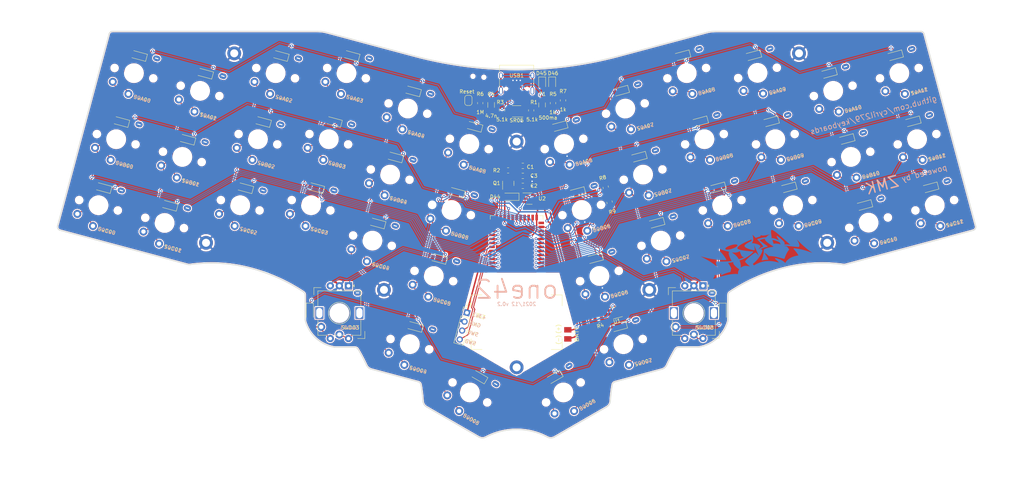
<source format=kicad_pcb>
(kicad_pcb (version 20211014) (generator pcbnew)
  (layers (0 "F.Cu" signal) (31 "B.Cu" signal) (34 "B.Paste" user) (35 "F.Paste" user) (36 "B.SilkS" user "B.Silkscreen") (37 "F.SilkS" user "F.Silkscreen") (38 "B.Mask" user) (39 "F.Mask" user) (44 "Edge.Cuts" user))
  (net 0 "")
  (net 1 "GND")
  (net 2 "VBAT")
  (net 3 "/VSRC")
  (net 4 "VBUS")
  (net 5 "Net-(D2-Pad2)")
  (net 6 "/SHIELD")
  (net 7 "ROWA")
  (net 8 "Net-(D3-Pad2)")
  (net 9 "Net-(D4-Pad2)")
  (net 10 "Net-(D5-Pad2)")
  (net 11 "Net-(D6-Pad2)")
  (net 12 "Net-(D7-Pad2)")
  (net 13 "Net-(D8-Pad2)")
  (net 14 "Net-(D9-Pad2)")
  (net 15 "Net-(D10-Pad2)")
  (net 16 "Net-(D11-Pad2)")
  (net 17 "Net-(D12-Pad2)")
  (net 18 "Net-(D1-Pad2)")
  (net 19 "Net-(D13-Pad2)")
  (net 20 "Net-(D14-Pad2)")
  (net 21 "Net-(D15-Pad2)")
  (net 22 "Net-(D16-Pad2)")
  (net 23 "Net-(D17-Pad2)")
  (net 24 "Net-(D18-Pad2)")
  (net 25 "Net-(D19-Pad2)")
  (net 26 "Net-(D20-Pad2)")
  (net 27 "Net-(D21-Pad2)")
  (net 28 "Net-(D22-Pad2)")
  (net 29 "ROWB")
  (net 30 "Net-(D23-Pad2)")
  (net 31 "Net-(D24-Pad2)")
  (net 32 "Net-(D25-Pad2)")
  (net 33 "Net-(D26-Pad2)")
  (net 34 "Net-(D27-Pad2)")
  (net 35 "Net-(D28-Pad2)")
  (net 36 "Net-(D29-Pad2)")
  (net 37 "Net-(D30-Pad2)")
  (net 38 "Net-(D31-Pad2)")
  (net 39 "Net-(D32-Pad2)")
  (net 40 "ROWC")
  (net 41 "Net-(D33-Pad2)")
  (net 42 "Net-(D34-Pad2)")
  (net 43 "Net-(D35-Pad2)")
  (net 44 "Net-(D36-Pad2)")
  (net 45 "Net-(D37-Pad2)")
  (net 46 "Net-(D38-Pad2)")
  (net 47 "/RAW")
  (net 48 "Net-(R1-Pad2)")
  (net 49 "LED_1")
  (net 50 "ROWD")
  (net 51 "Net-(D39-Pad2)")
  (net 52 "Net-(D40-Pad2)")
  (net 53 "VDD_NRF")
  (net 54 "Net-(D41-Pad2)")
  (net 55 "Net-(D42-Pad2)")
  (net 56 "Net-(D45-Pad1)")
  (net 57 "RESET")
  (net 58 "Net-(D46-Pad1)")
  (net 59 "Net-(R3-Pad1)")
  (net 60 "/BattSw")
  (net 61 "Net-(R4-Pad1)")
  (net 62 "VTAP")
  (net 64 "enc1B")
  (net 65 "enc1A")
  (net 66 "enc2A")
  (net 67 "enc2B")
  (net 68 "COL11")
  (net 69 "COL10")
  (net 70 "COL09")
  (net 71 "COL08")
  (net 72 "COL07")
  (net 73 "COL06")
  (net 78 "COL00")
  (net 79 "COL01")
  (net 80 "COL02")
  (net 81 "COL03")
  (net 82 "COL04")
  (net 83 "COL05")
  (net 85 "D+")
  (net 86 "D-")
  (net 87 "SWD")
  (net 88 "SWC")
  (net 92 "/charge")
  (footprint "Resistor_SMD:R_0805_2012Metric" (layer "F.Cu") (at 60.261667 31.396522 90)
    (fp_text reference "R6")
    (fp_text value "1M")
  )
  (footprint "Package_TO_SOT_SMD:SOT-143" (layer "F.Cu") (at 70.26167 33.646525 180)
    (fp_text reference "D43" hide)
    (fp_text value "SR05")
  )
  (footprint "keebLib:pg1353" (layer "F.Cu") (at -5.656955 59.477937 -15)
    (fp_text reference "SwC02")
    (fp_text value "SW_Push" hide)
  )
  (footprint "Diode_SMD:D_SOD-123" (layer "F.Cu") (at 24.821577 18.368127 165)
    (fp_text reference "D4" hide)
    (fp_text value "D_Small")
  )
  (footprint "keebLib:pg1353" (layer "F.Cu") (at 104.995686 51.050125 15)
    (fp_text reference "SwB07")
    (fp_text value "SW_Push" hide)
  )
  (footprint "Package_TO_SOT_SMD:SOT-23-5" (layer "F.Cu") (at 97.208244 89.030299 -165)
    (fp_text reference "U1")
    (fp_text value "TP4054")
  )
  (footprint "Resistor_SMD:R_0805_2012Metric" (layer "F.Cu") (at 66.261667 33.396523 -90)
    (fp_text reference "R3")
    (fp_text value "5.1k")
  )
  (footprint "Resistor_SMD:R_0805_2012Metric" (layer "F.Cu") (at 95.794331 58.639427 105)
    (fp_text reference "R9")
    (fp_text value "2M")
  )
  (footprint "keebLib:pg1353" (layer "F.Cu") (at 83.102304 110.948166 30)
    (fp_text reference "SwD06")
    (fp_text value "SW_Push" hide)
  )
  (footprint "keebLib:pg1353" (layer "F.Cu") (at 57.421029 110.948166 -30)
    (fp_text reference "SwD05")
    (fp_text value "SW_Push" hide)
  )
  (footprint "Diode_SMD:D_SOD-123" (layer "F.Cu") (at 80.597355 106.815023 -150)
    (fp_text reference "D40" hide)
    (fp_text value "D_Small")
  )
  (footprint "keebLib:pg1353" (layer "F.Cu") (at 185.106683 59.477928 15)
    (fp_text reference "SwC11")
    (fp_text value "SW_Push" hide)
  )
  (footprint "Diode_SMD:D_SOD-123" (layer "F.Cu") (at -33.568002 18.368127 165)
    (fp_text reference "D1" hide)
    (fp_text value "D_Small")
  )
  (footprint "keebLib:pg1353" (layer "F.Cu") (at 116.985507 23.159121 15)
    (fp_text reference "SwA08")
    (fp_text value "SW_Push" hide)
  )
  (footprint "keebLib:pg1353" (layer "F.Cu") (at -26.42394 64.343729 -15)
    (fp_text reference "SwC01")
    (fp_text value "SW_Push" hide)
  )
  (footprint "Diode_SMD:D_SOD-123" (layer "F.Cu") (at 144.882785 54.635397 -165)
    (fp_text reference "D34" hide)
    (fp_text value "D_Small")
  )
  (footprint "keebLib:pg1353" (layer "F.Cu") (at 136.427177 23.078646 15)
    (fp_text reference "SwA09")
    (fp_text value "SW_Push" hide)
  )
  (footprint "keebLib:pg1353" (layer "F.Cu") (at 23.537831 23.159122 -15)
    (fp_text reference "SwA03")
    (fp_text value "SW_Push" hide)
  )
  (footprint "keebLib:pg1353_ec11rotSw" (layer "F.Cu") (at 21.577393 89.12287)
    (fp_text reference "SwD03")
    (fp_text value "Rotary_Encoder_Switch")
  )
  (footprint "keebMCU:USB_C_Receptacle_HRO_TYPE-C-31-M-12_handsolder" (layer "F.Cu") (at 70.261667 24.857922 180)
    (fp_text reference "USB1")
    (fp_text value "HRO-TYPE-C-31-M-12")
  )
  (footprint "Diode_SMD:D_SOD-123" (layer "F.Cu") (at 103.698146 46.207639 -165)
    (fp_text reference "D20" hide)
    (fp_text value "D_Small")
  )
  (footprint "keebLib:switch_SSSS811101" (layer "F.Cu") (at 59.761667 24.146522 175)
    (fp_text reference "SW44" hide)
    (fp_text value "SW_SPDT")
  )
  (footprint "Resistor_SMD:R_0805_2012Metric" (layer "F.Cu") (at 80.261667 31.396522 -90)
    (fp_text reference "R5")
    (fp_text value "1k")
  )
  (footprint "Diode_SMD:D_SOD-123" (layer "F.Cu") (at 135.151199 18.316626 -165)
    (fp_text reference "D10" hide)
    (fp_text value "D_Small")
  )
  (footprint "Diode_SMD:D_SOD-123" (layer "F.Cu") (at 81.944837 37.788354 -165)
    (fp_text reference "D7" hide)
    (fp_text value "D_Small")
  )
  (footprint "Diode_SMD:D_SOD-123" (layer "F.Cu") (at 48.830514 74.16834 165)
    (fp_text reference "D30" hide)
    (fp_text value "D_Small")
  )
  (footprint "keebLib:pg1353" (layer "F.Cu") (at 4.074636 23.159123 -15)
    (fp_text reference "SwA02")
    (fp_text value "SW_Push" hide)
  )
  (footprint "keebLib:pg1353" (layer "F.Cu") (at 35.527648 51.050124 -15)
    (fp_text reference "SwB04")
    (fp_text value "SW_Push" hide)
  )
  (footprint "Diode_SMD:D_SOD-123" (layer "F.Cu") (at 86.842518 55.939198 -165)
    (fp_text reference "D19" hide)
    (fp_text value "D_Small")
  )
  (footprint "Diode_SMD:D_SOD-123" (layer "F.Cu") (at 155.918165 23.182449 -165)
    (fp_text reference "D11" hide)
    (fp_text value "D_Small")
  )
  (footprint "Resistor_SMD:R_0805_2012Metric" (layer "F.Cu") (at 83.011667 30.646523 -90)
    (fp_text reference "R7")
    (fp_text value "1k")
  )
  (footprint "Diode_SMD:D_SOD-123" (layer "F.Cu") (at 91.676423 74.107132 -165)
    (fp_text reference "D31" hide)
    (fp_text value "D_Small")
  )
  (footprint "keebLib:cell_pads" (layer "F.Cu") (at 84.319854 94.971462 -90)
    (fp_text reference "BT1" hide)
    (fp_text value "Battery_Cell")
  )
  (footprint "keebLib:pg1353" (layer "F.Cu") (at 141.314497 41.318529 15)
    (fp_text reference "SwB09")
    (fp_text value "SW_Push" hide)
  )
  (footprint "keebMCU:nRF52840_holyiot_18010_HS_simple" (layer "F.Cu") (at 70.261672 71.838887 180)
    (fp_text reference "U3" hide)
    (fp_text value "nRF52840_holyiot_18010")
  )
  (footprint "Capacitor_SMD:C_0805_2012Metric" (layer "F.Cu") (at 71.961671 54.14652 180)
    (fp_text reference "C2")
    (fp_text value "1uF")
  )
  (footprint "keebLib:pg1353" (layer "F.Cu") (at 100.129891 32.890718 15)
    (fp_text reference "SwA07")
    (fp_text value "SW_Push" hide)
  )
  (footprint "keebLib:pg1353" (layer "F.Cu") (at 99.587447 97.676065 15)
    (fp_text reference "SwD07")
    (fp_text value "SW_Push" hide)
  )
  (footprint "keebLib:pg1353" (layer "F.Cu") (at 175.375086 23.159121 15)
    (fp_text reference "SwA11")
    (fp_text value "SW_Push" hide)
  )
  (footprint "Resistor_SMD:R_0805_2012Metric" (layer "F.Cu") (at 94.738535 54.522403 105)
    (fp_text reference "R8")
    (fp_text value "806k")
  )
  (footprint "Fuse:Fuse_1206_3216Metric" (layer "F.Cu") (at 77.261667 31.896522 90)
    (fp_text reference "F1")
    (fp_text value "500ma")
  )
  (footprint "keebLib:pg1353" (layer "F.Cu") (at 57.24907 42.622313 -15)
    (fp_text reference "SwA05")
    (fp_text value "SW_Push" hide)
  )
  (footprint "Connector_PinHeader_2.54mm:PinHeader_1x04_P2.54mm_Vertical" (layer "F.Cu") (at 56.608385 89.021275 -15)
    (fp_text reference "J1")
    (fp_text value "Conn_01x04_Female")
  )
  (footprint "Diode_SMD:D_SOD-123" (layer "F.Cu") (at 108.563946 64.367029 -165)
    (fp_text reference "D32" hide)
    (fp_text value "D_Small")
  )
  (footprint "keebLib:pg1353" (layer "F.Cu") (at 30.661854 69.209527 -15)
    (fp_text reference "SwC04")
    (fp_text value "SW_Push" hide)
  )
  (footprint "Diode_SMD:D_SOD-123" (layer "F.Cu") (at 126.861667 88.646522 -90)
    (fp_text reference "D42" hide)
    (fp_text value "D_Small")
  )
  (footprint "keebLib:pg1353" (layer "F.Cu") (at 121.851306 41.318526 15)
    (fp_text reference "SwB08")
    (fp_text value "SW_Push" hide)
  )
  (footprint "Diode_SMD:D_SOD-123" (layer "F.Cu") (at -43.299601 54.686943 165)
    (fp_text reference "D25" hide)
    (fp_text value "D_Small")
  )
  (footprint "keebLib:pg1353" (layer "F.Cu") (at -44.583343 59.477932 -15)
    (fp_text reference "SwC00")
    (fp_text value "SW_Push" hide)
  )
  (footprint "keebLib:pg1353" (layer "F.Cu") (at 162.081481 46.184327 15)
    (fp_text reference "SwB10")
    (fp_text value "SW_Push" hide)
  )
  (footprint "Diode_SMD:D_SOD-123" (layer "F.Cu") (at 98.293356 92.846434 -165)
    (fp_text reference "D41" hide)
    (fp_text value "D_Small")
  )
  (footprint "keebLib:pg1353" (layer "F.Cu") (at 40.393448 32.89072 -15)
    (fp_text reference "SwA04")
    (fp_text value "SW_Push" hide)
  )
  (footprint "keebLib:pg1353" (layer "F.Cu") (at 109.861485 69.209531 15)
    (fp_text reference "SwC07")
    (fp_text value "SW_Push" hide)
  )
  (footprint "one42:one42" (layer "F.Cu") (at 70.261667 11.646522)
    (fp_text reference "U4" hide)
    (fp_text value "One42")
    (fp_line (start 44.436438 86.876347) (end 49.73933 86.876347) (layer "Edge.Cuts") (width 0.2))
    (fp_line (start -28.1793 6.749999) (end -52.098977 0.340741) (layer "Edge.Cuts") (width 0.2))
    (fp_line (start -111.958818 0.74118) (end -126.098794 53.51229) (layer "Edge.Cuts") (width 0.2))
    (fp_line (start 10.394013 111.568389) (end 24.746987 103.281695) (layer "Edge.Cuts") (width 0.2))
    (fp_line (start 58.084276 79.216083) (end 58.084276 72.509715) (layer "Edge.Cuts") (width 0.2))
    (fp_line (start -125.391688 54.737035) (end -90.434991 64.103654) (layer "Edge.Cuts") (width 0.2))
    (fp_line (start -24.746987 103.281695) (end -10.394013 111.568389) (layer "Edge.Cuts") (width 0.2))
    (fp_line (start 126.098794 53.51229) (end 111.958818 0.74118) (layer "Edge.Cuts") (width 0.2))
    (fp_line (start 90.434991 64.103654) (end 125.391688 54.737035) (layer "Edge.Cuts") (width 0.2))
    (fp_line (start -39.923454 92.921501) (end -27.012584 96.380958) (layer "Edge.Cuts") (width 0.2))
    (fp_line (start -49.73933 86.876347) (end -44.436438 86.876347) (layer "Edge.Cuts") (width 0.2))
    (fp_line (start 27.012584 96.380958) (end 39.923454 92.921501) (layer "Edge.Cuts") (width 0.2))
    (fp_line (start 110.992892 0) (end 54.687168 0) (layer "Edge.Cuts") (width 0.2))
    (fp_line (start 52.098977 0.340741) (end 28.1793 6.749999) (layer "Edge.Cuts") (width 0.2))
    (fp_line (start -54.687168 0) (end -110.992892 0) (layer "Edge.Cuts") (width 0.2))
    (fp_line (start -58.084276 72.509715) (end -58.084276 79.216083) (layer "Edge.Cuts") (width 0.2))
    (fp_arc (start 110.992892 -0.000001) (mid 111.601653 0.206646) (end 111.958818 0.74118) (layer "Edge.Cuts") (width 0.2))
    (fp_arc (start 41.220561 91.830303) (mid 42.341139 89.566856) (end 43.577388 87.364454) (layer "Edge.Cuts") (width 0.2))
    (fp_arc (start -54.687167 -0.000001) (mid -53.381905 0.08555) (end -52.098977 0.340741) (layer "Edge.Cuts") (width 0.2))
    (fp_arc (start 58.084276 79.216082) (mid 58.064415 79.497237) (end 58.005228 79.772809) (layer "Edge.Cuts") (width 0.2))
    (fp_arc (start 52.098978 0.340742) (mid 53.381906 0.085552) (end 54.687168 0) (layer "Edge.Cuts") (width 0.2))
    (fp_arc (start 25.742166 101.688418) (mid 25.443279 102.609168) (end 24.746987 103.281695) (layer "Edge.Cuts") (width 0.2))
    (fp_arc (start 73.865524 64.960439) (mid 81.715521 63.808182) (end 89.642148 64.152777) (layer "Edge.Cuts") (width 0.2))
    (fp_arc (start -50.074045 86.84814) (mid -55.057442 84.451396) (end -58.005228 79.772809) (layer "Edge.Cuts") (width 0.2))
    (fp_arc (start 58.005227 79.772808) (mid 55.057441 84.451395) (end 50.074045 86.848139) (layer "Edge.Cuts") (width 0.2))
    (fp_arc (start 126.098795 53.51229) (mid 125.998894 54.271109) (end 125.391688 54.737035) (layer "Edge.Cuts") (width 0.2))
    (fp_arc (start -58.531848 71.676154) (mid -58.203246 72.036655) (end -58.084276 72.509715) (layer "Edge.Cuts") (width 0.2))
    (fp_arc (start 58.531848 71.676155) (mid 65.908404 67.655512) (end 73.865523 64.960439) (layer "Edge.Cuts") (width 0.2))
    (fp_arc (start 58.084276 72.509715) (mid 58.203246 72.036655) (end 58.531848 71.676154) (layer "Edge.Cuts") (width 0.2))
    (fp_arc (start -111.958817 0.74118) (mid -111.601653 0.206646) (end -110.992892 0) (layer "Edge.Cuts") (width 0.2))
    (fp_arc (start -43.577388 87.364454) (mid -42.341139 89.566856) (end -41.220561 91.830303) (layer "Edge.Cuts") (width 0.2))
    (fp_arc (start -24.746988 103.281696) (mid -25.44328 102.609169) (end -25.742167 101.688418) (layer "Edge.Cuts") (width 0.2))
    (fp_arc (start -27.012584 96.380958) (mid -26.532751 96.672797) (end -26.285896 97.177249) (layer "Edge.Cuts") (width 0.2))
    (fp_arc (start 90.434991 64.103654) (mid 90.041033 64.167974) (end 89.642148 64.152777) (layer "Edge.Cuts") (width 0.2))
    (fp_arc (start 43.577389 87.364454) (mid 43.94242 87.006895) (end 44.436438 86.876347) (layer "Edge.Cuts") (width 0.2))
    (fp_arc (start -125.391688 54.737034) (mid -125.998894 54.271108) (end -126.098794 53.51229) (layer "Edge.Cuts") (width 0.2))
    (fp_arc (start -58.005228 79.77281) (mid -58.064416 79.497239) (end -58.084276 79.216083) (layer "Edge.Cuts") (width 0.2))
    (fp_arc (start -89.642147 64.152777) (mid -81.71552 63.808181) (end -73.865523 64.960439) (layer "Edge.Cuts") (width 0.2))
    (fp_arc (start 25.742167 101.688418) (mid 25.957057 99.425966) (end 26.285896 97.177249) (layer "Edge.Cuts") (width 0.2))
    (fp_arc (start -73.865523 64.960438) (mid -65.908404 67.65551) (end -58.531848 71.676154) (layer "Edge.Cuts") (width 0.2))
    (fp_arc (start -89.642148 64.152777) (mid -90.041033 64.167974) (end -90.434991 64.103654) (layer "Edge.Cuts") (width 0.2))
    (fp_arc (start -44.436438 86.876346) (mid -43.94242 87.006894) (end -43.577388 87.364454) (layer "Edge.Cuts") (width 0.2))
    (fp_arc (start -8.454611 111.60199) (mid -9.428658 111.836039) (end -10.394013 111.568389) (layer "Edge.Cuts") (width 0.2))
    (fp_arc (start 50.074045 86.84814) (mid 49.907281 86.869283) (end 49.73933 86.876347) (layer "Edge.Cuts") (width 0.2))
    (fp_arc (start 41.220561 91.830302) (mid 40.693326 92.520112) (end 39.923454 92.921501) (layer "Edge.Cuts") (width 0.2))
    (fp_arc (start 28.1793 6.749999) (mid 0 10.459874) (end -28.1793 6.749999) (layer "Edge.Cuts") (width 0.2))
    (fp_arc (start 10.394013 111.568388) (mid 9.428659 111.836037) (end 8.454612 111.601989) (layer "Edge.Cuts") (width 0.2))
    (fp_arc (start -8.454613 111.601989) (mid 0 109.492852) (end 8.454612 111.601989) (layer "Edge.Cuts") (width 0.2))
    (fp_arc (start 26.285896 97.177249) (mid 26.532751 96.672797) (end 27.012584 96.380958) (layer "Edge.Cuts") (width 0.2))
    (fp_arc (start -26.285896 97.177249) (mid -25.957056 99.425966) (end -25.742167 101.688418) (layer "Edge.Cuts") (width 0.2))
    (fp_arc (start -39.923453 92.921502) (mid -40.693325 92.520113) (end -41.220561 91.830303) (layer "Edge.Cuts") (width 0.2))
    (fp_arc (start -49.73933 86.876346) (mid -49.907281 86.869282) (end -50.074045 86.848139) (layer "Edge.Cuts") (width 0.2))
  )
  (footprint "Diode_SMD:D_SOD-123" (layer "F.Cu") (at 41.677197 28.099729 165)
    (fp_text reference "D5" hide)
    (fp_text value "D_Small")
  )
  (footprint "keebLib:pg1353" (layer "F.Cu") (at 146.180297 59.477931 15)
    (fp_text reference "SwC09")
    (fp_text value "SW_Push" hide)
  )
  (footprint "Capacitor_SMD:C_1206_3216Metric" (layer "F.Cu") (at 63.261668 31.896522 90)
    (fp_text reference "C4")
    (fp_text value "4.7n")
  )
  (footprint "Diode_SMD:D_SOD-123" (layer "F.Cu") (at 19.955772 36.527544 165)
    (fp_text reference "D16" hide)
    (fp_text value "D_Small")
  )
  (footprint "Diode_SMD:D_SOD-123" (layer "F.Cu") (at 174.077552 18.316657 -165)
    (fp_text reference "D12" hide)
    (fp_text value "D_Small")
  )
  (footprint "keebLib:pg1353" (layer "F.Cu") (at 13.806233 59.477933 -15)
    (fp_text reference "SwC03")
    (fp_text value "SW_Push" hide)
  )
  (footprint "Diode_SMD:D_SOD-123" (layer "F.Cu") (at -25.140188 59.552745 165)
    (fp_text reference "D26" hide)
    (fp_text value "D_Small")
  )
  (footprint "Diode_SMD:D_SOD-123" (layer "F.Cu") (at -15.408598 23.233915 165)
    (fp_text reference "D2" hide)
    (fp_text value "D_Small")
  )
  (footprint "Diode_SMD:D_SOD-123" (layer "F.Cu") (at 160.783956 41.341836 -165)
    (fp_text reference "D23" hide)
    (fp_text value "D_Small")
  )
  (footprint "Resistor_SMD:R_0805_2012Metric" (layer "F.Cu") (at 67.924166 49.89652)
    (fp_text reference "R2")
    (fp_text value "10k")
  )
  (footprint "Diode_SMD:D_SOD-123" (layer "F.Cu") (at 15.089976 54.686945 165)
    (fp_text reference "D28" hide)
    (fp_text value "D_Small")
  )
  (footprint "keebLib:pg1353" (layer "F.Cu") (at -0.791161 41.318527 -15)
    (fp_text reference "SwB02")
    (fp_text value "SW_Push" hide)
  )
  (footprint "Diode_SMD:D_SOD-123" (layer "F.Cu") (at 183.809143 54.635428 -165)
    (fp_text reference "D36" hide)
    (fp_text value "D_Small")
  )
  (footprint "Diode_SMD:D_SOD-123" (layer "F.Cu") (at 5.358384 18.368141 165)
    (fp_text reference "D3" hide)
    (fp_text value "D_Small")
  )
  (footprint "keebLib:pg1353" (layer "F.Cu") (at 93.005865 78.941127 15)
    (fp_text reference "SwC06")
    (fp_text value "SW_Push" hide)
  )
  (footprint "Diode_SMD:D_SOD-123" (layer "F.Cu") (at -38.433805 36.527541 165)
    (fp_text reference "D13" hide)
    (fp_text value "D_Small")
  )
  (footprint "Diode_SMD:D_SOD-123" (layer "F.Cu") (at -4.385553 54.733024 165)
    (fp_text reference "D27" hide)
    (fp_text value "D_Small")
  )
  (footprint "Diode_SMD:D_SOD-123" (layer "F.Cu") (at 178.943346 36.476045 -165)
    (fp_text reference "D24" hide)
    (fp_text value "D_Small")
  )
  (footprint "Diode_SMD:D_0805_2012Metric" (layer "F.Cu") (at 80.011667 25.896522 -90)
    (fp_text reference "D46")
    (fp_text value "statusLED")
  )
  (footprint "Diode_SMD:D_SOD-123" (layer "F.Cu") (at 0.492585 36.527543 165)
    (fp_text reference "D15" hide)
    (fp_text value "D_Small")
  )
  (footprint "Diode_SMD:D_SOD-123" (layer "F.Cu") (at 140.016996 36.476012 -165)
    (fp_text reference "D22" hide)
    (fp_text value "D_Small")
  )
  (footprint "keebLib:pg1353" (layer "F.Cu") (at 157.215682 28.024917 15)
    (fp_text reference "SwA10")
    (fp_text value "SW_Push" hide)
  )
  (footprint "keebLib:pg1353" (layer "F.Cu") (at 18.672031 41.318528 -15)
    (fp_text reference "SwB03")
    (fp_text value "SW_Push" hide)
  )
  (footprint "Resistor_SMD:R_0805_2012Metric" (layer "F.Cu") (at 92.821645 91.011878 -165)
    (fp_text reference "R4")
    (fp_text value "10k")
  )
  (footprint "Diode_SMD:D_SOD-123" (layer "F.Cu") (at 58.564701 37.839863 165)
    (fp_text reference "D6" hide)
    (fp_text value "D_Small")
  )
  (footprint "keebLib:pg1353" (layer "F.Cu") (at 180.240886 41.318527 15)
    (fp_text reference "SwB11")
    (fp_text value "SW_Push" hide)
  )
  (footprint "Diode_SMD:D_SOD-123" (layer "F.Cu") (at 13.461669 88.646522 -90)
    (fp_text reference "D37" hide)
    (fp_text value "D_Small")
  )
  (footprint "keebLib:pg1353" (layer "F.Cu") (at 88.140069 60.78172 15)
    (fp_text reference "SwB06")
    (fp_text value "SW_Push" hide)
  )
  (footprint "Diode_SMD:D_SOD-123" (layer "F.Cu") (at 120.55376 36.476006 -165)
    (fp_text reference "D21" hide)
    (fp_text value "D_Small")
  )
  (footprint "Capacitor_SMD:C_0805_2012Metric" (layer "F.Cu") (at 71.961668 51.396522)
    (fp_text reference "C3")
    (fp_text value "1uF")
  )
  (footprint "Capacitor_SMD:C_0805_2012Metric" (layer "F.Cu") (at 71.961667 48.646521)
    (fp_text reference "C1")
    (fp_text value "4.7uF")
  )
  (footprint "Diode_SMD:D_SOD-123" (layer "F.Cu") (at 68.661665 57.146521 180)
    (fp_text reference "D44")
    (fp_text value "1N5819")
  )
  (footprint "keebLib:pg1353_ec11rotSw" (layer "F.Cu") (at 118.945942 89.122871)
    (fp_text reference "SwD08")
    (fp_text value "Rotary_Encoder_Switch")
  )
  (footprint "Diode_SMD:D_SOD-123" (layer "F.Cu") (at 42.229985 92.846436 165)
    (fp_text reference "D38" hide)
    (fp_text value "D_Small")
  )
  (footprint "Diode_SMD:D_SOD-123" (layer "F.Cu") (at 31.9456 64.418543 165)
    (fp_text reference "D29" hide)
    (fp_text value "D_Small")
  )
  (footprint "keebLib:pg1353" (layer "F.Cu") (at -21.55814 46.184324 -15)
    (fp_text reference "SwB01")
    (fp_text value "SW_Push" hide)
  )
  (footprint "keebLib:pg1353" (layer "F.Cu") (at -34.851746 23.159121 -15)
    (fp_text reference "SwA00")
    (fp_text value "SW_Push" hide)
  )
  (footprint "keebLib:pg1353" (layer "F.Cu") (at 83.274268 42.622312 15)
    (fp_text reference "SwA06")
    (fp_text value "SW_Push" hide)
  )
  (footprint "Package_TO_SOT_SMD:SOT-23" (layer "F.Cu") (at 67.961669 53.459022 90)
    (fp_text reference "Q1")
    (fp_text value "AO3401A")
  )
  (footprint "Diode_SMD:D_0805_2012Metric" (layer "F.Cu") (at 77.261667 25.896522 -90)
    (fp_text reference "D45")
    (fp_text value "powerLED")
  )
  (footprint "keebLib:pg1353" (layer "F.Cu") (at 166.925732 64.263239 15)
    (fp_text reference "SwC10")
    (fp_text value "SW_Push" hide)
  )
  (footprint "Diode_SMD:D_SOD-123" (layer "F.Cu") (at 125.41955 54.63539 -165)
    (fp_text reference "D33" hide)
    (fp_text value "D_Small")
  )
  (footprint "Diode_SMD:D_SOD-123" (layer "F.Cu") (at 165.649746 59.501225 -165)
    (fp_text reference "D35" hide)
    (fp_text value "D_Small")
  )
  (footprint "Diode_SMD:D_SOD-123" (layer "F.Cu") (at 98.832354 28.048257 -165)
    (fp_text reference "D8" hide)
    (fp_text value "D_Small")
  )
  (footprint "keebLib:pg1353" (layer "F.Cu") (at 47.517475 78.941124 -15)
    (fp_text reference "SwC05")
    (fp_text value "SW_Push" hide)
  )
  (footprint "keebLib:pg1353" (layer "F.Cu") (at 126.717105 59.477931 15)
    (fp_text reference "SwC08")
    (fp_text value "SW_Push" hide)
  )
  (footprint "Diode_SMD:D_SOD-123" (layer "F.Cu") (at 36.811404 46.259128 165)
    (fp_text reference "D17" hide)
    (fp_text value "D_Small")
  )
  (footprint "Package_TO_SOT_SMD:SOT-23-5" (layer "F.Cu") (at 73.761668 57.64652)
    (fp_text reference "U2")
    (fp_text value "AP2112K-3.3")
  )
  (footprint "keebLib:pg1353" (layer "F.Cu") (at 52.383267 60.781718 -15)
    (fp_text reference "SwB05")
    (fp_text value "SW_Push" hide)
  )
  (footprint "Diode_SMD:D_SOD-123" (layer "F.Cu") (at 115.687965 18.316622 -165)
    (fp_text reference "D9" hide)
    (fp_text value "D_Small")
  )
  (footprint "keebLib:pg1353" (layer "F.Cu") (at -39.717547 41.318525 -15)
    (fp_text reference "SwB00")
    (fp_text value "SW_Push" hide)
  )
  (footprint "Diode_SMD:D_SOD-123" (layer "F.Cu") (at 59.921031 106.618036 150)
    (fp_text reference "D39" hide)
    (fp_text value "D_Small")
  )
  (footprint "Resistor_SMD:R_0805_2012Metric" (layer "F.Cu") (at 74.261667 33.396522 -90)
    (fp_text reference "R1")
    (fp_text value "5.1k")
  )
  (footprint "keebLib:pg1353" (layer "F.Cu") (at 40.935893 97.676064 -15)
    (fp_text reference "SwD04")
    (fp_text value "SW_Push" hide)
  )
  (footprint "Diode_SMD:D_SOD-123" (layer "F.Cu") (at 53.698898 55.99928 165)
    (fp_text reference "D18" hide)
    (fp_text value "D_Small")
  )
  (footprint "Diode_SMD:D_SOD-123" (layer "F.Cu") (at -20.274393 41.393341 165)
    (fp_text reference "D14" hide)
    (fp_text value "D_Small")
  )
  (footprint "Jumper:SolderJumper-2_P1.3mm_Open_RoundedPad1.0x1.5mm" (layer "F.Cu") (at 57.011667 30.646522 90)
    (fp_text reference "JP3" hide)
    (fp_text value "Reset")
  )
  (footprint "keebLib:pg1353" (layer "F.Cu") (at -16.692342 28.024918 -15)
    (fp_text reference "SwA01")
    (fp_text value "SW_Push" hide)
  )
  (segment (start 55.950985 91.474727) (end 53.511056 90.82095) (width 0.8) (layer "F.Cu") (net 1))
  (via (at 69.261667 25.146522) (size 0.8) (drill 0.4) (layers "F.Cu" "B.Cu") (net 1))
  (via (at 84.119932 45.97961) (size 0.8) (drill 0.4) (layers "F.Cu" "B.Cu") (net 1))
  (via (at 88.972791 64.090719) (size 0.8) (drill 0.4) (layers "F.Cu" "B.Cu") (net 1))
  (via (at 93.825648 82.201829) (size 0.8) (drill 0.4) (layers "F.Cu" "B.Cu") (net 1))
  (via (at 74.511667 51.646522) (size 0.8) (drill 0.4) (layers "F.Cu" "B.Cu") (net 1))
  (via (at 71.511667 36.396522) (size 0.8) (drill 0.4) (layers "F.Cu" "B.Cu") (net 1))
  (via (at 74.511666 52.896521) (size 0.8) (drill 0.4) (layers "F.Cu" "B.Cu") (net 1))
  (via (at 74.511669 54.146521) (size 0.8) (drill 0.4) (layers "F.Cu" "B.Cu") (net 1))
  (via (at 70.261667 25.146522) (size 0.8) (drill 0.4) (layers "F.Cu" "B.Cu") (net 1))
  (via (at 71.261667 25.146522) (size 0.8) (drill 0.4) (layers "F.Cu" "B.Cu") (net 1))
  (segment (start 55.950985 91.474726) (end 53.429384 90.799067) (width 0.8) (layer "B.Cu") (net 1))
  (segment (start 75.075302 49.895696) (end 72.911667 48.646521) (width 0.4) (layer "F.Cu") (net 2))
  (segment (start 70.586664 49.896522) (end 67.961665 52.521521) (width 0.4) (layer "F.Cu") (net 2))
  (segment (start 78.537075 63.781133) (end 79.455633 64.311463) (width 0.4) (layer "F.Cu") (net 2))
  (segment (start 96.69804 87.126192) (end 96.810306 87.096111) (width 0.4) (layer "F.Cu") (net 2))
  (segment (start 72.911667 48.646521) (end 71.661666 49.896522) (width 0.4) (layer "F.Cu") (net 2))
  (segment (start 86.961386 92.323313) (end 86.607833 92.935684) (width 0.4) (layer "F.Cu") (net 2))
  (segment (start 86.607833 92.935684) (end 86.254279 93.548057) (width 0.4) (layer "F.Cu") (net 2))
  (segment (start 93.649214 53.869596) (end 94.502363 53.640995) (width 0.4) (layer "F.Cu") (net 2))
  (segment (start 79.455633 64.311463) (end 86.961386 92.323313) (width 0.4) (layer "F.Cu") (net 2))
  (segment (start 86.254279 93.548057) (end 84.727902 93.957047) (width 0.4) (layer "F.Cu") (net 2))
  (segment (start 78.537075 63.781133) (end 78.713852 63.474946) (width 0.4) (layer "F.Cu") (net 2))
  (segment (start 92.827203 55.293361) (end 93.649214 53.869596) (width 0.4) (layer "F.Cu") (net 2))
  (segment (start 84.727902 93.957047) (end 84.319856 93.721462) (width 0.4) (layer "F.Cu") (net 2))
  (segment (start 96.810306 87.096111) (end 98.061107 87.818263) (width 0.4) (layer "F.Cu") (net 2))
  (segment (start 78.713852 63.474946) (end 75.075302 49.895696) (width 0.4) (layer "F.Cu") (net 2))
  (segment (start 71.661666 49.896522) (end 70.586664 49.896522) (width 0.4) (layer "F.Cu") (net 2))
  (via (at 92.827203 55.293361) (size 0.8) (drill 0.4) (layers "F.Cu" "B.Cu") (net 2))
  (via (at 78.537075 63.781133) (size 0.8) (drill 0.4) (layers "F.Cu" "B.Cu") (net 2))
  (via (at 86.607833 92.935684) (size 0.8) (drill 0.4) (layers "F.Cu" "B.Cu") (net 2))
  (via (at 96.69804 87.126192) (size 0.8) (drill 0.4) (layers "F.Cu" "B.Cu") (net 2))
  (segment (start 78.537075 63.781133) (end 78.899297 63.684075) (width 0.4) (layer "B.Cu") (net 2))
  (segment (start 81.904501 58.47891) (end 92.650425 55.599548) (width 0.4) (layer "B.Cu") (net 2))
  (segment (start 78.899297 63.684075) (end 81.904501 58.47891) (width 0.4) (layer "B.Cu") (net 2))
  (segment (start 94.930274 90.188056) (end 86.961385 92.323313) (width 0.4) (layer "B.Cu") (net 2))
  (segment (start 96.69804 87.126192) (end 94.930274 90.188056) (width 0.4) (layer "B.Cu") (net 2))
  (segment (start 92.650425 55.599548) (end 92.827203 55.293361) (width 0.4) (layer "B.Cu") (net 2))
  (segment (start 86.961385 92.323313) (end 86.607833 92.935684) (width 0.4) (layer "B.Cu") (net 2))
  (segment (start 68.911669 52.74652) (end 68.911669 55.746519) (width 0.25) (layer "F.Cu") (net 3))
  (segment (start 68.911669 55.746519) (end 70.311668 57.146521) (width 0.25) (layer "F.Cu") (net 3))
  (segment (start 70.311665 57.94652) (end 70.311665 57.146521) (width 0.25) (layer "F.Cu") (net 3))
  (segment (start 71.011668 51.396522) (end 70.261667 51.396522) (width 0.25) (layer "F.Cu") (net 3))
  (segment (start 73.286666 58.596522) (end 72.624167 58.596521) (width 0.25) (layer "F.Cu") (net 3))
  (segment (start 73.761668 57.171523) (end 73.761668 58.121518) (width 0.25) (layer "F.Cu") (net 3))
  (segment (start 72.624168 58.59652) (end 70.961664 58.59652) (width 0.25) (layer "F.Cu") (net 3))
  (segment (start 73.761668 58.121518) (end 73.286666 58.596522) (width 0.25) (layer "F.Cu") (net 3))
  (segment (start 70.261667 51.396522) (end 68.911669 52.74652) (width 0.25) (layer "F.Cu") (net 3))
  (segment (start 72.624167 56.696521) (end 73.28667 56.696522) (width 0.25) (layer "F.Cu") (net 3))
  (segment (start 73.28667 56.696522) (end 73.761668 57.171523) (width 0.25) (layer "F.Cu") (net 3))
  (segment (start 70.961664 58.59652) (end 70.311665 57.94652) (width 0.25) (layer "F.Cu") (net 3))
  (segment (start 77.761667 28.896522) (end 77.761667 27.334022) (width 0.4) (layer "F.Cu") (net 4))
  (segment (start 78.761667 31.911405) (end 78.761667 29.896522) (width 0.4) (layer "F.Cu") (net 4))
  (segment (start 92.376768 83.556014) (end 93.276354 86.913315) (width 0.4) (layer "F.Cu") (net 4))
  (segment (start 66.993267 61.218817) (end 66.993267 41.514922) (width 0.4) (layer "F.Cu") (net 4))
  (segment (start 93.276354 86.913315) (end 95.863626 88.407076) (width 0.4) (layer "F.Cu") (net 4))
  (segment (start 66.993267 41.514922) (end 69.611667 38.896522) (width 0.4) (layer "F.Cu") (net 4))
  (segment (start 90.233466 82.318577) (end 92.376768 83.556014) (width 0.4) (layer "F.Cu") (net 4))
  (segment (start 67.010677 61.23623) (end 66.993267 61.218817) (width 0.4) (layer "F.Cu") (net 4))
  (segment (start 77.642131 33.030941) (end 78.761667 31.911405) (width 0.4) (layer "F.Cu") (net 4))
  (segment (start 67.010675 62.78989) (end 67.010677 61.23623) (width 0.4) (layer "F.Cu") (net 4))
  (segment (start 66.961675 62.802187) (end 66.961668 64.452185) (width 0.4) (layer "F.Cu") (net 4))
  (segment (start 71.776546 38.896522) (end 77.642129 33.030939) (width 0.4) (layer "F.Cu") (net 4))
  (segment (start 69.611667 38.896522) (end 71.776546 38.896522) (width 0.4) (layer "F.Cu") (net 4))
  (segment (start 86.118481 68.893105) (end 86.730854 69.246659) (width 0.4) (layer "F.Cu") (net 4))
  (segment (start 77.761667 27.334022) (end 77.261667 26.834022) (width 0.4) (layer "F.Cu") (net 4))
  (segment (start 78.761667 29.896522) (end 77.761667 28.896522) (width 0.4) (layer "F.Cu") (net 4))
  (segment (start 66.961676 62.83889) (end 67.010675 62.78989) (width 0.4) (layer "F.Cu") (net 4))
  (segment (start 86.730854 69.246659) (end 90.233466 82.318577) (width 0.4) (layer "F.Cu") (net 4))
  (via (at 66.961668 64.452185) (size 0.8) (drill 0.4) (layers "F.Cu" "B.Cu") (net 4))
  (via (at 86.118481 68.893105) (size 0.8) (drill 0.4) (layers "F.Cu" "B.Cu") (net 4))
  (segment (start 86.118481 68.893105) (end 85.934771 68.787039) (width 0.4) (layer "B.Cu") (net 4))
  (segment (start 72.62942 65.622902) (end 70.14325 66.289067) (width 0.4) (layer "B.Cu") (net 4))
  (segment (start 85.934771 68.787039) (end 80.590261 70.219095) (width 0.4) (layer "B.Cu") (net 4))
  (segment (start 80.590261 70.219095) (end 72.62942 65.622902) (width 0.4) (layer "B.Cu") (net 4))
  (segment (start 70.14325 66.289067) (end 66.961668 64.452185) (width 0.4) (layer "B.Cu") (net 4))
  (segment (start -18.435322 23.634177) (end -20.213411 30.270102) (width 0.25) (layer "F.Cu") (net 5))
  (segment (start -17.002376 22.806864) (end -18.435322 23.634177) (width 0.25) (layer "F.Cu") (net 5))
  (segment (start -20.213411 30.270102) (end -18.219369 33.723886) (width 0.25) (layer "F.Cu") (net 5))
  (segment (start 65.941667 23.807922) (end 65.941667 27.987922) (width 0.4) (layer "F.Cu") (net 6))
  (segment (start 74.581667 27.987922) (end 74.581667 23.807922) (width 0.4) (layer "F.Cu") (net 6))
  (segment (start 63.199167 30.484022) (end 60.261667 30.484022) (width 0.4) (layer "F.Cu") (net 6))
  (segment (start 63.261667 29.146522) (end 63.261667 30.421522) (width 0.4) (layer "F.Cu") (net 6))
  (segment (start 63.261667 30.421522) (end 63.199167 30.484022) (width 0.4) (layer "F.Cu") (net 6))
  (via (at 63.261667 29.146522) (size 0.8) (drill 0.4) (layers "F.Cu" "B.Cu") (net 6))
  (segment (start 64.511667 29.146522) (end 65.670267 27.987922) (width 0.4) (layer "B.Cu") (net 6))
  (segment (start 63.261667 29.146522) (end 64.511667 29.146522) (width 0.4) (layer "B.Cu") (net 6))
  (segment (start 65.670267 27.987922) (end 65.941667 27.987922) (width 0.4) (layer "B.Cu") (net 6))
  (segment (start 65.941667 23.807922) (end 74.581667 23.807922) (width 0.4) (layer "B.Cu") (net 6))
  (segment (start -31.97422 18.795175) (end -31.842085 18.302014) (width 0.25) (layer "F.Cu") (net 7))
  (segment (start 157.169013 21.475571) (end 156.026283 20.81581) (width 0.25) (layer "F.Cu") (net 7))
  (segment (start 59.32196 36.818031) (end 60.158477 38.266915) (width 0.25) (layer "F.Cu") (net 7))
  (segment (start 116.820607 17.841651) (end 117.195906 19.24224) (width 0.25) (layer "F.Cu") (net 7))
  (segment (start 43.270977 28.526781) (end 44.082554 25.497945) (width 0.25) (layer "F.Cu") (net 7))
  (segment (start 98.986444 24.759605) (end 99.310306 25.968272) (width 0.25) (layer "F.Cu") (net 7))
  (segment (start 136.74498 17.88958) (end 136.28833 17.625924) (width 0.25) (layer "F.Cu") (net 7))
  (segment (start 136.28833 17.625924) (end 135.827514 15.906154) (width 0.25) (layer "F.Cu") (net 7))
  (segment (start 86.064928 63.932824) (end 86.832438 64.375945) (width 0.25) (layer "F.Cu") (net 7))
  (segment (start 61.179346 41.604873) (end 59.871183 39.339093) (width 0.25) (layer "F.Cu") (net 7))
  (segment (start 59.349649 36.714688) (end 59.32196 36.818031) (width 0.25) (layer "F.Cu") (net 7))
  (segment (start 44.082554 25.497945) (end 44.429172 25.297819) (width 0.25) (layer "F.Cu") (net 7))
  (segment (start 85.474849 38.479182) (end 88.21173 48.693355) (width 0.25) (layer "F.Cu") (net 7))
  (segment (start 99.310306 25.968272) (end 100.106385 26.427887) (width 0.25) (layer "F.Cu") (net 7))
  (segment (start -13.01195 21.553366) (end -13.293667 21.716016) (width 0.25) (layer "F.Cu") (net 7))
  (segment (start 56.717495 56.197286) (end 55.833611 54.666355) (width 0.25) (layer "F.Cu") (net 7))
  (segment (start 6.952158 18.795192) (end 7.673155 16.104415) (width 0.25) (layer "F.Cu") (net 7))
  (segment (start 59.820535 46.675984) (end 61.179346 41.604873) (width 0.25) (layer "F.Cu") (net 7))
  (segment (start 117.195906 19.24224) (end 116.905993 19.744387) (width 0.25) (layer "F.Cu") (net 7))
  (segment (start 59.871183 39.339093) (end 60.158477 38.266915) (width 0.25) (layer "F.Cu") (net 7))
  (segment (start 88.21173 48.693355) (end 83.956424 56.063757) (width 0.25) (layer "F.Cu") (net 7))
  (segment (start 55.833611 54.666355) (end 57.636809 47.936764) (width 0.25) (layer "F.Cu") (net 7))
  (segment (start 57.636809 47.936764) (end 59.820535 46.675984) (width 0.25) (layer "F.Cu") (net 7))
  (segment (start 100.106385 26.427887) (end 100.426133 27.621206) (width 0.25) (layer "F.Cu") (net 7))
  (segment (start 175.67133 17.889605) (end 175.620863 17.70126) (width 0.25) (layer "F.Cu") (net 7))
  (segment (start 26.055913 20.136629) (end 26.218528 20.418294) (width 0.25) (layer "F.Cu") (net 7))
  (segment (start 26.41535 18.795177) (end 26.055913 20.136629) (width 0.25) (layer "F.Cu") (net 7))
  (segment (start -13.293667 21.716016) (end -13.814812 23.660965) (width 0.25) (layer "F.Cu") (net 7))
  (segment (start 74.661672 62.802191) (end 74.661685 64.452182) (width 0.25) (layer "F.Cu") (net 7))
  (segment (start -31.842085 18.302014) (end -29.719583 17.076584) (width 0.25) (layer "F.Cu") (net 7))
  (segment (start 175.620863 17.70126) (end 173.094196 16.242488) (width 0.25) (layer "F.Cu") (net 7))
  (segment (start 157.511942 22.755398) (end 157.169013 21.475571) (width 0.25) (layer "F.Cu") (net 7))
  (segment (start 83.488413 37.17394) (end 83.538616 37.361299) (width 0.25) (layer "F.Cu") (net 7))
  (segment (start 84.252743 35.850081) (end 83.488413 37.17394) (width 0.25) (layer "F.Cu") (net 7))
  (segment (start 83.538616 37.361299) (end 85.474849 38.479182) (width 0.25) (layer "F.Cu") (net 7))
  (segment (start 83.956424 56.063757) (end 86.064928 63.932824) (width 0.25) (layer "F.Cu") (net 7))
  (segment (start 7.673155 16.104415) (end 8.448428 15.656808) (width 0.25) (layer "F.Cu") (net 7))
  (via (at 59.349649 36.714688) (size 0.8) (drill 0.4) (layers "F.Cu" "B.Cu") (net 7))
  (via (at 56.717495 56.197286) (size 0.8) (drill 0.4) (layers "F.Cu" "B.Cu") (net 7))
  (via (at 173.094196 16.242488) (size 0.8) (drill 0.4) (layers "F.Cu" "B.Cu") (net 7))
  (via (at 135.827514 15.906154) (size 0.8) (drill 0.4) (layers "F.Cu" "B.Cu") (net 7))
  (via (at 8.448428 15.656808) (size 0.8) (drill 0.4) (layers "F.Cu" "B.Cu") (net 7))
  (via (at 74.661685 64.452182) (size 0.8) (drill 0.4) (layers "F.Cu" "B.Cu") (net 7))
  (via (at 86.832438 64.375945) (size 0.8) (drill 0.4) (layers "F.Cu" "B.Cu") (net 7))
  (via (at 116.905993 19.744387) (size 0.8) (drill 0.4) (layers "F.Cu" "B.Cu") (net 7))
  (via (at 26.218528 20.418294) (size 0.8) (drill 0.4) (layers "F.Cu" "B.Cu") (net 7))
  (via (at 84.252743 35.850081) (size 0.8) (drill 0.4) (layers "F.Cu" "B.Cu") (net 7))
  (via (at -13.01195 21.553366) (size 0.8) (drill 0.4) (layers "F.Cu" "B.Cu") (net 7))
  (via (at 156.026283 20.81581) (size 0.8) (drill 0.4) (layers "F.Cu" "B.Cu") (net 7))
  (via (at -29.719583 17.076584) (size 0.8) (drill 0.4) (layers "F.Cu" "B.Cu") (net 7))
  (via (at 98.986444 24.759605) (size 0.8) (drill 0.4) (layers "F.Cu" "B.Cu") (net 7))
  (via (at 44.429172 25.297819) (size 0.8) (drill 0.4) (layers "F.Cu" "B.Cu") (net 7))
  (segment (start 74.757663 64.810408) (end 74.661685 64.452182) (width 0.25) (layer "B.Cu") (net 7))
  (segment (start 52.841694 33.50479) (end 48.775825 26.462497) (width 0.25) (layer "B.Cu") (net 7))
  (segment (start 57.113909 57.816849) (end 57.467462 58.42922) (width 0.25) (layer "B.Cu") (net 7))
  (segment (start 148.038466 22.956153) (end 156.026283 20.81581) (width 0.25) (layer "B.Cu") (net 7))
  (segment (start 73.694685 62.777289) (end 74.661685 64.452182) (width 0.25) (layer "B.Cu") (net 7))
  (segment (start 57.467462 58.42922) (end 73.694685 62.777289) (width 0.25) (layer "B.Cu") (net 7))
  (segment (start 84.252743 35.850081) (end 84.606297 35.237709) (width 0.25) (layer "B.Cu") (net 7))
  (segment (start -8.710683 22.705894) (end 5.067688 14.750941) (width 0.25) (layer "B.Cu") (net 7))
  (segment (start 58.70184 35.592649) (end 53.19525 34.11716) (width 0.25) (layer "B.Cu") (net 7))
  (segment (start 86.87636 64.539864) (end 85.385244 67.122552) (width 0.25) (layer "B.Cu") (net 7))
  (segment (start 156.026283 20.81581) (end 173.094196 16.242488) (width 0.25) (layer "B.Cu") (net 7))
  (segment (start 84.606297 35.237709) (end 94.461515 32.597011) (width 0.25) (layer "B.Cu") (net 7))
  (segment (start 56.717495 56.197286) (end 57.284651 57.179629) (width 0.25) (layer "B.Cu") (net 7))
  (segment (start 80.861768 68.334614) (end 74.757663 64.810408) (width 0.25) (layer "B.Cu") (net 7))
  (segment (start 5.067688 14.750941) (end 8.448428 15.656808) (width 0.25) (layer "B.Cu") (net 7))
  (segment (start 26.218536 20.418292) (end 26.218528 20.418294) (width 0.25) (layer "B.Cu") (net 7))
  (segment (start 8.448428 15.656808) (end 26.218536 20.418292) (width 0.25) (layer "B.Cu") (net 7))
  (segment (start 99.132392 24.506808) (end 116.905993 19.744387) (width 0.25) (layer "B.Cu") (net 7))
  (segment (start 57.284651 57.179629) (end 57.113909 57.816849) (width 0.25) (layer "B.Cu") (net 7))
  (segment (start 135.827514 15.906154) (end 135.827516 15.906152) (width 0.25) (layer "B.Cu") (net 7))
  (segment (start 53.19525 34.11716) (end 52.841694 33.50479) (width 0.25) (layer "B.Cu") (net 7))
  (segment (start 26.218528 20.418294) (end 26.21854 20.418298) (width 0.25) (layer "B.Cu") (net 7))
  (segment (start -29.719583 17.076584) (end -13.011968 21.553375) (width 0.25) (layer "B.Cu") (net 7))
  (segment (start 116.905993 19.744387) (end 134.370311 15.064831) (width 0.25) (layer "B.Cu") (net 7))
  (segment (start -13.01195 21.553366) (end -8.710683 22.705894) (width 0.25) (layer "B.Cu") (net 7))
  (segment (start 48.775825 26.462497) (end 44.429172 25.297819) (width 0.25) (layer "B.Cu") (net 7))
  (segment (start 59.349649 36.714688) (end 58.70184 35.592649) (width 0.25) (layer "B.Cu") (net 7))
  (segment (start 85.385244 67.122552) (end 80.861768 68.334614) (width 0.25) (layer "B.Cu") (net 7))
  (segment (start 26.21854 20.418298) (end 44.429172 25.297819) (width 0.25) (layer "B.Cu") (net 7))
  (segment (start 94.461515 32.597011) (end 98.986444 24.759605) (width 0.25) (layer "B.Cu") (net 7))
  (segment (start -13.011968 21.553375) (end -13.01195 21.553366) (width 0.25) (layer "B.Cu") (net 7))
  (segment (start 135.827514 15.906154) (end 148.038466 22.956153) (width 0.25) (layer "B.Cu") (net 7))
  (segment (start 135.827516 15.906152) (end 134.370311 15.064831) (width 0.25) (layer "B.Cu") (net 7))
  (segment (start 98.986444 24.759605) (end 99.132392 24.506808) (width 0.25) (layer "B.Cu") (net 7))
  (segment (start 86.832438 64.375945) (end 86.87636 64.539864) (width 0.25) (layer "B.Cu") (net 7))
  (segment (start 2.547605 28.858086) (end 0.553566 25.404304) (width 0.25) (layer "F.Cu") (net 8))
  (segment (start 0.553566 25.404304) (end 2.331651 18.7684) (width 0.25) (layer "F.Cu") (net 8))
  (segment (start 2.331651 18.7684) (end 3.764603 17.941088) (width 0.25) (layer "F.Cu") (net 8))
  (segment (start 20.016748 25.404284) (end 22.010797 28.858085) (width 0.25) (layer "F.Cu") (net 9))
  (segment (start 23.227796 17.941073) (end 21.794823 18.768404) (width 0.25) (layer "F.Cu") (net 9))
  (segment (start 21.794823 18.768404) (end 20.016748 25.404284) (width 0.25) (layer "F.Cu") (net 9))
  (segment (start 38.650471 28.499996) (end 36.872379 35.135907) (width 0.25) (layer "F.Cu") (net 10))
  (segment (start 40.083422 27.672672) (end 38.650471 28.499996) (width 0.25) (layer "F.Cu") (net 10))
  (segment (start 36.872379 35.135907) (end 38.86642 38.589683) (width 0.25) (layer "F.Cu") (net 10))
  (segment (start 58.361859 37.785511) (end 56.970927 37.412818) (width 0.25) (layer "F.Cu") (net 11))
  (segment (start 55.753926 48.329819) (end 59.428161 46.208502) (width 0.25) (layer "F.Cu") (net 11))
  (segment (start 60.631666 41.716948) (end 58.361859 37.785511) (width 0.25) (layer "F.Cu") (net 11))
  (segment (start 59.428161 46.208502) (end 60.631666 41.716948) (width 0.25) (layer "F.Cu") (net 11))
  (segment (start 84.801304 48.321276) (end 81.981836 46.693455) (width 0.25) (layer "F.Cu") (net 12))
  (segment (start 80.769222 45.065697) (end 79.151603 39.028661) (width 0.25) (layer "F.Cu") (net 12))
  (segment (start 79.487551 38.446782) (end 80.351061 38.215405) (width 0.25) (layer "F.Cu") (net 12))
  (segment (start 81.687781 45.596027) (end 80.769222 45.065697) (width 0.25) (layer "F.Cu") (net 12))
  (segment (start 79.151603 39.028661) (end 79.487551 38.446782) (width 0.25) (layer "F.Cu") (net 12))
  (segment (start 81.981836 46.693455) (end 81.687781 45.596027) (width 0.25) (layer "F.Cu") (net 12))
  (segment (start 97.238574 28.475308) (end 96.762034 28.602994) (width 0.25) (layer "F.Cu") (net 13))
  (segment (start 96.190174 29.59348) (end 97.64054 35.006314) (width 0.25) (layer "F.Cu") (net 13))
  (segment (start 96.762034 28.602994) (end 96.190174 29.59348) (width 0.25) (layer "F.Cu") (net 13))
  (segment (start 101.256089 37.093752) (end 101.656919 38.589683) (width 0.25) (layer "F.Cu") (net 13))
  (segment (start 97.64054 35.006314) (end 101.256089 37.093752) (width 0.25) (layer "F.Cu") (net 13))
  (segment (start 115.058761 26.864046) (end 113.266875 20.17662) (width 0.25) (layer "F.Cu") (net 14))
  (segment (start 118.512542 28.858084) (end 115.058761 26.864046) (width 0.25) (layer "F.Cu") (net 14))
  (segment (start 113.266875 20.17662) (end 114.094186 18.743674) (width 0.25) (layer "F.Cu") (net 14))
  (segment (start 134.521963 26.864044) (end 137.975735 28.858084) (width 0.25) (layer "F.Cu") (net 15))
  (segment (start 133.557423 18.743678) (end 132.73009 20.176675) (width 0.25) (layer "F.Cu") (net 15))
  (segment (start 132.73009 20.176675) (end 134.521963 26.864044) (width 0.25) (layer "F.Cu") (net 15))
  (segment (start 154.324385 23.609506) (end 153.497049 25.042501) (width 0.25) (layer "F.Cu") (net 16))
  (segment (start 155.28891 31.729826) (end 158.742715 33.723882) (width 0.25) (layer "F.Cu") (net 16))
  (segment (start 153.497049 25.042501) (end 155.28891 31.729826) (width 0.25) (layer "F.Cu") (net 16))
  (segment (start 173.448346 26.864047) (end 176.902121 28.858083) (width 0.25) (layer "F.Cu") (net 17))
  (segment (start 172.483779 18.743705) (end 171.65646 20.176651) (width 0.25) (layer "F.Cu") (net 17))
  (segment (start 171.65646 20.176651) (end 173.448346 26.864047) (width 0.25) (layer "F.Cu") (net 17))
  (segment (start -35.161781 17.941074) (end -36.594703 18.768372) (width 0.25) (layer "F.Cu") (net 18))
  (segment (start -36.594703 18.768372) (end -38.3728 25.404332) (width 0.25) (layer "F.Cu") (net 18))
  (segment (start -38.3728 25.404332) (end -36.378778 28.858086) (width 0.25) (layer "F.Cu") (net 18))
  (segment (start -43.46015 43.179987) (end -41.84426 37.149343) (width 0.25) (layer "F.Cu") (net 19))
  (segment (start -41.84426 37.149343) (end -40.027584 36.100483) (width 0.25) (layer "F.Cu") (net 19))
  (segment (start -41.244573 47.01749) (end -43.46015 43.179987) (width 0.25) (layer "F.Cu") (net 19))
  (segment (start -25.079199 48.429509) (end -23.085163 51.883284) (width 0.25) (layer "F.Cu") (net 20))
  (segment (start -23.301122 41.793603) (end -25.079199 48.429509) (width 0.25) (layer "F.Cu") (net 20))
  (segment (start -21.86817 40.966288) (end -23.301122 41.793603) (width 0.25) (layer "F.Cu") (net 20))
  (segment (start -2.318185 47.017488) (end -4.312232 43.563711) (width 0.25) (layer "F.Cu") (net 21))
  (segment (start -2.534145 36.927807) (end -1.101193 36.100492) (width 0.25) (layer "F.Cu") (net 21))
  (segment (start -4.312232 43.563711) (end -2.534145 36.927807) (width 0.25) (layer "F.Cu") (net 21))
  (segment (start 15.150951 43.563691) (end 16.929026 36.927817) (width 0.25) (layer "F.Cu") (net 22))
  (segment (start 17.145003 47.017487) (end 15.150951 43.563691) (width 0.25) (layer "F.Cu") (net 22))
  (segment (start 16.929026 36.927817) (end 18.362 36.100489) (width 0.25) (layer "F.Cu") (net 22))
  (segment (start 32.006583 53.29531) (end 33.784672 46.659387) (width 0.25) (layer "F.Cu") (net 23))
  (segment (start 33.784672 46.659387) (end 35.217631 45.832069) (width 0.25) (layer "F.Cu") (net 23))
  (segment (start 34.000619 56.749086) (end 32.006583 53.29531) (width 0.25) (layer "F.Cu") (net 23))
  (segment (start 49.598687 62.827095) (end 49.155564 62.059593) (width 0.25) (layer "F.Cu") (net 24))
  (segment (start 50.888131 66.489229) (end 49.35906 66.079515) (width 0.25) (layer "F.Cu") (net 24))
  (segment (start 49.35906 66.079515) (end 48.927493 65.332031) (width 0.25) (layer "F.Cu") (net 24))
  (segment (start 52.187846 55.715509) (end 52.105118 55.572224) (width 0.25) (layer "F.Cu") (net 24))
  (segment (start 50.195043 58.180213) (end 51.771275 57.270178) (width 0.25) (layer "F.Cu") (net 24))
  (segment (start 48.927493 65.332031) (end 49.598687 62.827095) (width 0.25) (layer "F.Cu") (net 24))
  (segment (start 51.771275 57.270178) (end 52.187846 55.715509) (width 0.25) (layer "F.Cu") (net 24))
  (segment (start 49.155564 62.059593) (end 50.195043 58.180213) (width 0.25) (layer "F.Cu") (net 24))
  (segment (start 86.842506 55.9392) (end 85.248741 56.366255) (width 0.25) (layer "F.Cu") (net 25))
  (segment (start 91.063808 58.376378) (end 86.842506 55.9392) (width 0.25) (layer "F.Cu") (net 25))
  (segment (start 92.036963 62.008256) (end 91.063808 58.376378) (width 0.25) (layer "F.Cu") (net 25))
  (segment (start 89.599811 66.229536) (end 92.036963 62.008256) (width 0.25) (layer "F.Cu") (net 25))
  (segment (start 89.667101 66.480685) (end 89.599811 66.229536) (width 0.25) (layer "F.Cu") (net 25))
  (segment (start 101.18366 48.229414) (end 102.104374 46.63469) (width 0.25) (layer "F.Cu") (net 26))
  (segment (start 102.687511 53.841865) (end 101.18366 48.229414) (width 0.25) (layer "F.Cu") (net 26))
  (segment (start 106.303063 55.929308) (end 102.687511 53.841865) (width 0.25) (layer "F.Cu") (net 26))
  (segment (start 106.522722 56.749084) (end 106.303063 55.929308) (width 0.25) (layer "F.Cu") (net 26))
  (segment (start 123.378337 47.017491) (end 123.352574 47.024394) (width 0.25) (layer "F.Cu") (net 27))
  (segment (start 123.352574 47.024394) (end 119.931465 45.049216) (width 0.25) (layer "F.Cu") (net 27))
  (segment (start 119.931465 45.049216) (end 118.132666 38.336005) (width 0.25) (layer "F.Cu") (net 27))
  (segment (start 118.132666 38.336005) (end 118.959985 36.903056) (width 0.25) (layer "F.Cu") (net 27))
  (segment (start 137.595877 38.33606) (end 139.387749 45.023453) (width 0.25) (layer "F.Cu") (net 28))
  (segment (start 138.423217 36.903062) (end 137.595877 38.33606) (width 0.25) (layer "F.Cu") (net 28))
  (segment (start 139.387749 45.023453) (end 142.841534 47.017489) (width 0.25) (layer "F.Cu") (net 28))
  (segment (start -36.69494 36.413117) (end -36.840028 36.954589) (width 0.25) (layer "F.Cu") (net 29))
  (segment (start 89.613947 48.13096) (end 89.678652 48.372442) (width 0.25) (layer "F.Cu") (net 29))
  (segment (start 141.12419 34.232995) (end 139.467036 33.276238) (width 0.25) (layer "F.Cu") (net 29))
  (segment (start 73.561673 62.802194) (end 73.561677 64.452186) (width 0.25) (layer "F.Cu") (net 29))
  (segment (start 21.138218 36.844374) (end 21.549559 36.954593) (width 0.25) (layer "F.Cu") (net 29))
  (segment (start 91.241116 65.091064) (end 91.173657 64.839308) (width 0.25) (layer "F.Cu") (net 29))
  (segment (start 162.143517 40.04067) (end 160.24145 38.942512) (width 0.25) (layer "F.Cu") (net 29))
  (segment (start 88.609276 56.157719) (end 88.436301 55.51215) (width 0.25) (layer "F.Cu") (net 29))
  (segment (start 55.927285 56.59637) (end 55.292673 56.426329) (width 0.25) (layer "F.Cu") (net 29))
  (segment (start 141.610771 36.048964) (end 141.12419 34.232995) (width 0.25) (layer "F.Cu") (net 29))
  (segment (start 2.891313 33.950499) (end 2.684489 33.592277) (width 0.25) (layer "F.Cu") (net 29))
  (segment (start 120.856434 36.394902) (end 122.147538 36.048955) (width 0.25) (layer "F.Cu") (net 29))
  (segment (start 103.64322 45.16613) (end 103.061431 42.994846) (width 0.25) (layer "F.Cu") (net 29))
  (segment (start 92.724548 62.153082) (end 91.577237 57.871272) (width 0.25) (layer "F.Cu") (net 29))
  (segment (start 91.173657 64.839308) (end 92.724548 62.153082) (width 0.25) (layer "F.Cu") (net 29))
  (segment (start 38.703478 45.572903) (end 38.405173 46.68618) (width 0.25) (layer "F.Cu") (net 29))
  (segment (start 103.061431 42.994846) (end 103.25587 42.658069) (width 0.25) (layer "F.Cu") (net 29))
  (segment (start 87.500107 52.145793) (end 88.395864 55.488802) (width 0.25) (layer "F.Cu") (net 29))
  (segment (start 104.95217 45.4129) (end 104.350065 45.574228) (width 0.25) (layer "F.Cu") (net 29))
  (segment (start 162.377738 40.914786) (end 162.143517 40.04067) (width 0.25) (layer "F.Cu") (net 29))
  (segment (start 119.9234 38.192014) (end 119.890266 38.068355) (width 0.25) (layer "F.Cu") (net 29))
  (segment (start 119.890266 38.068355) (end 120.856434 36.394902) (width 0.25) (layer "F.Cu") (net 29))
  (segment (start 91.577237 57.871272) (end 88.609276 56.157719) (width 0.25) (layer "F.Cu") (net 29))
  (segment (start -18.192754 39.999667) (end -18.258155 39.886383) (width 0.25) (layer "F.Cu") (net 29))
  (segment (start 89.678652 48.372442) (end 87.500107 52.145793) (width 0.25) (layer "F.Cu") (net 29))
  (segment (start 56.393976 57.4047) (end 55.927285 56.59637) (width 0.25) (layer "F.Cu") (net 29))
  (segment (start -34.572428 35.18769) (end -36.69494 36.413117) (width 0.25) (layer "F.Cu") (net 29))
  (segment (start 39.19337 45.290053) (end 38.703478 45.572903) (width 0.25) (layer "F.Cu") (net 29))
  (segment (start 20.325377 37.569508) (end 20.406473 37.266847) (width 0.25) (layer "F.Cu") (net 29))
  (segment (start -18.680614 41.820391) (end -18.192754 39.999667) (width 0.25) (layer "F.Cu") (net 29))
  (segment (start 180.274429 35.068598) (end 178.507108 34.048232) (width 0.25) (layer "F.Cu") (net 29))
  (segment (start 104.350065 45.574228) (end 103.64322 45.16613) (width 0.25) (layer "F.Cu") (net 29))
  (segment (start 2.086366 36.954591) (end 2.891313 33.950499) (width 0.25) (layer "F.Cu") (net 29))
  (segment (start 180.537127 36.048994) (end 180.274429 35.068598) (width 0.25) (layer "F.Cu") (net 29))
  (segment (start 20.406473 37.266847) (end 21.138218 36.844374) (width 0.25) (layer "F.Cu") (net 29))
  (via (at 56.393976 57.4047) (size 0.8) (drill 0.4) (layers "F.Cu" "B.Cu") (net 29))
  (via (at -18.258155 39.886383) (size 0.8) (drill 0.4) (layers "F.Cu" "B.Cu") (net 29))
  (via (at 139.467036 33.276238) (size 0.8) (drill 0.4) (layers "F.Cu" "B.Cu") (net 29))
  (via (at 89.613947 48.13096) (size 0.8) (drill 0.4) (layers "F.Cu" "B.Cu") (net 29))
  (via (at 103.25587 42.658069) (size 0.8) (drill 0.4) (layers "F.Cu" "B.Cu") (net 29))
  (via (at 160.24145 38.942512) (size 0.8) (drill 0.4) (layers "F.Cu" "B.Cu") (net 29))
  (via (at 20.325377 37.569508) (size 0.8) (drill 0.4) (layers "F.Cu" "B.Cu") (net 29))
  (via (at -34.572428 35.18769) (size 0.8) (drill 0.4) (layers "F.Cu" "B.Cu") (net 29))
  (via (at 178.507108 34.048232) (size 0.8) (drill 0.4) (layers "F.Cu" "B.Cu") (net 29))
  (via (at 73.561677 64.452186) (size 0.8) (drill 0.4) (layers "F.Cu" "B.Cu") (net 29))
  (via (at 2.684489 33.592277) (size 0.8) (drill 0.4) (layers "F.Cu" "B.Cu") (net 29))
  (via (at 91.241116 65.091064) (size 0.8) (drill 0.4) (layers "F.Cu" "B.Cu") (net 29))
  (via (at 39.19337 45.290053) (size 0.8) (drill 0.4) (layers "F.Cu" "B.Cu") (net 29))
  (via (at 119.9234 38.192014) (size 0.8) (drill 0.4) (layers "F.Cu" "B.Cu") (net 29))
  (segment (start 57.096572 58.847476) (end 72.746915 63.040973) (width 0.25) (layer "B.Cu") (net 29))
  (segment (start -18.481702 39.49919) (end -34.572428 35.18769) (width 0.25) (layer "B.Cu") (net 29))
  (segment (start 80.749698 68.882281) (end 73.65046 64.783534) (width 0.25) (layer "B.Cu") (net 29))
  (segment (start 91.241116 65.091064) (end 90.473607 64.647945) (width 0.25) (layer "B.Cu") (net 29))
  (segment (start 56.393976 57.4047) (end 56.352642 57.558956) (width 0.25) (layer "B.Cu") (net 29))
  (segment (start 3.071705 33.368721) (end 2.684489 33.592277) (width 0.25) (layer "B.Cu") (net 29))
  (segment (start 72.746915 63.040973) (end 73.561677 64.452186) (width 0.25) (layer "B.Cu") (net 29))
  (segment (start 90.855359 45.980773) (end 119.9234 38.192014) (width 0.25) (layer "B.Cu") (net 29))
  (segment (start 2.684489 33.592277) (end 2.631356 33.578042) (width 0.25) (layer "B.Cu") (net 29))
  (segment (start 20.613835 38.069128) (end 20.325377 37.569508) (width 0.25) (layer "B.Cu") (net 29))
  (segment (start 85.788472 67.532146) (end 80.749698 68.882281) (width 0.25) (layer "B.Cu") (net 29))
  (segment (start 19.825762 37.857961) (end 3.071705 33.368721) (width 0.25) (layer "B.Cu") (net 29))
  (segment (start 2.631356 33.578042) (end 2.375008 33.134042) (width 0.25) (layer "B.Cu") (net 29))
  (segment (start 55.964134 57.652862) (end 44.568066 54.599297) (width 0.25) (layer "B.Cu") (net 29))
  (segment (start 89.613947 48.13096) (end 90.855359 45.980773) (width 0.25) (layer "B.Cu") (net 29))
  (segment (start -4.080717 31.701036) (end -3.786391 31.531107) (width 0.25) (layer "B.Cu") (net 29))
  (segment (start 56.393976 57.4047) (end 55.964134 57.652862) (width 0.25) (layer "B.Cu") (net 29))
  (segment (start 139.467036 33.276238) (end 152.755521 40.948354) (width 0.25) (layer "B.Cu") (net 29))
  (segment (start 90.473607 64.647945) (end 86.900977 65.605229) (width 0.25) (layer "B.Cu") (net 29))
  (segment (start -18.258155 39.886383) (end -4.080717 31.701036) (width 0.25) (layer "B.Cu") (net 29))
  (segment (start 152.755521 40.948354) (end 160.24145 38.942512) (width 0.25) (layer "B.Cu") (net 29))
  (segment (start 44.568066 54.599297) (end 39.19337 45.290053) (width 0.25) (layer "B.Cu") (net 29))
  (segment (start 73.65046 64.783534) (end 73.561677 64.452186) (width 0.25) (layer "B.Cu") (net 29))
  (segment (start 2.375008 33.134042) (end -3.729591 31.498315) (width 0.25) (layer "B.Cu") (net 29))
  (segment (start 119.9234 38.192014) (end 139.087366 33.057041) (width 0.25) (layer "B.Cu") (net 29))
  (segment (start 39.19337 45.290053) (end 37.661688 42.637087) (width 0.25) (layer "B.Cu") (net 29))
  (segment (start 86.900977 65.605229) (end 85.788472 67.532146) (width 0.25) (layer "B.Cu") (net 29))
  (segment (start 56.352642 57.558956) (end 57.096572 58.847476) (width 0.25) (layer "B.Cu") (net 29))
  (segment (start 20.325377 37.569508) (end 19.825762 37.857961) (width 0.25) (layer "B.Cu") (net 29))
  (segment (start 160.24145 38.942512) (end 178.507108 34.048232) (width 0.25) (layer "B.Cu") (net 29))
  (segment (start 37.661688 42.637087) (end 20.613835 38.069128) (width 0.25) (layer "B.Cu") (net 29))
  (segment (start -3.729591 31.498315) (end -4.080717 31.701036) (width 0.25) (layer "B.Cu") (net 29))
  (segment (start 160.154759 49.889261) (end 163.60851 51.883287) (width 0.25) (layer "F.Cu") (net 30))
  (segment (start 159.190179 41.768888) (end 158.362867 43.201835) (width 0.25) (layer "F.Cu") (net 30))
  (segment (start 158.362867 43.201835) (end 160.154759 49.889261) (width 0.25) (layer "F.Cu") (net 30))
  (segment (start 176.522255 38.336044) (end 178.314139 45.023453) (width 0.25) (layer "F.Cu") (net 31))
  (segment (start 177.349568 36.903092) (end 176.522255 38.336044) (width 0.25) (layer "F.Cu") (net 31))
  (segment (start 178.314139 45.023453) (end 181.767918 47.017491) (width 0.25) (layer "F.Cu") (net 31))
  (segment (start -44.89338 54.259889) (end -46.710052 55.308754) (width 0.25) (layer "F.Cu") (net 32))
  (segment (start -46.710052 55.308754) (end -48.325955 61.339389) (width 0.25) (layer "F.Cu") (net 32))
  (segment (start -48.325955 61.339389) (end -46.110377 65.176892) (width 0.25) (layer "F.Cu") (net 32))
  (segment (start -26.73397 59.125694) (end -28.166919 59.953005) (width 0.25) (layer "F.Cu") (net 33))
  (segment (start -28.166919 59.953005) (end -29.945003 66.588914) (width 0.25) (layer "F.Cu") (net 33))
  (segment (start -29.945003 66.588914) (end -27.950967 70.042693) (width 0.25) (layer "F.Cu") (net 33))
  (segment (start -7.412293 55.133291) (end -5.979335 54.305977) (width 0.25) (layer "F.Cu") (net 34))
  (segment (start -9.178022 61.723119) (end -7.412293 55.133291) (width 0.25) (layer "F.Cu") (net 34))
  (segment (start -7.183992 65.176897) (end -9.178022 61.723119) (width 0.25) (layer "F.Cu") (net 34))
  (segment (start 12.279207 65.176892) (end 10.285146 61.723098) (width 0.25) (layer "F.Cu") (net 35))
  (segment (start 10.285146 61.723098) (end 12.063229 55.087219) (width 0.25) (layer "F.Cu") (net 35))
  (segment (start 12.063229 55.087219) (end 13.496206 54.259895) (width 0.25) (layer "F.Cu") (net 35))
  (segment (start 28.918871 64.818802) (end 27.126774 71.507009) (width 0.25) (layer "F.Cu") (net 36))
  (segment (start 30.351823 63.991487) (end 28.918871 64.818802) (width 0.25) (layer "F.Cu") (net 36))
  (segment (start 27.126774 71.507009) (end 29.090621 74.908492) (width 0.25) (layer "F.Cu") (net 36))
  (segment (start 45.763365 74.591932) (end 47.236734 73.741286) (width 0.25) (layer "F.Cu") (net 37))
  (segment (start 43.996402 81.186313) (end 45.763365 74.591932) (width 0.25) (layer "F.Cu") (net 37))
  (segment (start 45.990449 84.640087) (end 43.996402 81.186313) (width 0.25) (layer "F.Cu") (net 37))
  (segment (start 90.72682 81.841587) (end 94.342375 83.929031) (width 0.25) (layer "F.Cu") (net 38))
  (segment (start 89.445667 77.060252) (end 90.72682 81.841587) (width 0.25) (layer "F.Cu") (net 38))
  (segment (start 90.343033 75.505971) (end 89.445667 77.060252) (width 0.25) (layer "F.Cu") (net 38))
  (segment (start 94.342375 83.929031) (end 94.532906 84.640089) (width 0.25) (layer "F.Cu") (net 38))
  (segment (start 90.082642 74.53418) (end 90.343033 75.505971) (width 0.25) (layer "F.Cu") (net 38))
  (segment (start 111.38852 74.908491) (end 111.155921 74.040417) (width 0.25) (layer "F.Cu") (net 39))
  (segment (start 111.155921 74.040417) (end 107.540368 71.952976) (width 0.25) (layer "F.Cu") (net 39))
  (segment (start 107.540368 71.952976) (end 106.168625 66.83357) (width 0.25) (layer "F.Cu") (net 39))
  (segment (start 106.168625 66.83357) (end 107.089341 65.238847) (width 0.25) (layer "F.Cu") (net 39))
  (segment (start 107.089341 65.238847) (end 106.970165 64.794079) (width 0.25) (layer "F.Cu") (net 39))
  (segment (start 16.187438 56.966246) (end 16.683755 55.113995) (width 0.25) (layer "F.Cu") (net 40))
  (segment (start 50.342023 74.452894) (end 50.424294 74.59539) (width 0.25) (layer "F.Cu") (net 40))
  (segment (start 92.8706 72.188756) (end 93.270198 73.680079) (width 0.25) (layer "F.Cu") (net 40))
  (segment (start 48.941929 62.856905) (end 47.42322 68.524816) (width 0.25) (layer "F.Cu") (net 40))
  (segment (start 182.357057 50.408206) (end 184.755738 51.793086) (width 0.25) (layer "F.Cu") (net 40))
  (segment (start -2.174421 52.856071) (end -2.79177 55.160078) (width 0.25) (layer "F.Cu") (net 40))
  (segment (start -41.232496 55.240827) (end -41.705817 55.113997) (width 0.25) (layer "F.Cu") (net 40))
  (segment (start 34.067575 62.874344) (end 33.539383 64.845594) (width 0.25) (layer "F.Cu") (net 40))
  (segment (start 166.192124 55.150268) (end 167.243528 59.074167) (width 0.25) (layer "F.Cu") (net 40))
  (segment (start 165.322475 54.648181) (end 166.192124 55.150268) (width 0.25) (layer "F.Cu") (net 40))
  (segment (start 49.759732 57.383571) (end 48.498807 62.089398) (width 0.25) (layer "F.Cu") (net 40))
  (segment (start 146.639151 53.926737) (end 146.476563 54.208349) (width 0.25) (layer "F.Cu") (net 40))
  (segment (start 109.805984 61.738551) (end 110.32037 63.658262) (width 0.25) (layer "F.Cu") (net 40))
  (segment (start 127.521484 56.104814) (end 127.013328 54.20834) (width 0.25) (layer "F.Cu") (net 40))
  (segment (start -23.192162 58.657742) (end -23.546412 59.979795) (width 0.25) (layer "F.Cu") (net 40))
  (segment (start 50.733786 72.990825) (end 50.342023 74.452894) (width 0.25) (layer "F.Cu") (net 40))
  (segment (start 146.12475 52.006968) (end 146.639151 53.926737) (width 0.25) (layer "F.Cu") (net 40))
  (segment (start 93.281382 71.477264) (end 89.076775 69.049734) (width 0.25) (layer "F.Cu") (net 40))
  (segment (start 128.570681 56.710568) (end 127.521484 56.104814) (width 0.25) (layer "F.Cu") (net 40))
  (segment (start 110.32037 63.658262) (end 110.15772 63.939977) (width 0.25) (layer "F.Cu") (net 40))
  (segment (start -40.015921 54.538434) (end -41.232496 55.240827) (width 0.25) (layer "F.Cu") (net 40))
  (segment (start 89.076775 69.049734) (end 88.865333 68.260619) (width 0.25) (layer "F.Cu") (net 40))
  (segment (start 34.349255 62.711715) (end 34.067575 62.874344) (width 0.25) (layer "F.Cu") (net 40))
  (segment (start 50.306784 57.067734) (end 49.759732 57.383571) (width 0.25) (layer "F.Cu") (net 40))
  (segment (start 47.42322 68.524816) (end 49.867677 72.758754) (width 0.25) (layer "F.Cu") (net 40))
  (segment (start 184.755738 51.793086) (end 185.402919 54.208375) (width 0.25) (layer "F.Cu") (net 40))
  (segment (start -1.90202 52.698798) (end -2.174421 52.856071) (width 0.25) (layer "F.Cu") (net 40))
  (segment (start 72.461678 62.80219) (end 72.461673 64.452189) (width 0.25) (layer "F.Cu") (net 40))
  (segment (start -22.919738 58.500456) (end -23.192162 58.657742) (width 0.25) (layer "F.Cu") (net 40))
  (segment (start 48.498807 62.089398) (end 48.941929 62.856905) (width 0.25) (layer "F.Cu") (net 40))
  (segment (start 16.787835 58.006148) (end 16.187438 56.966246) (width 0.25) (layer "F.Cu") (net 40))
  (segment (start 49.867677 72.758754) (end 50.733786 72.990825) (width 0.25) (layer "F.Cu") (net 40))
  (segment (start 93.281382 71.477264) (end 92.8706 72.188756) (width 0.25) (layer "F.Cu") (net 40))
  (via (at -1.90202 52.698798) (size 0.8) (drill 0.4) (layers "F.Cu" "B.Cu") (net 40))
  (via (at 16.787835 58.006148) (size 0.8) (drill 0.4) (layers "F.Cu" "B.Cu") (net 40))
  (via (at -22.919738 58.500456) (size 0.8) (drill 0.4) (layers "F.Cu" "B.Cu") (net 40))
  (via (at 182.357057 50.408206) (size 0.8) (drill 0.4) (layers "F.Cu" "B.Cu") (net 40))
  (via (at 72.461673 64.452189) (size 0.8) (drill 0.4) (layers "F.Cu" "B.Cu") (net 40))
  (via (at 50.733786 72.990825) (size 0.8) (drill 0.4) (layers "F.Cu" "B.Cu") (net 40))
  (via (at -40.015921 54.538434) (size 0.8) (drill 0.4) (layers "F.Cu" "B.Cu") (net 40))
  (via (at 34.349255 62.711715) (size 0.8) (drill 0.4) (layers "F.Cu" "B.Cu") (net 40))
  (via (at 109.805984 61.738551) (size 0.8) (drill 0.4) (layers "F.Cu" "B.Cu") (net 40))
  (via (at 165.322475 54.648181) (size 0.8) (drill 0.4) (layers "F.Cu" "B.Cu") (net 40))
  (via (at 128.570681 56.710568) (size 0.8) (drill 0.4) (layers "F.Cu" "B.Cu") (net 40))
  (via (at 88.865333 68.260619) (size 0.8) (drill 0.4) (layers "F.Cu" "B.Cu") (net 40))
  (via (at 146.12475 52.006968) (size 0.8) (drill 0.4) (layers "F.Cu" "B.Cu") (net 40))
  (via (at 50.306784 57.067734) (size 0.8) (drill 0.4) (layers "F.Cu" "B.Cu") (net 40))
  (via (at 93.281382 71.477264) (size 0.8) (drill 0.4) (layers "F.Cu" "B.Cu") (net 40))
  (segment (start 17.271911 57.726666) (end 16.787835 58.006148) (width 0.25) (layer "B.Cu") (net 40))
  (segment (start 16.194727 56.978856) (end -1.228942 52.310193) (width 0.25) (layer "B.Cu") (net 40))
  (segment (start -22.535985 58.278895) (end -22.919738 58.500456) (width 0.25) (layer "B.Cu") (net 40))
  (segment (start 51.379546 56.8898) (end 56.081296 58.149629) (width 0.25) (layer "B.Cu") (net 40))
  (segment (start 34.349255 62.711715) (end 34.069781 62.227634) (width 0.25) (layer "B.Cu") (net 40))
  (segment (start 160.414466 55.314509) (end 164.554971 54.205061) (width 0.25) (layer "B.Cu") (net 40))
  (segment (start 16.787835 58.006148) (end 16.194727 56.978856) (width 0.25) (layer "B.Cu") (net 40))
  (segment (start -1.228942 52.310193) (end -1.90202 52.698798) (width 0.25) (layer "B.Cu") (net 40))
  (segment (start 110.249103 60.971045) (end 109.805984 61.738551) (width 0.25) (layer "B.Cu") (net 40))
  (segment (start -1.90202 52.698798) (end -2.290618 52.025721) (width 0.25) (layer "B.Cu") (net 40))
  (segment (start 87.640587 67.55351) (end 80.637626 69.429949) (width 0.25) (layer "B.Cu") (net 40))
  (segment (start 40.961448 64.074252) (end 34.833333 62.432232) (width 0.25) (layer "B.Cu") (net 40))
  (segment (start 94.182603 70.976963) (end 98.076396 64.232715) (width 0.25) (layer "B.Cu") (net 40))
  (segment (start 127.803176 56.267449) (end 110.249103 60.971045) (width 0.25) (layer "B.Cu") (net 40))
  (segment (start 165.765595 53.880676) (end 181.20575 49.743502) (width 0.25) (layer "B.Cu") (net 40))
  (segment (start 56.081296 58.149629) (end 56.725679 59.265736) (width 0.25) (layer "B.Cu") (net 40))
  (segment (start 146.567872 51.239462) (end 151.204438 49.997091) (width 0.25) (layer "B.Cu") (net 40))
  (segment (start 151.204438 49.997091) (end 160.414466 55.314509) (width 0.25) (layer "B.Cu") (net 40))
  (segment (start 50.828993 57.207657) (end 51.379546 56.8898) (width 0.25) (layer "B.Cu") (net 40))
  (segment (start 50.733786 72.990825) (end 50.105438 71.902503) (width 0.25) (layer "B.Cu") (net 40))
  (segment (start -5.380602 51.197765) (end -19.195703 59.17392) (width 0.25) (layer "B.Cu") (net 40))
  (segment (start 44.634773 70.436643) (end 40.961448 64.074252) (width 0.25) (layer "B.Cu") (net 40))
  (segment (start 50.306784 57.067734) (end 50.828993 57.207657) (width 0.25) (layer "B.Cu") (net 40))
  (segment (start -2.290618 52.025721) (end -5.380602 51.197765) (width 0.25) (layer "B.Cu") (net 40))
  (segment (start 93.281382 71.477264) (end 93.458157 71.171077) (width 0.25) (layer "B.Cu") (net 40))
  (segment (start 88.865333 68.260619) (end 87.640587 67.55351) (width 0.25) (layer "B.Cu") (net 40))
  (segment (start 164.554971 54.205061) (end 165.322475 54.648181) (width 0.25) (layer "B.Cu") (net 40))
  (segment (start 71.799145 63.304659) (end 72.461673 64.452189) (width 0.25) (layer "B.Cu") (net 40))
  (segment (start -23.141294 58.116702) (end -38.900014 53.894167) (width 0.25) (layer "B.Cu") (net 40))
  (segment (start 34.833333 62.432232) (end 34.349255 62.711715) (width 0.25) (layer "B.Cu") (net 40))
  (segment (start 72.543258 64.756662) (end 72.461673 64.452189) (width 0.25) (layer "B.Cu") (net 40))
  (segment (start 80.637626 69.429949) (end 72.543258 64.756662) (width 0.25) (layer "B.Cu") (net 40))
  (segment (start 93.458157 71.171077) (end 94.182603 70.976963) (width 0.25) (layer "B.Cu") (net 40))
  (segment (start 34.069781 62.227634) (end 17.271911 57.726666) (width 0.25) (layer "B.Cu") (net 40))
  (segment (start -38.900014 53.894167) (end -40.015921 54.538434) (width 0.25) (layer "B.Cu") (net 40))
  (segment (start 181.20575 49.743502) (end 182.357057 50.408206) (width 0.25) (layer "B.Cu") (net 40))
  (segment (start 128.570681 56.710568) (end 129.013799 55.943062) (width 0.25) (layer "B.Cu") (net 40))
  (segment (start 56.725679 59.265736) (end 71.799145 63.304659) (width 0.25) (layer "B.Cu") (net 40))
  (segment (start 109.038481 61.295434) (end 109.805984 61.738551) (width 0.25) (layer "B.Cu") (net 40))
  (segment (start 165.322475 54.648181) (end 165.765595 53.880676) (width 0.25) (layer "B.Cu") (net 40))
  (segment (start 129.013799 55.943062) (end 145.357243 51.563847) (width 0.25) (layer "B.Cu") (net 40))
  (segment (start 98.076396 64.232715) (end 109.038481 61.295434) (width 0.25) (layer "B.Cu") (net 40))
  (segment (start -19.195703 59.17392) (end -22.535985 58.278895) (width 0.25) (layer "B.Cu") (net 40))
  (segment (start -22.919738 58.500456) (end -23.141294 58.116702) (width 0.25) (layer "B.Cu") (net 40))
  (segment (start 50.105438 71.902503) (end 44.634773 70.436643) (width 0.25) (layer "B.Cu") (net 40))
  (segment (start 146.12475 52.006968) (end 146.567872 51.239462) (width 0.25) (layer "B.Cu") (net 40))
  (segment (start 128.570681 56.710568) (end 127.803176 56.267449) (width 0.25) (layer "B.Cu") (net 40))
  (segment (start 145.357243 51.563847) (end 146.12475 52.006968) (width 0.25) (layer "B.Cu") (net 40))
  (segment (start 124.790361 63.18286) (end 128.244139 65.176894) (width 0.25) (layer "F.Cu") (net 41))
  (segment (start 123.825771 55.062444) (end 122.99846 56.495394) (width 0.25) (layer "F.Cu") (net 41))
  (segment (start 122.99846 56.495394) (end 124.790361 63.18286) (width 0.25) (layer "F.Cu") (net 41))
  (segment (start 144.253556 63.182861) (end 147.707325 65.176893) (width 0.25) (layer "F.Cu") (net 42))
  (segment (start 143.289011 55.062455) (end 142.461664 56.495449) (width 0.25) (layer "F.Cu") (net 42))
  (segment (start 142.461664 56.495449) (end 144.253556 63.182861) (width 0.25) (layer "F.Cu") (net 42))
  (segment (start 163.22866 61.361222) (end 165.020562 68.048667) (width 0.25) (layer "F.Cu") (net 43))
  (segment (start 165.020562 68.048667) (end 168.474311 70.04269) (width 0.25) (layer "F.Cu") (net 43))
  (segment (start 164.055978 59.928275) (end 163.22866 61.361222) (width 0.25) (layer "F.Cu") (net 43))
  (segment (start 181.388047 56.495429) (end 183.179942 63.182855) (width 0.25) (layer "F.Cu") (net 44))
  (segment (start 182.21536 55.062478) (end 181.388047 56.495429) (width 0.25) (layer "F.Cu") (net 44))
  (segment (start 183.179942 63.182855) (end 186.633716 65.176893) (width 0.25) (layer "F.Cu") (net 44))
  (segment (start 16.577393 92.922869) (end 14.938015 92.922869) (width 0.25) (layer "F.Cu") (net 45))
  (segment (start 19.077398 96.122866) (end 16.577393 93.622862) (width 0.25) (layer "F.Cu") (net 45))
  (segment (start 16.577393 93.622862) (end 16.577393 92.922869) (width 0.25) (layer "F.Cu") (net 45))
  (segment (start 13.461667 91.446521) (end 13.461667 90.296522) (width 0.25) (layer "F.Cu") (net 45))
  (segment (start 14.938015 92.922869) (end 13.461667 91.446521) (width 0.25) (layer "F.Cu") (net 45))
  (segment (start 37.373584 99.849824) (end 39.131834 93.287933) (width 0.25) (layer "F.Cu") (net 46))
  (segment (start 39.131834 93.287933) (end 40.636204 92.419381) (width 0.25) (layer "F.Cu") (net 46))
  (segment (start 39.408856 103.375025) (end 37.373584 99.849824) (width 0.25) (layer "F.Cu") (net 46))
  (segment (start 77.261667 29.646522) (end 77.261667 30.496522) (width 0.4) (layer "F.Cu") (net 47))
  (segment (start 76.761667 29.146522) (end 77.261667 29.646522) (width 0.4) (layer "F.Cu") (net 47))
  (segment (start 72.711668 28.107922) (end 72.71167 29.256525) (width 0.4) (layer "F.Cu") (net 47))
  (segment (start 67.861188 33.296042) (end 69.161673 34.596522) (width 0.4) (layer "F.Cu") (net 47))
  (segment (start 71.861675 27.25792) (end 71.57229 26.968546) (width 0.4) (layer "F.Cu") (net 47))
  (segment (start 71.57229 26.968546) (end 68.951044 26.968545) (width 0.4) (layer "F.Cu") (net 47))
  (segment (start 68.951044 26.968545) (end 67.861191 28.058401) (width 0.4) (layer "F.Cu") (net 47))
  (segment (start 67.861191 28.058401) (end 67.861188 33.296042) (width 0.4) (layer "F.Cu") (net 47))
  (segment (start 71.861675 27.25792) (end 72.711668 28.107922) (width 0.4) (layer "F.Cu") (net 47))
  (via (at 76.761667 29.146522) (size 0.8) (drill 0.4) (layers "F.Cu" "B.Cu") (net 47))
  (via (at 71.861675 27.25792) (size 0.8) (drill 0.4) (layers "F.Cu" "B.Cu") (net 47))
  (segment (start 76.761667 29.146522) (end 76.761667 28.146522) (width 0.4) (layer "B.Cu") (net 47))
  (segment (start 75.011667 26.396522) (end 72.723073 26.396522) (width 0.4) (layer "B.Cu") (net 47))
  (segment (start 76.761667 28.146522) (end 75.011667 26.396522) (width 0.4) (layer "B.Cu") (net 47))
  (segment (start 72.723073 26.396522) (end 71.861675 27.25792) (width 0.4) (layer "B.Cu") (net 47))
  (segment (start 71.511676 30.896531) (end 72.761667 32.146522) (width 0.25) (layer "F.Cu") (net 48))
  (segment (start 72.761667 32.809022) (end 74.261667 34.309022) (width 0.25) (layer "F.Cu") (net 48))
  (segment (start 71.511676 29.256526) (end 71.511676 30.896531) (width 0.25) (layer "F.Cu") (net 48))
  (segment (start 72.761667 32.146522) (end 72.761667 32.809022) (width 0.25) (layer "F.Cu") (net 48))
  (segment (start 81.511667 33.896522) (end 81.511667 28.334021) (width 0.25) (layer "F.Cu") (net 49))
  (segment (start 81.269523 45.966918) (end 80.350964 45.436588) (width 0.25) (layer "F.Cu") (net 49))
  (segment (start 71.261667 60.396522) (end 71.261667 61.17787) (width 0.25) (layer "F.Cu") (net 49))
  (segment (start 78.606914 38.927703) (end 81.511667 33.896522) (width 0.25) (layer "F.Cu") (net 49))
  (segment (start 70.261672 62.177865) (end 70.261672 62.838887) (width 0.25) (layer "F.Cu") (net 49))
  (segment (start 83.775671 54.354065) (end 83.469485 54.177288) (width 0.25) (layer "F.Cu") (net 49))
  (segment (start 81.511667 28.334021) (end 80.011667 26.834022) (width 0.25) (layer "F.Cu") (net 49))
  (segment (start 71.261667 61.17787) (end 70.261672 62.177865) (width 0.25) (layer "F.Cu") (net 49))
  (segment (start 70.261676 62.802185) (end 70.261676 64.45219) (width 0.25) (layer "F.Cu") (net 49))
  (segment (start 83.469485 54.177288) (end 81.269523 45.966918) (width 0.25) (layer "F.Cu") (net 49))
  (segment (start 80.350964 45.436588) (end 78.606914 38.927703) (width 0.25) (layer "F.Cu") (net 49))
  (via (at 71.261667 60.396522) (size 0.8) (drill 0.4) (layers "F.Cu" "B.Cu") (net 49))
  (via (at 70.261676 64.45219) (size 0.8) (drill 0.4) (layers "F.Cu" "B.Cu") (net 49))
  (via (at 81.511667 33.896522) (size 0.8) (drill 0.4) (layers "F.Cu" "B.Cu") (net 49))
  (via (at 83.775671 54.354065) (size 0.8) (drill 0.4) (layers "F.Cu" "B.Cu") (net 49))
  (segment (start 83.775671 54.354065) (end 73.09852 57.214999) (width 0.25) (layer "B.Cu") (net 49))
  (segment (start 73.09852 57.214999) (end 71.261667 60.396522) (width 0.25) (layer "B.Cu") (net 49))
  (segment (start 101.073184 91.114628) (end 100.399075 92.282209) (width 0.25) (layer "F.Cu") (net 50))
  (segment (start 48.901777 58.164253) (end 47.844022 62.111882) (width 0.25) (layer "F.Cu") (net 50))
  (segment (start 43.226375 90.808306) (end 44.085558 92.296449) (width 0.25) (layer "F.Cu") (net 50))
  (segment (start 125.720609 86.337733) (end 126.861667 86.996521) (width 0.25) (layer "F.Cu") (net 50))
  (segment (start 61.052983 104.869623) (end 60.784862 105.334015) (width 0.25) (layer "F.Cu") (net 50))
  (segment (start 81.946234 105.691221) (end 82.026294 105.99002) (width 0.25) (layer "F.Cu") (net 50))
  (segment (start 60.784862 105.334015) (end 61.349972 107.443037) (width 0.25) (layer "F.Cu") (net 50))
  (segment (start 125.00803 86.528668) (end 125.720609 86.337733) (width 0.25) (layer "F.Cu") (net 50))
  (segment (start 44.085558 92.296449) (end 43.823761 93.273485) (width 0.25) (layer "F.Cu") (net 50))
  (segment (start 47.844022 62.111882) (end 48.287135 62.879387) (width 0.25) (layer "F.Cu") (net 50))
  (segment (start 48.776849 57.947876) (end 48.901777 58.164253) (width 0.25) (layer "F.Cu") (net 50))
  (segment (start 100.399075 92.282209) (end 99.887133 92.419383) (width 0.25) (layer "F.Cu") (net 50))
  (segment (start 48.287135 62.879387) (end 41.571588 87.942136) (width 0.25) (layer "F.Cu") (net 50))
  (segment (start 13.816473 85.672371) (end 13.461669 86.996522) (width 0.25) (layer "F.Cu") (net 50))
  (segment (start 13.954345 85.592772) (end 13.816473 85.672371) (width 0.25) (layer "F.Cu") (net 50))
  (segment (start 41.571588 87.942136) (end 43.226375 90.808306) (width 0.25) (layer "F.Cu") (net 50))
  (segment (start 71.361673 62.802189) (end 71.361675 64.452188) (width 0.25) (layer "F.Cu") (net 50))
  (segment (start 80.781288 105.018638) (end 81.946234 105.691221) (width 0.25) (layer "F.Cu") (net 50))
  (via (at 125.00803 86.528668) (size 0.8) (drill 0.4) (layers "F.Cu" "B.Cu") (net 50))
  (via (at 13.954345 85.592772) (size 0.8) (drill 0.4) (layers "F.Cu" "B.Cu") (net 50))
  (via (at 43.226375 90.808306) (size 0.8) (drill 0.4) (layers "F.Cu" "B.Cu") (net 50))
  (via (at 71.361675 64.452188) (size 0.8) (drill 0.4) (layers "F.Cu" "B.Cu") (net 50))
  (via (at 48.776849 57.947876) (size 0.8) (drill 0.4) (layers "F.Cu" "B.Cu") (net 50))
  (via (at 61.052983 104.869623) (size 0.8) (drill 0.4) (layers "F.Cu" "B.Cu") (net 50))
  (via (at 80.781288 105.018638) (size 0.8) (drill 0.4) (layers "F.Cu" "B.Cu") (net 50))
  (via (at 101.073184 91.114628) (size 0.8) (drill 0.4) (layers "F.Cu" "B.Cu") (net 50))
  (segment (start 49.567937 101.792214) (end 61.052983 104.869623) (width 0.25) (layer "B.Cu") (net 50))
  (segment (start 49.972059 58.268126) (end 51.498243 57.386984) (width 0.25) (layer "B.Cu") (net 50))
  (segment (start 101.778361 89.906029) (end 101.081931 91.112283) (width 0.25) (layer "B.Cu") (net 50))
  (segment (start 61.052983 104.869623) (end 74.703953 108.527388) (width 0.25) (layer "B.Cu") (net 50))
  (segment (start 96.553923 92.325559) (end 101.073184 91.114628) (width 0.25) (layer "B.Cu") (net 50))
  (segment (start 74.703953 108.527388) (end 80.781288 105.018638) (width 0.25) (layer "B.Cu") (net 50))
  (segment (start 51.498243 57.386984) (end 55.674711 58.506063) (width 0.25) (layer "B.Cu") (net 50))
  (segment (start 121.639981 84.584124) (end 101.778361 89.906029) (width 0.25) (layer "B.Cu") (net 50))
  (segment (start 80.781288 105.018638) (end 82.07714 105.766798) (width 0.25) (layer "B.Cu") (net 50))
  (segment (start 17.459291 83.56919) (end 42.997676 90.41218) (width 0.25) (layer "B.Cu") (net 50))
  (segment (start 90.022818 103.637761) (end 96.553923 92.325559) (width 0.25) (layer "B.Cu") (net 50))
  (segment (start 125.00803 86.528668) (end 121.639981 84.584124) (width 0.25) (layer "B.Cu") (net 50))
  (segment (start 55.674711 58.506063) (end 56.354789 59.683994) (width 0.25) (layer "B.Cu") (net 50))
  (segment (start 48.776849 57.947876) (end 49.972059 58.268126) (width 0.25) (layer "B.Cu") (net 50))
  (segment (start 56.354789 59.683994) (end 70.85139 63.568347) (width 0.25) (layer "B.Cu") (net 50))
  (segment (start 13.954345 85.592772) (end 17.459291 83.56919) (width 0.25) (layer "B.Cu") (net 50))
  (segment (start 70.85139 63.568347) (end 71.361675 64.452188) (width 0.25) (layer "B.Cu") (net 50))
  (segment (start 82.07714 105.766798) (end 90.022818 103.637761) (width 0.25) (layer "B.Cu") (net 50))
  (segment (start 42.997676 90.41218) (end 43.226375 90.808306) (width 0.25) (layer "B.Cu") (net 50))
  (segment (start 101.081931 91.112283) (end 101.073184 91.114628) (width 0.25) (layer "B.Cu") (net 50))
  (segment (start 43.226375 90.808306) (end 49.567937 101.792214) (width 0.25) (layer "B.Cu") (net 50))
  (segment (start 55.694835 106.532772) (end 57.456639 105.515589) (width 0.25) (layer "F.Cu") (net 51))
  (segment (start 53.563716 114.486194) (end 55.694835 106.532772) (width 0.25) (layer "F.Cu") (net 51))
  (segment (start 57.456639 105.515589) (end 58.492089 105.79304) (width 0.25) (layer "F.Cu") (net 51))
  (segment (start 54.47103 116.057718) (end 53.563716 114.486194) (width 0.25) (layer "F.Cu") (net 51))
  (segment (start 80.672178 116.739062) (end 78.530264 108.745331) (width 0.25) (layer "F.Cu") (net 52))
  (segment (start 78.530264 108.745331) (end 79.168413 107.640023) (width 0.25) (layer "F.Cu") (net 52))
  (segment (start 75.761674 61.396515) (end 76.011667 61.146522) (width 0.4) (layer "F.Cu") (net 53))
  (segment (start 75.761674 66.511579) (end 74.26855 68.004705) (width 0.4) (layer "F.Cu") (net 53))
  (segment (start 72.91167 54.709023) (end 72.911669 54.146521) (width 0.4) (layer "F.Cu") (net 53))
  (segment (start 76.011667 57.809019) (end 74.899168 56.69652) (width 0.4) (layer "F.Cu") (net 53))
  (segment (start 75.761674 62.838886) (end 75.761674 61.396515) (width 0.4) (layer "F.Cu") (net 53))
  (segment (start 74.899168 56.69652) (end 72.91167 54.709023) (width 0.4) (layer "F.Cu") (net 53))
  (segment (start 60.847343 73.201276) (end 60.982908 73.123006) (width 0.4) (layer "F.Cu") (net 53))
  (segment (start 75.761678 62.838886) (end 75.761674 66.511579) (width 0.4) (layer "F.Cu") (net 53))
  (segment (start 56.608385 89.021275) (end 60.847343 73.201276) (width 0.4) (layer "F.Cu") (net 53))
  (segment (start 76.011667 61.146522) (end 76.011667 57.809019) (width 0.4) (layer "F.Cu") (net 53))
  (via (at 74.26855 68.004705) (size 0.8) (drill 0.4) (layers "F.Cu" "B.Cu") (net 53))
  (via (at 60.982908 73.123006) (size 0.8) (drill 0.4) (layers "F.Cu" "B.Cu") (net 53))
  (segment (start 61.717508 73.319841) (end 71.983901 67.392536) (width 0.4) (layer "B.Cu") (net 53))
  (segment (start 71.983901 67.392536) (end 74.26855 68.004705) (width 0.4) (layer "B.Cu") (net 53))
  (segment (start 60.982908 73.123006) (end 61.717508 73.319841) (width 0.4) (layer "B.Cu") (net 53))
  (segment (start 95.383573 95.552874) (end 96.699578 93.273486) (width 0.25) (layer "F.Cu") (net 54))
  (segment (start 96.794136 100.817166) (end 95.383573 95.552874) (width 0.25) (layer "F.Cu") (net 54))
  (segment (start 95.74133 102.640679) (end 96.794136 100.817166) (width 0.25) (layer "F.Cu") (net 54))
  (segment (start 126.861668 91.246522) (end 126.861668 90.296522) (width 0.25) (layer "F.Cu") (net 55))
  (segment (start 125.861668 92.246522) (end 126.861668 91.246522) (width 0.25) (layer "F.Cu") (net 55))
  (segment (start 114.502774 95.000978) (end 113.945948 92.922869) (width 0.25) (layer "F.Cu") (net 55))
  (segment (start 116.445943 96.122866) (end 114.502774 95.000978) (width 0.25) (layer "F.Cu") (net 55))
  (via (at 125.861668 92.246522) (size 0.8) (drill 0.4) (layers "F.Cu" "B.Cu") (net 55))
  (segment (start 113.945943 92.92287) (end 125.185318 92.922871) (width 0.25) (layer "B.Cu") (net 55))
  (segment (start 125.185318 92.922871) (end 125.861668 92.246522) (width 0.25) (layer "B.Cu") (net 55))
  (segment (start 77.261667 24.959022) (end 78.511667 26.209022) (width 0.25) (layer "F.Cu") (net 56))
  (segment (start 78.511667 26.209022) (end 78.511667 28.734022) (width 0.25) (layer "F.Cu") (net 56))
  (segment (start 78.511667 28.734022) (end 80.261667 30.484022) (width 0.25) (layer "F.Cu") (net 56))
  (segment (start 64.061667 57.446522) (end 64.061667 42.446522) (width 0.25) (layer "F.Cu") (net 57))
  (segment (start 68.061667 60.396522) (end 68.06168 60.396535) (width 0.25) (layer "F.Cu") (net 57))
  (segment (start 61.261667 39.646522) (end 61.261667 36.246522) (width 0.25) (layer "F.Cu") (net 57))
  (segment (start 61.261667 36.246522) (end 57.011667 31.996522) (width 0.25) (layer "F.Cu") (net 57))
  (segment (start 64.061667 42.446522) (end 61.261667 39.646522) (width 0.25) (layer "F.Cu") (net 57))
  (segment (start 57.011667 31.996522) (end 57.011667 31.296522) (width 0.25) (layer "F.Cu") (net 57))
  (segment (start 63.461667 58.046522) (end 64.061667 57.446522) (width 0.25) (layer "F.Cu") (net 57))
  (segment (start 68.06168 60.396535) (end 68.06168 62.838886) (width 0.25) (layer "F.Cu") (net 57))
  (via (at 63.461667 58.046522) (size 0.8) (drill 0.4) (layers "F.Cu" "B.Cu") (net 57))
  (via (at 68.061667 60.396522) (size 0.8) (drill 0.4) (layers "F.Cu" "B.Cu") (net 57))
  (segment (start 67.311667 59.646521) (end 65.061669 59.646522) (width 0.25) (layer "B.Cu") (net 57))
  (segment (start 68.061667 60.396522) (end 67.311667 59.646521) (width 0.25) (layer "B.Cu") (net 57))
  (segment (start 65.061669 59.646522) (end 63.461667 58.046522) (width 0.25) (layer "B.Cu") (net 57))
  (segment (start 83.011667 29.146522) (end 83.011667 29.734022) (width 0.25) (layer "F.Cu") (net 58))
  (segment (start 81.261667 27.396522) (end 83.011667 29.146522) (width 0.25) (layer "F.Cu") (net 58))
  (segment (start 81.261667 26.209022) (end 81.261667 27.396522) (width 0.25) (layer "F.Cu") (net 58))
  (segment (start 80.011667 24.959022) (end 81.261667 26.209022) (width 0.25) (layer "F.Cu") (net 58))
  (segment (start 68.511667 29.256524) (end 68.511666 30.896524) (width 0.25) (layer "F.Cu") (net 59))
  (segment (start 68.511666 30.896524) (end 68.761665 31.146527) (width 0.25) (layer "F.Cu") (net 59))
  (via (at 68.761665 31.146527) (size 0.8) (drill 0.4) (layers "F.Cu" "B.Cu") (net 59))
  (via (at 66.261667 32.896522) (size 0.8) (drill 0.4) (layers "F.Cu" "B.Cu") (net 59))
  (segment (start 68.011662 31.146527) (end 68.761665 31.146527) (width 0.25) (layer "B.Cu") (net 59))
  (segment (start 66.261667 32.896522) (end 68.011662 31.146527) (width 0.25) (layer "B.Cu") (net 59))
  (segment (start 86.231222 95.709312) (end 84.319855 96.221461) (width 0.4) (layer "F.Cu") (net 60))
  (segment (start 58.761667 32.709145) (end 58.761667 29.174879) (width 0.4) (layer "F.Cu") (net 60))
  (segment (start 64.861667 57.846522) (end 64.861667 42.246522) (width 0.4) (layer "F.Cu") (net 60))
  (segment (start 79.468325 61.461051) (end 87.879944 92.853642) (width 0.4) (layer "F.Cu") (net 60))
  (segment (start 79.162139 61.284276) (end 79.468325 61.461051) (width 0.4) (layer "F.Cu") (net 60))
  (segment (start 61.861667 35.809144) (end 58.761667 32.709145) (width 0.4) (layer "F.Cu") (net 60))
  (segment (start 61.861667 39.246522) (end 61.861667 35.809144) (width 0.4) (layer "F.Cu") (net 60))
  (segment (start 64.861667 42.246522) (end 61.861667 39.246522) (width 0.4) (layer "F.Cu") (net 60))
  (segment (start 58.761667 29.174879) (end 61.850583 26.085963) (width 0.4) (layer "F.Cu") (net 60))
  (segment (start 64.661667 58.046522) (end 64.861667 57.846522) (width 0.4) (layer "F.Cu") (net 60))
  (segment (start 87.879944 92.853642) (end 86.231222 95.709312) (width 0.4) (layer "F.Cu") (net 60))
  (via (at 79.162139 61.284276) (size 0.8) (drill 0.4) (layers "F.Cu" "B.Cu") (net 60))
  (via (at 64.661667 58.046522) (size 0.8) (drill 0.4) (layers "F.Cu" "B.Cu") (net 60))
  (segment (start 70.649422 61.284276) (end 68.261666 58.896522) (width 0.4) (layer "B.Cu") (net 60))
  (segment (start 65.511667 58.896522) (end 64.661667 58.046522) (width 0.4) (layer "B.Cu") (net 60))
  (segment (start 79.162139 61.284276) (end 70.649422 61.284276) (width 0.4) (layer "B.Cu") (net 60))
  (segment (start 68.261666 58.896522) (end 65.511667 58.896522) (width 0.4) (layer "B.Cu") (net 60))
  (segment (start 96.355383 90.242335) (end 93.912823 90.896817) (width 0.25) (layer "F.Cu") (net 61))
  (segment (start 93.912823 90.896817) (end 93.703053 90.775707) (width 0.25) (layer "F.Cu") (net 61))
  (segment (start 78.748527 65.536208) (end 78.265564 65.665617) (width 0.25) (layer "F.Cu") (net 62))
  (segment (start 77.59987 65.281278) (end 77.011678 65.438884) (width 0.25) (layer "F.Cu") (net 62))
  (segment (start 95.590504 57.701994) (end 95.558158 57.75802) (width 0.25) (layer "F.Cu") (net 62))
  (segment (start 94.974708 55.40381) (end 95.590504 57.701994) (width 0.25) (layer "F.Cu") (net 62))
  (segment (start 93.150726 56.500769) (end 93.566152 55.781231) (width 0.25) (layer "F.Cu") (net 62))
  (segment (start 93.566152 55.781231) (end 94.974708 55.40381) (width 0.25) (layer "F.Cu") (net 62))
  (segment (start 78.265564 65.665617) (end 77.59987 65.281278) (width 0.25) (layer "F.Cu") (net 62))
  (via (at 93.150726 56.500769) (size 0.8) (drill 0.4) (layers "F.Cu" "B.Cu") (net 62))
  (via (at 78.748527 65.536208) (size 0.8) (drill 0.4) (layers "F.Cu" "B.Cu") (net 62))
  (segment (start 91.878614 56.582812) (end 92.1848 56.759588) (width 0.25) (layer "B.Cu") (net 62))
  (segment (start 92.1848 56.759588) (end 93.150726 56.500769) (width 0.25) (layer "B.Cu") (net 62))
  (segment (start 78.748527 65.536208) (end 82.460837 59.106298) (width 0.25) (layer "B.Cu") (net 62))
  (segment (start 82.460837 59.106298) (end 91.878614 56.582812) (width 0.25) (layer "B.Cu") (net 62))
  (segment (start 63.51167 75.302185) (end 65.161674 75.302189) (width 0.25) (layer "F.Cu") (net 64))
  (via (at 65.161674 75.302189) (size 0.8) (drill 0.4) (layers "F.Cu" "B.Cu") (net 64))
  (segment (start 21.738028 79.47019) (end 19.272838 80.89347) (width 0.25) (layer "B.Cu") (net 64))
  (segment (start 19.272838 80.89347) (end 19.077396 81.622865) (width 0.25) (layer "B.Cu") (net 64))
  (segment (start 39.066458 71.138131) (end 23.716638 80.000353) (width 0.25) (layer "B.Cu") (net 64))
  (segment (start 52.972354 72.670692) (end 50.377393 74.168889) (width 0.25) (layer "B.Cu") (net 64))
  (segment (start 64.410905 75.735641) (end 52.972354 72.670692) (width 0.25) (layer "B.Cu") (net 64))
  (segment (start 65.161674 75.302189) (end 64.410905 75.735641) (width 0.25) (layer "B.Cu") (net 64))
  (segment (start 23.716638 80.000353) (end 21.738028 79.47019) (width 0.25) (layer "B.Cu") (net 64))
  (segment (start 50.377393 74.168889) (end 39.066458 71.138131) (width 0.25) (layer "B.Cu") (net 64))
  (segment (start 65.161674 76.402188) (end 63.511683 76.402186) (width 0.25) (layer "F.Cu") (net 65))
  (via (at 65.161674 76.402188) (size 0.8) (drill 0.4) (layers "F.Cu" "B.Cu") (net 65))
  (segment (start 65.161674 76.402188) (end 53.035861 73.153086) (width 0.25) (layer "B.Cu") (net 65))
  (segment (start 50.440911 74.651281) (end 39.193597 71.637579) (width 0.25) (layer "B.Cu") (net 65))
  (segment (start 53.035861 73.153086) (end 50.440911 74.651281) (width 0.25) (layer "B.Cu") (net 65))
  (segment (start 24.476155 80.134702) (end 24.077399 81.622866) (width 0.25) (layer "B.Cu") (net 65))
  (segment (start 39.193597 71.637579) (end 24.476155 80.134702) (width 0.25) (layer "B.Cu") (net 65))
  (segment (start 77.011682 75.302188) (end 75.611672 75.302188) (width 0.25) (layer "F.Cu") (net 66))
  (via (at 75.611672 75.302188) (size 0.8) (drill 0.4) (layers "F.Cu" "B.Cu") (net 66))
  (segment (start 118.559386 79.879326) (end 119.164699 79.717136) (width 0.25) (layer "B.Cu") (net 66))
  (segment (start 119.164699 79.717136) (end 121.259349 80.926485) (width 0.25) (layer "B.Cu") (net 66))
  (segment (start 105.08376 79.223132) (end 113.511493 76.964931) (width 0.25) (layer "B.Cu") (net 66))
  (segment (start 121.259349 80.926485) (end 121.445944 81.622864) (width 0.25) (layer "B.Cu") (net 66))
  (segment (start 75.611672 75.302188) (end 76.381623 75.74672) (width 0.25) (layer "B.Cu") (net 66))
  (segment (start 76.381623 75.74672) (end 91.872908 71.595845) (width 0.25) (layer "B.Cu") (net 66))
  (segment (start 91.872908 71.595845) (end 105.08376 79.223132) (width 0.25) (layer "B.Cu") (net 66))
  (segment (start 113.511493 76.964931) (end 118.559386 79.879326) (width 0.25) (layer "B.Cu") (net 66))
  (segment (start 77.011673 76.402189) (end 75.611671 76.402189) (width 0.25) (layer "F.Cu") (net 67))
  (via (at 75.611671 76.402189) (size 0.8) (drill 0.4) (layers "F.Cu" "B.Cu") (net 67))
  (segment (start 91.75481 72.145128) (end 105.1208 79.861985) (width 0.25) (layer "B.Cu") (net 67))
  (segment (start 75.611671 76.402189) (end 75.692683 76.44896) (width 0.25) (layer "B.Cu") (net 67))
  (segment (start 113.417683 77.638843) (end 115.737272 78.978057) (width 0.25) (layer "B.Cu") (net 67))
  (segment (start 75.692683 76.44896) (end 91.75481 72.145128) (width 0.25) (layer "B.Cu") (net 67))
  (segment (start 105.1208 79.861985) (end 113.417683 77.638843) (width 0.25) (layer "B.Cu") (net 67))
  (segment (start 115.737272 78.978057) (end 116.445943 81.622866) (width 0.25) (layer "B.Cu") (net 67))
  (segment (start 177.493144 44.380694) (end 176.394772 46.283139) (width 0.25) (layer "F.Cu") (net 68))
  (segment (start 173.431414 29.222109) (end 177.493144 44.380694) (width 0.25) (layer "F.Cu") (net 68))
  (segment (start 176.394772 46.283139) (end 178.29721 47.381513) (width 0.25) (layer "F.Cu") (net 68))
  (segment (start 77.011669 74.202186) (end 75.611677 74.20218) (width 0.25) (layer "F.Cu") (net 68))
  (segment (start 171.528974 28.12374) (end 173.431414 29.222109) (width 0.25) (layer "F.Cu") (net 68))
  (segment (start 178.29721 47.381513) (end 182.358942 62.540107) (width 0.25) (layer "F.Cu") (net 68))
  (segment (start 182.358942 62.540107) (end 181.260571 64.442544) (width 0.25) (layer "F.Cu") (net 68))
  (via (at 75.611677 74.20218) (size 0.8) (drill 0.4) (layers "F.Cu" "B.Cu") (net 68))
  (segment (start 97.700798 63.82261) (end 151.411471 49.430876) (width 0.25) (layer "B.Cu") (net 68))
  (segment (start 75.611677 74.20218) (end 77.07058 75.044479) (width 0.25) (layer "B.Cu") (net 68))
  (segment (start 77.07058 75.044479) (end 93.811712 70.558706) (width 0.25) (layer "B.Cu") (net 68))
  (segment (start 173.468688 51.351258) (end 176.394772 46.283139) (width 0.25) (layer "B.Cu") (net 68))
  (segment (start 151.411471 49.430876) (end 160.675171 54.779275) (width 0.25) (layer "B.Cu") (net 68))
  (segment (start 93.811712 70.558706) (end 97.700798 63.82261) (width 0.25) (layer "B.Cu") (net 68))
  (segment (start 160.675171 54.779275) (end 173.468688 51.351258) (width 0.25) (layer "B.Cu") (net 68))
  (segment (start 159.333754 49.24647) (end 158.235359 51.148939) (width 0.25) (layer "F.Cu") (net 69))
  (segment (start 153.369566 32.989528) (end 155.272026 34.087923) (width 0.25) (layer "F.Cu") (net 69))
  (segment (start 155.272026 34.087923) (end 159.333754 49.24647) (width 0.25) (layer "F.Cu") (net 69))
  (segment (start 163.101163 69.308343) (end 164.199542 67.405877) (width 0.25) (layer "F.Cu") (net 69))
  (segment (start 77.011669 73.102184) (end 75.611672 73.10219) (width 0.25) (layer "F.Cu") (net 69))
  (segment (start 160.137827 52.247328) (end 158.235359 51.148939) (width 0.25) (layer "F.Cu") (net 69))
  (segment (start 164.199542 67.405877) (end 160.137827 52.247328) (width 0.25) (layer "F.Cu") (net 69))
  (via (at 75.611672 73.10219) (size 0.8) (drill 0.4) (layers "F.Cu" "B.Cu") (net 69))
  (segment (start 77.759503 74.342244) (end 75.611672 73.10219) (width 0.25) (layer "B.Cu") (net 69))
  (segment (start 156.515017 51.609908) (end 151.707066 48.834033) (width 0.25) (layer "B.Cu") (net 69))
  (segment (start 97.331962 63.403799) (end 93.442875 70.139897) (width 0.25) (layer "B.Cu") (net 69))
  (segment (start 158.235359 51.148939) (end 156.515017 51.609908) (width 0.25) (layer "B.Cu") (net 69))
  (segment (start 93.442875 70.139897) (end 77.759503 74.342244) (width 0.25) (layer "B.Cu") (net 69))
  (segment (start 151.707066 48.834033) (end 97.331962 63.403799) (width 0.25) (layer "B.Cu") (net 69))
  (segment (start 143.432553 62.540103) (end 139.370821 47.381519) (width 0.25) (layer "F.Cu") (net 70))
  (segment (start 77.011674 72.002191) (end 75.611675 72.002188) (width 0.25) (layer "F.Cu") (net 70))
  (segment (start 134.505029 29.222112) (end 132.602585 28.123735) (width 0.25) (layer "F.Cu") (net 70))
  (segment (start 138.566762 44.380699) (end 134.505029 29.222112) (width 0.25) (layer "F.Cu") (net 70))
  (segment (start 139.370821 47.381519) (end 137.468386 46.28314) (width 0.25) (layer "F.Cu") (net 70))
  (segment (start 137.468386 46.28314) (end 138.566762 44.380699) (width 0.25) (layer "F.Cu") (net 70))
  (segment (start 142.334184 64.442548) (end 143.432553 62.540103) (width 0.25) (layer "F.Cu") (net 70))
  (via (at 75.611675 72.002188) (size 0.8) (drill 0.4) (layers "F.Cu" "B.Cu") (net 70))
  (segment (start 137.468386 46.28314) (end 133.473787 53.20199) (width 0.25) (layer "B.Cu") (net 70))
  (segment (start 93.069928 69.722191) (end 78.44845 73.640001) (width 0.25) (layer "B.Cu") (net 70))
  (segment (start 133.473787 53.20199) (end 96.959013 62.986092) (width 0.25) (layer "B.Cu") (net 70))
  (segment (start 96.959013 62.986092) (end 93.069928 69.722191) (width 0.25) (layer "B.Cu") (net 70))
  (segment (start 78.44845 73.640001) (end 75.611675 72.002188) (width 0.25) (layer "B.Cu") (net 70))
  (segment (start 121.928146 54.922175) (end 119.90764 47.381514) (width 0.25) (layer "F.Cu") (net 71))
  (segment (start 123.969368 62.540105) (end 122.870985 64.442548) (width 0.25) (layer "F.Cu") (net 71))
  (segment (start 122.661668 94.907146) (end 122.661667 87.046522) (width 0.25) (layer "F.Cu") (net 71))
  (segment (start 120.045946 96.122867) (end 121.445945 96.122868) (width 0.25) (layer "F.Cu") (net 71))
  (segment (start 115.041834 29.222112) (end 113.139389 28.123738) (width 0.25) (layer "F.Cu") (net 71))
  (segment (start 77.011677 70.902188) (end 75.611675 70.90219) (width 0.25) (layer "F.Cu") (net 71))
  (segment (start 118.945946 95.022869) (end 120.045946 96.122867) (width 0.25) (layer "F.Cu") (net 71))
  (segment (start 122.311854 55.143709) (end 122.090316 55.527414) (width 0.25) (layer "F.Cu") (net 71))
  (segment (start 121.445945 96.122868) (end 122.661668 94.907146) (width 0.25) (layer "F.Cu") (net 71))
  (segment (start 122.090316 55.527414) (end 123.969368 62.540105) (width 0.25) (layer "F.Cu") (net 71))
  (segment (start 125.661668 67.233223) (end 122.87099 64.442547) (width 0.25) (layer "F.Cu") (net 71))
  (segment (start 125.661668 84.046522) (end 125.661668 67.233223) (width 0.25) (layer "F.Cu") (net 71))
  (segment (start 122.661667 87.046522) (end 125.661668 84.046522) (width 0.25) (layer "F.Cu") (net 71))
  (segment (start 118.005194 46.283139) (end 119.103566 44.3807) (width 0.25) (layer "F.Cu") (net 71))
  (segment (start 119.103566 44.3807) (end 115.041834 29.222112) (width 0.25) (layer "F.Cu") (net 71))
  (segment (start 119.90764 47.381514) (end 118.005194 46.283139) (width 0.25) (layer "F.Cu") (net 71))
  (segment (start 122.311854 55.143709) (end 121.928146 54.922175) (width 0.25) (layer "F.Cu") (net 71))
  (via (at 75.611675 70.90219) (size 0.8) (drill 0.4) (layers "F.Cu" "B.Cu") (net 71))
  (via (at 122.311854 55.143709) (size 0.8) (drill 0.4) (layers "F.Cu" "B.Cu") (net 71))
  (segment (start 79.137394 72.937762) (end 75.611675 70.90219) (width 0.25) (layer "B.Cu") (net 71))
  (segment (start 96.604305 62.53981) (end 92.69904 69.30393) (width 0.25) (layer "B.Cu") (net 71))
  (segment (start 92.69904 69.30393) (end 79.137394 72.937762) (width 0.25) (layer "B.Cu") (net 71))
  (segment (start 121.965032 55.744422) (end 96.604305 62.53981) (width 0.25) (layer "B.Cu") (net 71))
  (segment (start 122.311854 55.143709) (end 121.965032 55.744422) (width 0.25) (layer "B.Cu") (net 71))
  (segment (start 107.5463 75.058026) (end 106.015369 74.174141) (width 0.25) (layer "F.Cu") (net 72))
  (segment (start 101.149572 56.014734) (end 101.175318 56.00784) (width 0.25) (layer "F.Cu") (net 72))
  (segment (start 101.175318 56.00784) (end 102.181155 56.588557) (width 0.25) (layer "F.Cu") (net 72))
  (segment (start 109.876961 83.756169) (end 107.5463 75.058026) (width 0.25) (layer "F.Cu") (net 72))
  (segment (start 102.733708 96.128647) (end 109.876961 83.756169) (width 0.25) (layer "F.Cu") (net 72))
  (segment (start 102.181155 56.588557) (end 106.614939 73.135674) (width 0.25) (layer "F.Cu") (net 72))
  (segment (start 101.114479 103.375027) (end 103.546612 99.162449) (width 0.25) (layer "F.Cu") (net 72))
  (segment (start 77.011675 69.802193) (end 75.611681 69.802188) (width 0.25) (layer "F.Cu") (net 72))
  (segment (start 101.135773 55.963243) (end 101.149572 56.014734) (width 0.25) (layer "F.Cu") (net 72))
  (segment (start 97.322253 38.454896) (end 101.735339 54.924761) (width 0.25) (layer "F.Cu") (net 72))
  (segment (start 101.735339 54.924761) (end 101.135773 55.963243) (width 0.25) (layer "F.Cu") (net 72))
  (segment (start 96.283775 37.855332) (end 97.322253 38.454896) (width 0.25) (layer "F.Cu") (net 72))
  (segment (start 103.546612 99.162449) (end 102.733708 96.128647) (width 0.25) (layer "F.Cu") (net 72))
  (segment (start 106.614939 73.135674) (end 106.015379 74.174143) (width 0.25) (layer "F.Cu") (net 72))
  (via (at 75.611681 69.802188) (size 0.8) (drill 0.4) (layers "F.Cu" "B.Cu") (net 72))
  (segment (start 92.32815 68.885672) (end 79.826341 72.23552) (width 0.25) (layer "B.Cu") (net 72))
  (segment (start 99.504727 56.455474) (end 92.32815 68.885672) (width 0.25) (layer "B.Cu") (net 72))
  (segment (start 101.14957 56.014742) (end 99.504727 56.455474) (width 0.25) (layer "B.Cu") (net 72))
  (segment (start 79.826341 72.23552) (end 75.611681 69.802188) (width 0.25) (layer "B.Cu") (net 72))
  (segment (start 89.334774 81.282838) (end 88.735204 82.32132) (width 0.25) (layer "F.Cu") (net 73))
  (segment (start 85.614033 69.908257) (end 84.433902 65.503946) (width 0.25) (layer "F.Cu") (net 73))
  (segment (start 90.650465 89.469171) (end 89.6944 91.125128) (width 0.25) (layer "F.Cu") (net 73))
  (segment (start 85.141008 64.279202) (end 80.895293 48.433977) (width 0.25) (layer "F.Cu") (net 73))
  (segment (start 75.611674 68.702184) (end 77.011675 68.702185) (width 0.25) (layer "F.Cu") (net 73))
  (segment (start 84.433902 65.503946) (end 85.141008 64.279202) (width 0.25) (layer "F.Cu") (net 73))
  (segment (start 92.903756 103.10261) (end 93.102883 103.845763) (width 0.25) (layer "F.Cu") (net 73))
  (segment (start 86.410118 70.367877) (end 89.334774 81.282838) (width 0.25) (layer "F.Cu") (net 73))
  (segment (start 93.102883 103.845757) (end 92.903756 103.10261) (width 0.25) (layer "F.Cu") (net 73))
  (segment (start 80.895293 48.433977) (end 79.428155 47.586925) (width 0.25) (layer "F.Cu") (net 73))
  (segment (start 88.735204 82.32132) (end 90.650465 89.469171) (width 0.25) (layer "F.Cu") (net 73))
  (segment (start 86.052304 116.057715) (end 93.102883 103.845757) (width 0.25) (layer "F.Cu") (net 73))
  (segment (start 85.614033 69.908257) (end 86.410118 70.367877) (width 0.25) (layer "F.Cu") (net 73))
  (segment (start 89.6944 91.125128) (end 92.903756 103.10261) (width 0.25) (layer "F.Cu") (net 73))
  (via (at 75.611674 68.702184) (size 0.8) (drill 0.4) (layers "F.Cu" "B.Cu") (net 73))
  (via (at 85.614033 69.908257) (size 0.8) (drill 0.4) (layers "F.Cu" "B.Cu") (net 73))
  (segment (start 80.209097 71.356506) (end 75.611674 68.702184) (width 0.25) (layer "B.Cu") (net 73))
  (segment (start 85.614033 69.908257) (end 80.209097 71.356506) (width 0.25) (layer "B.Cu") (net 73))
  (segment (start -39.788051 27.05426) (end -40.664885 25.535545) (width 0.25) (layer "F.Cu") (net 78))
  (segment (start -44.653852 45.21366) (end -45.530687 43.69495) (width 0.25) (layer "F.Cu") (net 78))
  (segment (start -48.877768 60.977529) (end -50.396483 61.854356) (width 0.25) (layer "F.Cu") (net 78))
  (segment (start -45.530687 43.69495) (end -44.011972 42.818121) (width 0.25) (layer "F.Cu") (net 78))
  (segment (start 65.161672 74.202185) (end 63.511679 74.20219) (width 0.25) (layer "F.Cu") (net 78))
  (segment (start -44.011972 42.818121) (end -39.788051 27.05426) (width 0.25) (layer "F.Cu") (net 78))
  (segment (start -46.418593 51.799748) (end -44.653852 45.21366) (width 0.25) (layer "F.Cu") (net 78))
  (segment (start -46.418593 51.799748) (end -48.877768 60.977529) (width 0.25) (layer "F.Cu") (net 78))
  (via (at -46.418593 51.799748) (size 0.8) (drill 0.4) (layers "F.Cu" "B.Cu") (net 78))
  (via (at 65.161672 74.202185) (size 0.8) (drill 0.4) (layers "F.Cu" "B.Cu") (net 78))
  (segment (start 63.660143 75.069095) (end 65.161672 74.202185) (width 0.25) (layer "B.Cu") (net 78))
  (segment (start 45.041365 70.080211) (end 63.660143 75.069095) (width 0.25) (layer "B.Cu") (net 78))
  (segment (start 17.16421 57.232426) (end 41.368036 63.717823) (width 0.25) (layer "B.Cu") (net 78))
  (segment (start -19.226172 58.670491) (end -5.446419 50.71475) (width 0.25) (layer "B.Cu") (net 78))
  (segment (start 16.850586 56.689218) (end 17.16421 57.232426) (width 0.25) (layer "B.Cu") (net 78))
  (segment (start 41.368036 63.717823) (end 45.041365 70.080211) (width 0.25) (layer "B.Cu") (net 78))
  (segment (start -5.446419 50.71475) (end 16.850586 56.689218) (width 0.25) (layer "B.Cu") (net 78))
  (segment (start -46.418593 51.799748) (end -45.927117 51.515995) (width 0.25) (layer "B.Cu") (net 78))
  (segment (start -45.927117 51.515995) (end -19.226172 58.670491) (width 0.25) (layer "B.Cu") (net 78))
  (segment (start -26.272905 50.463188) (end -27.632163 55.536028) (width 0.25) (layer "F.Cu") (net 79))
  (segment (start -21.407097 32.303783) (end -25.468833 47.462371) (width 0.25) (layer "F.Cu") (net 79))
  (segment (start -22.505478 30.401343) (end -21.407097 32.303783) (width 0.25) (layer "F.Cu") (net 79))
  (segment (start -27.632163 55.536028) (end -30.334637 65.621781) (width 0.25) (layer "F.Cu") (net 79))
  (segment (start -30.334637 65.621781) (end -32.237075 66.72015) (width 0.25) (layer "F.Cu") (net 79))
  (segment (start -25.468833 47.462371) (end -27.371278 48.560739) (width 0.25) (layer "F.Cu") (net 79))
  (segment (start 65.161674 73.102193) (end 63.511671 73.102194) (width 0.25) (layer "F.Cu") (net 79))
  (segment (start -27.371278 48.560739) (end -26.272905 50.463188) (width 0.25) (layer "F.Cu") (net 79))
  (via (at 65.161674 73.102193) (size 0.8) (drill 0.4) (layers "F.Cu" "B.Cu") (net 79))
  (via (at -27.632163 55.536028) (size 0.8) (drill 0.4) (layers "F.Cu" "B.Cu") (net 79))
  (segment (start 45.447949 69.723775) (end 41.77463 63.361385) (width 0.25) (layer "B.Cu") (net 79))
  (segment (start 41.77463 63.361385) (end 17.460412 56.846418) (width 0.25) (layer "B.Cu") (net 79))
  (segment (start -5.509928 50.232353) (end -19.289681 58.188097) (width 0.25) (layer "B.Cu") (net 79))
  (segment (start 65.161674 73.102193) (end 62.909383 74.402553) (width 0.25) (layer "B.Cu") (net 79))
  (segment (start 17.146785 56.303201) (end -5.509928 50.232353) (width 0.25) (layer "B.Cu") (net 79))
  (segment (start -19.289681 58.188097) (end -27.347547 56.028999) (width 0.25) (layer "B.Cu") (net 79))
  (segment (start -27.347547 56.028999) (end -27.632163 55.536028) (width 0.25) (layer "B.Cu") (net 79))
  (segment (start 17.460412 56.846418) (end 17.146785 56.303201) (width 0.25) (layer "B.Cu") (net 79))
  (segment (start 62.909383 74.402553) (end 45.447949 69.723775) (width 0.25) (layer "B.Cu") (net 79))
  (segment (start -1.738502 25.535543) (end -0.640125 27.437986) (width 0.25) (layer "F.Cu") (net 80))
  (segment (start 63.511673 69.802189) (end 65.161672 69.802186) (width 0.25) (layer "F.Cu") (net 80))
  (segment (start -4.701856 42.596574) (end -6.604297 43.694951) (width 0.25) (layer "F.Cu") (net 80))
  (segment (start -6.63438 49.808834) (end -5.505923 45.597391) (width 0.25) (layer "F.Cu") (net 80))
  (segment (start -9.567656 60.755978) (end -11.470101 61.854358) (width 0.25) (layer "F.Cu") (net 80))
  (segment (start -6.63438 49.808834) (end -9.567656 60.755978) (width 0.25) (layer "F.Cu") (net 80))
  (segment (start -5.505923 45.597391) (end -6.604297 43.694951) (width 0.25) (layer "F.Cu") (net 80))
  (segment (start -0.640125 27.437986) (end -4.701856 42.596574) (width 0.25) (layer "F.Cu") (net 80))
  (via (at -6.63438 49.808834) (size 0.8) (drill 0.4) (layers "F.Cu" "B.Cu") (net 80))
  (via (at 65.161672 69.802186) (size 0.8) (drill 0.4) (layers "F.Cu" "B.Cu") (net 80))
  (segment (start -6.394635 50.224078) (end -5.573437 49.74996) (width 0.25) (layer "B.Cu") (net 80))
  (segment (start 17.442981 55.917194) (end 17.756599 56.460403) (width 0.25) (layer "B.Cu") (net 80))
  (segment (start -5.573437 49.74996) (end 17.442981 55.917194) (width 0.25) (layer "B.Cu") (net 80))
  (segment (start 45.854539 69.367344) (end 59.555985 73.038636) (width 0.25) (layer "B.Cu") (net 80))
  (segment (start -6.63438 49.808834) (end -6.394635 50.224078) (width 0.25) (layer "B.Cu") (net 80))
  (segment (start 42.181203 63.004955) (end 45.854539 69.367344) (width 0.25) (layer "B.Cu") (net 80))
  (segment (start 17.756599 56.460403) (end 42.181203 63.004955) (width 0.25) (layer "B.Cu") (net 80))
  (segment (start 59.555985 73.038636) (end 65.161672 69.802186) (width 0.25) (layer "B.Cu") (net 80))
  (segment (start 9.895543 60.755976) (end 11.869146 53.390376) (width 0.25) (layer "F.Cu") (net 81))
  (segment (start 17.724687 25.535545) (end 18.823072 27.437988) (width 0.25) (layer "F.Cu") (net 81))
  (segment (start 16.581331 66.890277) (end 11.831333 66.890279) (width 0.25) (layer "F.Cu") (net 81))
  (segment (start 13.957268 45.597395) (end 12.858892 43.694951) (width 0.25) (layer "F.Cu") (net 81))
  (segment (start 11.831333 66.890279) (end 11.331332 66.890279) (width 0.25) (layer "F.Cu") (net 81))
  (segment (start 28.831333 91.36893) (end 28.831338 79.140279) (width 0.25) (layer "F.Cu") (net 81))
  (segment (start 18.823072 27.437988) (end 14.761336 42.596575) (width 0.25) (layer "F.Cu") (net 81))
  (segment (start 11.331332 66.890279) (end 7.993096 63.552035) (width 0.25) (layer "F.Cu") (net 81))
  (segment (start 14.761336 42.596575) (end 12.858892 43.694951) (width 0.25) (layer "F.Cu") (net 81))
  (segment (start 7.993096 63.552035) (end 7.993091 61.854358) (width 0.25) (layer "F.Cu") (net 81))
  (segment (start 11.869146 53.390376) (end 13.957268 45.597395) (width 0.25) (layer "F.Cu") (net 81))
  (segment (start 24.077403 96.122869) (end 21.577393 95.022869) (width 0.25) (layer "F.Cu") (net 81))
  (segment (start 24.077393 96.122866) (end 28.831333 91.36893) (width 0.25) (layer "F.Cu") (net 81))
  (segment (start 28.831338 79.140279) (end 16.581331 66.890277) (width 0.25) (layer "F.Cu") (net 81))
  (segment (start 65.161672 68.702183) (end 63.511679 68.702186) (width 0.25) (layer "F.Cu") (net 81))
  (segment (start 7.993093 61.854358) (end 9.895543 60.755976) (width 0.25) (layer "F.Cu") (net 81))
  (via (at 65.161672 68.702183) (size 0.8) (drill 0.4) (layers "F.Cu" "B.Cu") (net 81))
  (via (at 11.869146 53.390376) (size 0.8) (drill 0.4) (layers "F.Cu" "B.Cu") (net 81))
  (segment (start 42.477407 62.61894) (end 46.150729 68.981333) (width 0.25) (layer "B.Cu") (net 81))
  (segment (start 17.739182 55.531182) (end 18.052796 56.074391) (width 0.25) (layer "B.Cu") (net 81))
  (segment (start 11.869146 53.390376) (end 12.257052 54.062246) (width 0.25) (layer "B.Cu") (net 81))
  (segment (start 18.052796 56.074391) (end 42.477407 62.61894) (width 0.25) (layer "B.Cu") (net 81))
  (segment (start 58.805215 72.372089) (end 65.161672 68.702183) (width 0.25) (layer "B.Cu") (net 81))
  (segment (start 46.150729 68.981333) (end 58.805215 72.372089) (width 0.25) (layer "B.Cu") (net 81))
  (segment (start 12.257052 54.062246) (end 17.739182 55.531182) (width 0.25) (layer "B.Cu") (net 81))
  (segment (start 29.331338 78.890276) (end 24.848719 74.407661) (width 0.25) (layer "F.Cu") (net 82))
  (segment (start 30.812885 55.328992) (end 30.008821 58.329807) (width 0.25) (layer "F.Cu") (net 82))
  (segment (start 29.331338 94.261069) (end 29.331338 78.890276) (width 0.25) (layer "F.Cu") (net 82))
  (segment (start 26.751157 70.487579) (end 30.008821 58.329807) (width 0.25) (layer "F.Cu") (net 82))
  (segment (start 34.580307 35.267143) (end 35.678689 37.169585) (width 0.25) (layer "F.Cu") (net 82))
  (segment (start 31.616956 52.328174) (end 29.714512 53.426545) (width 0.25) (layer "F.Cu") (net 82))
  (segment (start 35.122749 100.052487) (end 29.331338 94.261069) (width 0.25) (layer "F.Cu") (net 82))
  (segment (start 24.848712 71.585952) (end 26.751157 70.487579) (width 0.25) (layer "F.Cu") (net 82))
  (segment (start 65.161673 67.602195) (end 63.511672 67.60219) (width 0.25) (layer "F.Cu") (net 82))
  (segment (start 35.678689 37.169585) (end 31.616956 52.328174) (width 0.25) (layer "F.Cu") (net 82))
  (segment (start 29.714512 53.426545) (end 30.812885 55.328992) (width 0.25) (layer "F.Cu") (net 82))
  (segment (start 24.848719 74.407661) (end 24.848712 71.585952) (width 0.25) (layer "F.Cu") (net 82))
  (via (at 65.161673 67.602195) (size 0.8) (drill 0.4) (layers "F.Cu" "B.Cu") (net 82))
  (via (at 30.008821 58.329807) (size 0.8) (drill 0.4) (layers "F.Cu" "B.Cu") (net 82))
  (segment (start 42.773606 62.232935) (end 30.338585 58.900982) (width 0.25) (layer "B.Cu") (net 82))
  (segment (start 46.446931 68.595313) (end 42.773606 62.232935) (width 0.25) (layer "B.Cu") (net 82))
  (segment (start 30.338585 58.900982) (end 30.008821 58.329807) (width 0.25) (layer "B.Cu") (net 82))
  (segment (start 58.05446 71.705547) (end 46.446931 68.595313) (width 0.25) (layer "B.Cu") (net 82))
  (segment (start 65.161673 67.602195) (end 58.05446 71.705547) (width 0.25) (layer "B.Cu") (net 82))
  (segment (start 36.39983 101.747092) (end 38.268604 104.983915) (width 0.25) (layer "F.Cu") (net 83))
  (segment (start 47.896928 57.240518) (end 45.885206 58.401995) (width 0.25) (layer "F.Cu") (net 83))
  (segment (start 46.602016 63.166685) (end 47.233933 64.261191) (width 0.25) (layer "F.Cu") (net 83))
  (segment (start 42.411438 82.542291) (end 39.769956 92.400452) (width 0.25) (layer "F.Cu") (net 83))
  (segment (start 38.745824 92.991737) (end 36.39983 101.747092) (width 0.25) (layer "F.Cu") (net 83))
  (segment (start 51.467823 45.007284) (end 51.121198 45.207408) (width 0.25) (layer "F.Cu") (net 83))
  (segment (start 45.240424 60.808341) (end 46.602016 63.166685) (width 0.25) (layer "F.Cu") (net 83))
  (segment (start 41.704337 81.317548) (end 42.411438 82.542291) (width 0.25) (layer "F.Cu") (net 83))
  (segment (start 42.839264 80.662295) (end 41.704337 81.317548) (width 0.25) (layer "F.Cu") (net 83))
  (segment (start 63.511672 66.502188) (end 65.16167 66.502189) (width 0.25) (layer "F.Cu") (net 83))
  (segment (start 47.233933 64.261191) (end 42.839264 80.662295) (width 0.25) (layer "F.Cu") (net 83))
  (segment (start 48.942007 107.843842) (end 51.190909 111.739061) (width 0.25) (layer "F.Cu") (net 83))
  (segment (start 39.769956 92.400452) (end 38.745824 92.991737) (width 0.25) (layer "F.Cu") (net 83))
  (segment (start 38.268604 104.983915) (end 48.942007 107.843842) (width 0.25) (layer "F.Cu") (net 83))
  (segment (start 45.885206 58.401995) (end 45.240424 60.808341) (width 0.25) (layer "F.Cu") (net 83))
  (segment (start 51.121198 45.207408) (end 47.896928 57.240518) (width 0.25) (layer "F.Cu") (net 83))
  (via (at 65.161671 66.502187) (size 0.8) (drill 0.4) (layers "F.Cu" "B.Cu") (net 83))
  (segment (start 46.743128 68.209311) (end 45.723884 66.443933) (width 0.25) (layer "B.Cu") (net 83))
  (segment (start 57.303679 71.039) (end 46.743128 68.209311) (width 0.25) (layer "B.Cu") (net 83))
  (segment (start 65.161671 66.502187) (end 57.303679 71.039) (width 0.25) (layer "B.Cu") (net 83))
  (segment (start 45.723884 66.443933) (end 46.602016 63.166685) (width 0.25) (layer "B.Cu") (net 83))
  (segment (start 69.161672 32.696523) (end 70.267779 33.802628) (width 0.25) (layer "F.Cu") (net 85))
  (segment (start 65.561677 41.346512) (end 65.561677 60.491902) (width 0.25) (layer "F.Cu") (net 85))
  (segment (start 70.511672 30.730543) (end 70.273672 30.968546) (width 0.25) (layer "F.Cu") (net 85))
  (segment (start 70.273672 30.968546) (end 69.749668 30.968547) (width 0.25) (layer "F.Cu") (net 85))
  (segment (start 69.511669 30.730541) (end 69.51167 29.256527) (width 0.25) (layer "F.Cu") (net 85))
  (segment (start 69.51167 29.256527) (end 69.511673 32.346515) (width 0.25) (layer "F.Cu") (net 85))
  (segment (start 64.761684 61.291897) (end 64.76168 62.838887) (width 0.25) (layer "F.Cu") (net 85))
  (segment (start 69.511673 32.346515) (end 69.161667 32.696519) (width 0.25) (layer "F.Cu") (net 85))
  (segment (start 65.561677 60.491902) (end 64.761684 61.291897) (width 0.25) (layer "F.Cu") (net 85))
  (segment (start 70.511668 29.256514) (end 70.511672 30.730543) (width 0.25) (layer "F.Cu") (net 85))
  (segment (start 70.267779 33.802628) (end 70.26778 36.64041) (width 0.25) (layer "F.Cu") (net 85))
  (segment (start 69.749668 30.968547) (end 69.511669 30.730541) (width 0.25) (layer "F.Cu") (net 85))
  (segment (start 70.26778 36.64041) (end 65.561677 41.346512) (width 0.25) (layer "F.Cu") (net 85))
  (segment (start 70.01167 27.732497) (end 70.011675 29.256518) (width 0.25) (layer "F.Cu") (net 86))
  (segment (start 71.511667 38.146521) (end 72.761667 36.896523) (width 0.25) (layer "F.Cu") (net 86))
  (segment (start 65.861676 61.351323) (end 66.131143 61.081857) (width 0.25) (layer "F.Cu") (net 86))
  (segment (start 70.804689 27.518545) (end 70.225625 27.518543) (width 0.25) (layer "F.Cu") (net 86))
  (segment (start 71.361667 32.696523) (end 71.011672 32.346529) (width 0.25) (layer "F.Cu") (net 86))
  (segment (start 71.011672 32.346529) (end 71.011672 27.725534) (width 0.25) (layer "F.Cu") (net 86))
  (segment (start 71.361669 32.696522) (end 71.361667 32.696523) (width 0.25) (layer "F.Cu") (net 86))
  (segment (start 70.225625 27.518543) (end 70.01167 27.732497) (width 0.25) (layer "F.Cu") (net 86))
  (segment (start 65.861679 62.838887) (end 65.861676 61.351323) (width 0.25) (layer "F.Cu") (net 86))
  (segment (start 69.462802 38.146521) (end 71.511667 38.146521) (width 0.25) (layer "F.Cu") (net 86))
  (segment (start 66.131143 41.47818) (end 69.462802 38.146521) (width 0.25) (layer "F.Cu") (net 86))
  (segment (start 72.761667 36.896523) (end 72.761667 33.89651) (width 0.25) (layer "F.Cu") (net 86))
  (segment (start 71.561676 32.696519) (end 71.361677 32.696524) (width 0.25) (layer "F.Cu") (net 86))
  (segment (start 71.011672 27.725534) (end 70.804689 27.518545) (width 0.25) (layer "F.Cu") (net 86))
  (segment (start 72.761667 33.89651) (end 71.561676 32.696519) (width 0.25) (layer "F.Cu") (net 86))
  (segment (start 66.131143 61.081857) (end 66.131143 41.47818) (width 0.25) (layer "F.Cu") (net 86))
  (segment (start 63.511674 72.03889) (end 63.067018 71.919743) (width 0.25) (layer "F.Cu") (net 87))
  (segment (start 56.915055 95.065923) (end 54.636184 96.381627) (width 0.25) (layer "F.Cu") (net 87))
  (segment (start 58.422593 87.507854) (end 58.776148 88.120227) (width 0.25) (layer "F.Cu") (net 87))
  (segment (start 58.776148 88.120227) (end 56.915055 95.065923) (width 0.25) (layer "F.Cu") (net 87))
  (segment (start 63.067018 71.919743) (end 62.51384 72.239122) (width 0.25) (layer "F.Cu") (net 87))
  (segment (start 62.51384 72.239122) (end 58.422593 87.507854) (width 0.25) (layer "F.Cu") (net 87))
  (segment (start 58.213675 88.125541) (end 57.889772 87.564525) (width 0.25) (layer "F.Cu") (net 88))
  (segment (start 62.224995 71.385268) (end 63.16093 70.844904) (width 0.25) (layer "F.Cu") (net 88))
  (segment (start 57.889772 87.564525) (end 62.224995 71.385268) (width 0.25) (layer "F.Cu") (net 88))
  (segment (start 63.16093 70.844904) (end 63.511681 70.938886) (width 0.25) (layer "F.Cu") (net 88))
  (segment (start 55.293581 93.928178) (end 56.908727 92.995673) (width 0.25) (layer "F.Cu") (net 88))
  (segment (start 56.908727 92.995673) (end 58.213675 88.125541) (width 0.25) (layer "F.Cu") (net 88))
  (segment (start 91.638379 71.141048) (end 86.739397 68.312619) (width 0.25) (layer "F.Cu") (net 92))
  (segment (start 99.695198 88.652478) (end 96.718778 77.544328) (width 0.25) (layer "F.Cu") (net 92))
  (segment (start 86.739397 68.312619) (end 80.88398 46.459906) (width 0.25) (layer "F.Cu") (net 92))
  (segment (start 96.718778 77.544328) (end 92.73836 75.246233) (width 0.25) (layer "F.Cu") (net 92))
  (segment (start 79.939403 45.914554) (end 78.041246 38.830536) (width 0.25) (layer "F.Cu") (net 92))
  (segment (start 80.751342 34.136512) (end 80.261667 32.309022) (width 0.25) (layer "F.Cu") (net 92))
  (segment (start 78.041246 38.830536) (end 80.751342 34.136512) (width 0.25) (layer "F.Cu") (net 92))
  (segment (start 99.220534 89.47462) (end 99.695198 88.652478) (width 0.25) (layer "F.Cu") (net 92))
  (segment (start 98.552863 89.653521) (end 99.220534 89.47462) (width 0.25) (layer "F.Cu") (net 92))
  (segment (start 92.73836 75.246233) (end 91.638379 71.141048) (width 0.25) (layer "F.Cu") (net 92))
  (segment (start 80.88398 46.459906) (end 79.939403 45.914554) (width 0.25) (layer "F.Cu") (net 92))
  (zone (net 1) (net_name "GND") (layers F&B.Cu) (connect_pads (clearance 0.3)) (min_thickness 0.254) (fill yes (thermal_gap 0.508) (thermal_bridge_width 0.508))
    (polygon (pts (xy 192.693277 5.765251) (xy 209.632976 68.985102) (xy 72.390352 134.798647) (xy -71.63747 66.912631) (xy -50.031589 3.044359)))
  )
  (zone (net 0) (net_name "") (layers F&B.Cu) (connect_pads (clearance 0)) (min_thickness 0.254)
    (keepout (tracks allowed) (vias allowed) (pads allowed) (copperpour not_allowed) (footprints allowed))
    (fill (thermal_gap 0.508) (thermal_bridge_width 0.508))
    (polygon (pts (xy 87.01167 96.718544) (xy 70.26167 106.468542) (xy 53.511666 96.718546) (xy 58.511674 77.968546) (xy 82.011673 77.968548)))
  )
  (zone (net 0) (net_name "") (layer "F.Cu") (connect_pads (clearance 0)) (min_thickness 0.254)
    (keepout (tracks allowed) (vias allowed) (pads allowed) (copperpour not_allowed) (footprints allowed))
    (fill (thermal_gap 0.508) (thermal_bridge_width 0.508))
    (polygon (pts (xy 12.563535 78.117339) (xy 15.632953 78.117345) (xy 15.70679 77.684882) (xy 15.576325 77.656141) (xy 15.454134 77.625054) (xy 15.396265 77.608513) (xy 15.340603 77.591251) (xy 15.287195 77.573212) (xy 15.236095 77.554353) (xy 15.187335 77.534631) (xy 15.140974 77.513997) (xy 15.097057 77.492406) (xy 15.055625 77.469808) (xy 15.016726 77.446158) (xy 14.980414 77.421412) (xy 14.94672 77.395525) (xy 14.915704 77.368444) (xy 14.9157 71.830833) (xy 14.954933 71.798423) (xy 14.993698 71.768347) (xy 15.032278 71.740467) (xy 15.070951 71.714645) (xy 15.109999 71.69073) (xy 15.149691 71.6686) (xy 15.19031 71.6481) (xy 15.232135 71.629105) (xy 15.27545 71.611464) (xy 15.320518 71.595049) (xy 15.367625 71.579718) (xy 15.417053 71.565322) (xy 15.469077 71.551733) (xy 15.523977 71.538809) (xy 15.58202 71.526412) (xy 15.643507 71.514395) (xy 15.706792 71.081934) (xy 12.616277 71.081933) (xy 12.563535 71.514399) (xy 12.619587 71.52328) (xy 12.676716 71.534049) (xy 12.734531 71.546613) (xy 12.792624 71.560874) (xy 12.850589 71.576741) (xy 12.908033 71.594123) (xy 12.96455 71.612925) (xy 13.019724 71.63306) (xy 13.07319 71.654428) (xy 13.124506 71.676941) (xy 13.173295 71.700504) (xy 13.219148 71.725025) (xy 13.261663 71.750411) (xy 13.300445 71.776565) (xy 13.335083 71.803403) (xy 13.365172 71.83083) (xy 13.365172 77.368448) (xy 13.327321 77.399234) (xy 13.288845 77.428335) (xy 13.249589 77.455796) (xy 13.209421 77.481668) (xy 13.168208 77.506) (xy 13.125804 77.52883) (xy 13.08207 77.550204) (xy 13.036868 77.570175) (xy 12.990063 77.588784) (xy 12.941504 77.606081) (xy 12.891067 77.622116) (xy 12.838605 77.636921) (xy 12.783978 77.650558) (xy 12.727047 77.663066) (xy 12.667677 77.674492) (xy 12.605727 77.684882) (xy 12.563535 78.117339)))
  )
  (zone (net 0) (net_name "") (layer "F.Cu") (connect_pads (clearance 0)) (min_thickness 0.254)
    (keepout (tracks allowed) (vias allowed) (pads allowed) (copperpour not_allowed) (footprints allowed))
    (fill (thermal_gap 0.508) (thermal_bridge_width 0.508))
    (polygon (pts (xy 6.867716 78.117345) (xy 12.078346 78.117342) (xy 12.183827 76.123799) (xy 12.140315 76.116386) (xy 12.096808 76.109957) (xy 12.053298 76.104515) (xy 12.00979 76.100069) (xy 11.966278 76.096607) (xy 11.922766 76.094134) (xy 11.879255 76.092654) (xy 11.835747 76.092159) (xy 11.780395 76.092649) (xy 11.725162 76.094136) (xy 11.670179 76.096606) (xy 11.615565 76.100069) (xy 11.561442 76.104518) (xy 11.507939 76.109961) (xy 11.455176 76.116384) (xy 11.403286 76.123801) (xy 11.382773 76.229117) (xy 11.360785 76.331486) (xy 11.337349 76.43091) (xy 11.312476 76.52742) (xy 11.286181 76.621025) (xy 11.258477 76.711742) (xy 11.229388 76.799584) (xy 11.198925 76.884564) (xy 11.167098 76.966704) (xy 11.133925 77.046017) (xy 11.099425 77.122516) (xy 11.063614 77.196218) (xy 11.026501 77.267142) (xy 10.988108 77.335303) (xy 10.94845 77.400705) (xy 10.907542 77.463376) (xy 9.061667 77.463376) (xy 9.061668 71.830833) (xy 9.100896 71.798427) (xy 9.139664 71.768346) (xy 9.178243 71.740466) (xy 9.216917 71.714638) (xy 9.255963 71.690731) (xy 9.295654 71.668598) (xy 9.336275 71.648101) (xy 9.3781 71.629103) (xy 9.421414 71.611466) (xy 9.46648 71.595051) (xy 9.513591 71.579715) (xy 9.563018 71.565323) (xy 9.61504 71.551735) (xy 9.669937 71.53881) (xy 9.727991 71.526408) (xy 9.789471 71.514393) (xy 9.852754 71.081937) (xy 6.909908 71.081936) (xy 6.85717 71.514397) (xy 6.957516 71.549624) (xy 7.052797 71.584607) (xy 7.142888 71.62008) (xy 7.227664 71.656792) (xy 7.268018 71.675844) (xy 7.306997 71.695484) (xy 7.344594 71.7158) (xy 7.380773 71.736889) (xy 7.415532 71.758845) (xy 7.448857 71.781759) (xy 7.48073 71.805724) (xy 7.511135 71.830833) (xy 7.511135 77.421188) (xy 7.489436 77.44292) (xy 7.464106 77.464533) (xy 7.435467 77.485893) (xy 7.403843 77.506886) (xy 7.369565 77.527386) (xy 7.33296 77.547264) (xy 7.294336 77.566404) (xy 7.254031 77.584676) (xy 7.212371 77.60196) (xy 7.16967 77.618135) (xy 7.126263 77.633069) (xy 7.082464 77.646648) (xy 7.038609 77.658738) (xy 6.995016 77.669224) (xy 6.952006 77.677978) (xy 6.909911 77.68488) (xy 6.867716 78.117345)))
  )
  (zone (net 0) (net_name "") (layer "F.Cu") (connect_pads (clearance 0)) (min_thickness 0.254)
    (keepout (tracks allowed) (vias allowed) (pads allowed) (copperpour not_allowed) (footprints allowed))
    (fill (thermal_gap 0.508) (thermal_bridge_width 0.508))
    (polygon (pts (xy 0.064368 78.117343) (xy 2.395444 78.11734) (xy 2.448179 77.695429) (xy 2.39493 77.6869) (xy 2.342067 77.677114) (xy 2.289723 77.666065) (xy 2.238045 77.653734) (xy 2.187176 77.640106) (xy 2.137245 77.625158) (xy 2.0884 77.608885) (xy 2.040767 77.591271) (xy 1.9945 77.572294) (xy 1.949731 77.551943) (xy 1.906602 77.530199) (xy 1.865249 77.507052) (xy 1.825811 77.482482) (xy 1.788425 77.456476) (xy 1.753237 77.429015) (xy 1.720378 77.40009) (xy 2.996666 75.501481) (xy 4.230764 77.473923) (xy 4.20258 77.500633) (xy 4.173372 77.525404) (xy 4.143115 77.548296) (xy 4.111776 77.569349) (xy 4.079325 77.588608) (xy 4.04572 77.606124) (xy 4.010958 77.621937) (xy 3.974979 77.636099) (xy 3.937767 77.648651) (xy 3.899292 77.659644) (xy 3.859513 77.669124) (xy 3.818409 77.677134) (xy 3.775949 77.683724) (xy 3.732092 77.688939) (xy 3.686816 77.692826) (xy 3.640085 77.695429) (xy 3.576798 78.117339) (xy 6.466906 78.117339) (xy 6.519649 77.695429) (xy 6.448074 77.682453) (xy 6.376263 77.666752) (xy 6.34049 77.657654) (xy 6.304939 77.647594) (xy 6.269694 77.636484) (xy 6.234857 77.624232) (xy 6.200506 77.610744) (xy 6.166745 77.595929) (xy 6.133664 77.579686) (xy 6.101356 77.561934) (xy 6.069916 77.542572) (xy 6.039432 77.521515) (xy 6.009995 77.498662) (xy 5.981708 77.473923) (xy 3.977616 74.267382) (xy 5.633627 71.799188) (xy 5.643798 71.785499) (xy 5.65453 71.77212) (xy 5.665847 71.759066) (xy 5.677756 71.746323) (xy 5.690267 71.733909) (xy 5.703389 71.721824) (xy 5.71714 71.710071) (xy 5.73153 71.698653) (xy 5.746563 71.687575) (xy 5.762258 71.676841) (xy 5.778623 71.666458) (xy 5.795677 71.656425) (xy 5.813423 71.646744) (xy 5.83188 71.637422) (xy 5.851052 71.628466) (xy 5.870953 71.619876) (xy 5.8916 71.611653) (xy 5.912994 71.603809) (xy 5.9581 71.589257) (xy 6.006353 71.576254) (xy 6.05785 71.564829) (xy 6.112683 71.555008) (xy 6.170951 71.546823) (xy 6.232739 71.54031) (xy 6.298141 71.535495) (xy 6.350883 71.113579) (xy 4.019806 71.11358) (xy 3.967069 71.53549) (xy 4.020321 71.544026) (xy 4.07319 71.553824) (xy 4.125527 71.564927) (xy 4.177205 71.577355) (xy 4.228072 71.591141) (xy 4.278001 71.606319) (xy 4.326851 71.622917) (xy 4.374477 71.640973) (xy 4.420747 71.660508) (xy 4.465515 71.681555) (xy 4.508646 71.704152) (xy 4.550007 71.728319) (xy 4.589445 71.754096) (xy 4.626827 71.781509) (xy 4.662012 71.810596) (xy 4.69487 71.841383) (xy 3.545157 73.560677) (xy 2.40599 71.725352) (xy 2.434058 71.698648) (xy 2.462953 71.67387) (xy 2.492736 71.650979) (xy 2.523499 71.629929) (xy 2.55531 71.610668) (xy 2.588246 71.593154) (xy 2.622391 71.577342) (xy 2.657818 71.563179) (xy 2.694603 71.550628) (xy 2.732826 71.53963) (xy 2.772563 71.530157) (xy 2.813898 71.522142) (xy 2.856892 71.515551) (xy 2.901636 71.510337) (xy 2.9482 71.506452) (xy 2.99667 71.503848) (xy 3.059953 71.081935) (xy 0.169844 71.081934) (xy 0.117104 71.503849) (xy 0.172872 71.515973) (xy 0.22551 71.528651) (xy 0.275122 71.541953) (xy 0.321801 71.555928) (xy 0.365632 71.570649) (xy 0.406718 71.58617) (xy 0.445146 71.602563) (xy 0.481005 71.619875) (xy 0.514401 71.638179) (xy 0.545413 71.657532) (xy 0.574127 71.678002) (xy 0.600658 71.699643) (xy 0.625088 71.72252) (xy 0.647508 71.746697) (xy 0.668009 71.772237) (xy 0.686685 71.799188) (xy 2.553657 74.794773) (xy 0.771077 77.431733) (xy 0.759768 77.448238) (xy 0.747619 77.46413) (xy 0.734658 77.479418) (xy 0.720909 77.494115) (xy 0.706397 77.508221) (xy 0.691135 77.521748) (xy 0.675167 77.534708) (xy 0.658509 77.547103) (xy 0.64119 77.558934) (xy 0.623218 77.570225) (xy 0.585476 77.591186) (xy 0.54548 77.610048) (xy 0.503423 77.626869) (xy 0.459512 77.641712) (xy 0.413956 77.654637) (xy 0.366935 77.665712) (xy 0.318667 77.674992) (xy 0.269353 77.682543) (xy 0.219188 77.688422) (xy 0.168369 77.692701) (xy 0.117105 77.695429) (xy 0.064368 78.117343)))
  )
  (zone (net 0) (net_name "") (layer "F.Cu") (connect_pads (clearance 0)) (min_thickness 0.254)
    (keepout (tracks allowed) (vias allowed) (pads allowed) (copperpour not_allowed) (footprints allowed))
    (fill (thermal_gap 0.508) (thermal_bridge_width 0.508))
    (polygon (pts (xy 16.339658 78.117343) (xy 19.409086 78.117342) (xy 19.482915 77.684882) (xy 19.352448 77.656142) (xy 19.230263 77.625057) (xy 19.17239 77.608516) (xy 19.116727 77.591246) (xy 19.063325 77.573209) (xy 19.01222 77.554353) (xy 18.963463 77.534629) (xy 18.917097 77.513995) (xy 18.873182 77.492402) (xy 18.83175 77.469805) (xy 18.792856 77.446156) (xy 18.756534 77.421411) (xy 18.722847 77.395525) (xy 18.691824 77.368448) (xy 18.69183 71.830833) (xy 18.731062 71.798422) (xy 18.769821 71.768348) (xy 18.808405 71.740471) (xy 18.847078 71.71464) (xy 18.886128 71.690731) (xy 18.925815 71.668598) (xy 18.966439 71.6481) (xy 19.008263 71.629104) (xy 19.051573 71.611465) (xy 19.09664 71.595053) (xy 19.143754 71.579719) (xy 19.193178 71.565324) (xy 19.245204 71.551733) (xy 19.300099 71.538809) (xy 19.358148 71.52641) (xy 19.419625 71.514398) (xy 19.482915 71.081933) (xy 16.392399 71.081936) (xy 16.339663 71.514397) (xy 16.395708 71.523281) (xy 16.452845 71.534052) (xy 16.510656 71.546614) (xy 16.568744 71.560873) (xy 16.626713 71.57674) (xy 16.684153 71.594126) (xy 16.740672 71.612927) (xy 16.795853 71.633061) (xy 16.849309 71.654428) (xy 16.900635 71.676942) (xy 16.949423 71.700505) (xy 16.995274 71.725023) (xy 17.037789 71.750408) (xy 17.076564 71.776567) (xy 17.111201 71.803407) (xy 17.141296 71.830832) (xy 17.141301 77.368447) (xy 17.103452 77.399233) (xy 17.064967 77.428336) (xy 17.025714 77.455798) (xy 16.985551 77.481672) (xy 16.944335 77.505997) (xy 16.90193 77.528826) (xy 16.8582 77.550201) (xy 16.812995 77.570175) (xy 16.766183 77.588787) (xy 16.717632 77.606083) (xy 16.667194 77.622114) (xy 16.614727 77.636921) (xy 16.560104 77.650558) (xy 16.503176 77.663067) (xy 16.443802 77.67449) (xy 16.381845 77.684879) (xy 16.339658 78.117343)))
  )
  (zone (net 0) (net_name "") (layer "B.Cu") (connect_pads (clearance 0)) (min_thickness 0.254)
    (keepout (tracks not_allowed) (vias not_allowed) (pads not_allowed) (copperpour not_allowed) (footprints allowed))
    (fill (thermal_gap 0.508) (thermal_bridge_width 0.508))
    (polygon (pts (xy 131.268563 74.280251) (xy 131.348547 74.269164) (xy 131.428852 74.255797) (xy 131.509944 74.239963) (xy 131.59224 74.221496) (xy 131.676193 74.200215) (xy 131.762231 74.175945) (xy 131.850803 74.148507) (xy 131.942334 74.117725) (xy 132.037265 74.083432) (xy 132.136036 74.045439) (xy 132.239088 74.003569) (xy 132.346862 73.957659) (xy 132.578289 73.852985) (xy 132.833843 73.73) (xy 132.772071 73.732025) (xy 132.713069 73.731942) (xy 132.656701 73.729627) (xy 132.602819 73.724948) (xy 132.551302 73.717776) (xy 132.501989 73.707992) (xy 132.454762 73.695457) (xy 132.409469 73.680044) (xy 132.365973 73.661634) (xy 132.324143 73.640083) (xy 132.283842 73.615277) (xy 132.24492 73.58708) (xy 132.207239 73.555364) (xy 132.170679 73.520004) (xy 132.135078 73.480871) (xy 132.100321 73.437829) (xy 132.066242 73.390764) (xy 132.032726 73.339535) (xy 131.999626 73.284017) (xy 131.966808 73.224085) (xy 131.934124 73.159606) (xy 131.90144 73.090453) (xy 131.868624 73.016495) (xy 131.835525 72.937613) (xy 131.76795 72.764538) (xy 131.697608 72.570203) (xy 131.623399 72.353578) (xy 131.544202 72.113634) (xy 131.394453 72.195315) (xy 131.252283 72.26491) (xy 131.116505 72.323274) (xy 130.985913 72.371292) (xy 130.859301 72.409839) (xy 130.735492 72.439787) (xy 130.613266 72.462016) (xy 130.491429 72.47739) (xy 130.368797 72.486795) (xy 130.244143 72.491105) (xy 130.116294 72.491187) (xy 129.984035 72.487929) (xy 129.386964 72.458903) (xy 129.71541 72.680252) (xy 129.86401 72.784182) (xy 130.003345 72.885137) (xy 130.134279 72.984266) (xy 130.25769 73.0827) (xy 130.37444 73.181585) (xy 130.485396 73.282067) (xy 130.591426 73.385285) (xy 130.693401 73.492376) (xy 130.792179 73.604484) (xy 130.888643 73.72275) (xy 130.983641 73.848323) (xy 131.078044 73.982333) (xy 131.172732 74.12593) (xy 131.268563 74.280251)))
  )
  (zone (net 0) (net_name "") (layer "B.Cu") (connect_pads (clearance 0)) (min_thickness 0.254)
    (keepout (tracks not_allowed) (vias not_allowed) (pads not_allowed) (copperpour not_allowed) (footprints allowed))
    (fill (thermal_gap 0.508) (thermal_bridge_width 0.508))
    (polygon (pts (xy 128.762428 72.293254) (xy 127.963864 72.105313) (xy 127.568839 72.005382) (xy 127.182649 71.897628) (xy 126.994272 71.839917) (xy 126.809795 71.779171) (xy 126.62977 71.715019) (xy 126.45477 71.647111) (xy 126.285351 71.575084) (xy 126.122079 71.498577) (xy 125.965514 71.417222) (xy 125.816218 71.330666) (xy 125.748934 71.979055) (xy 125.819456 72.006899) (xy 125.891752 72.042195) (xy 125.965618 72.084533) (xy 126.040858 72.133518) (xy 126.194732 72.249786) (xy 126.351836 72.38775) (xy 126.510637 72.544166) (xy 126.669601 72.715797) (xy 126.827211 72.899395) (xy 126.981922 73.09172) (xy 127.132204 73.289526) (xy 127.276532 73.489574) (xy 127.413374 73.688613) (xy 127.5412 73.883403) (xy 127.658471 74.070707) (xy 127.763669 74.247282) (xy 127.855245 74.409869) (xy 127.931684 74.555244) (xy 126.96064 74.550233) (xy 126.497412 74.535098) (xy 126.046177 74.511409) (xy 125.604802 74.479052) (xy 125.171124 74.437939) (xy 124.743006 74.387958) (xy 124.318307 74.329004) (xy 123.894862 74.260975) (xy 123.470544 74.183777) (xy 122.610652 74.001443) (xy 121.721472 73.781165) (xy 120.78582 73.522124) (xy 121.731135 74.017309) (xy 122.522733 74.451776) (xy 122.869377 74.650922) (xy 123.18778 74.840508) (xy 123.481344 75.022411) (xy 123.753455 75.198493) (xy 124.007526 75.370632) (xy 124.246943 75.540705) (xy 124.475104 75.710578) (xy 124.695416 75.882125) (xy 125.126052 76.237733) (xy 125.566035 76.622511) (xy 125.445799 76.469705) (xy 125.337647 76.315195) (xy 125.242401 76.160707) (xy 125.160874 76.00796) (xy 125.09388 75.858674) (xy 125.042216 75.714577) (xy 125.006721 75.577389) (xy 124.99528 75.511918) (xy 124.988185 75.44883) (xy 124.985539 75.388325) (xy 124.987439 75.330622) (xy 124.993986 75.275938) (xy 125.005284 75.224489) (xy 125.021433 75.17649) (xy 125.042529 75.132156) (xy 125.068691 75.091699) (xy 125.100004 75.055339) (xy 125.136576 75.023286) (xy 125.178509 74.995763) (xy 125.225902 74.972978) (xy 125.27886 74.955149) (xy 125.337483 74.942492) (xy 125.401875 74.935219) (xy 125.472127 74.933555) (xy 125.548352 74.937703) (xy 125.947308 74.946768) (xy 126.386217 74.950328) (xy 126.855771 74.947702) (xy 127.346646 74.938219) (xy 127.849527 74.921211) (xy 128.355095 74.896001) (xy 128.854042 74.861923) (xy 129.337047 74.818307) (xy 129.136855 74.457762) (xy 128.937394 74.059499) (xy 128.843555 73.854122) (xy 128.756634 73.6488) (xy 128.678888 73.446683) (xy 128.612552 73.250934) (xy 128.559881 73.064715) (xy 128.523114 72.891176) (xy 128.504507 72.733482) (xy 128.502721 72.661565) (xy 128.506305 72.594796) (xy 128.515554 72.533562) (xy 128.53075 72.478269) (xy 128.552163 72.429303) (xy 128.580091 72.38706) (xy 128.614799 72.35194) (xy 128.656569 72.324335) (xy 128.705686 72.304643) (xy 128.762434 72.293251) (xy 128.762428 72.293254)))
  )
  (zone (net 0) (net_name "") (layer "B.Cu") (connect_pads (clearance 0)) (min_thickness 0.254)
    (keepout (tracks not_allowed) (vias not_allowed) (pads not_allowed) (copperpour not_allowed) (footprints allowed))
    (fill (thermal_gap 0.508) (thermal_bridge_width 0.508))
    (polygon (pts (xy 127.590066 71.487809) (xy 127.600079 71.512023) (xy 127.614228 71.534571) (xy 127.632413 71.555457) (xy 127.654503 71.574683) (xy 127.680384 71.592245) (xy 127.709957 71.608156) (xy 127.743099 71.622413) (xy 127.779697 71.635017) (xy 127.819638 71.645973) (xy 127.862809 71.655286) (xy 127.909096 71.662949) (xy 127.958389 71.668972) (xy 128.010563 71.67336) (xy 128.065517 71.67611) (xy 128.123131 71.67723) (xy 128.183294 71.676713) (xy 128.310796 71.670803) (xy 128.447126 71.65839) (xy 128.591378 71.639503) (xy 128.742629 71.614161) (xy 128.899979 71.582384) (xy 129.062513 71.544188) (xy 129.229329 71.499595) (xy 129.399503 71.448622) (xy 129.568113 71.392655) (xy 129.730297 71.333396) (xy 129.885307 71.271365) (xy 130.032383 71.20705) (xy 130.170781 71.140964) (xy 130.299726 71.073612) (xy 130.418476 71.005502) (xy 130.526274 70.937144) (xy 130.622356 70.869039) (xy 130.70598 70.801692) (xy 130.776374 70.735611) (xy 130.832787 70.6713) (xy 130.87447 70.609272) (xy 130.900663 70.550018) (xy 130.90771 70.5216) (xy 130.910607 70.494063) (xy 130.909246 70.467477) (xy 130.903545 70.441902) (xy 130.893531 70.417686) (xy 130.879383 70.395137) (xy 130.861201 70.374252) (xy 130.839109 70.355028) (xy 130.813229 70.337462) (xy 130.783651 70.321555) (xy 130.750514 70.307297) (xy 130.71391 70.294693) (xy 130.673971 70.283737) (xy 130.630797 70.274426) (xy 130.584509 70.266759) (xy 130.535221 70.260735) (xy 130.483048 70.256346) (xy 130.428095 70.253597) (xy 130.370485 70.252478) (xy 130.310326 70.252993) (xy 130.182815 70.258906) (xy 130.046483 70.271314) (xy 129.902234 70.290205) (xy 129.750982 70.315549) (xy 129.593636 70.347326) (xy 129.431095 70.385523) (xy 129.264284 70.430116) (xy 129.094101 70.48109) (xy 128.925497 70.537056) (xy 128.763311 70.596311) (xy 128.608303 70.658348) (xy 128.461224 70.722661) (xy 128.322829 70.788745) (xy 128.193882 70.856098) (xy 128.075132 70.924206) (xy 127.967334 70.992564) (xy 127.871248 71.060671) (xy 127.787634 71.128014) (xy 127.717239 71.194098) (xy 127.66082 71.258411) (xy 127.619144 71.32044) (xy 127.59295 71.379686) (xy 127.585905 71.408111) (xy 127.583009 71.435645) (xy 127.584361 71.462234) (xy 127.590066 71.487809)))
  )
  (zone (net 0) (net_name "") (layer "B.Cu") (connect_pads (clearance 0)) (min_thickness 0.254)
    (keepout (tracks not_allowed) (vias not_allowed) (pads not_allowed) (copperpour not_allowed) (footprints allowed))
    (fill (thermal_gap 0.508) (thermal_bridge_width 0.508))
    (polygon (pts (xy 147.182514 68.850787) (xy 147.313251 69.041572) (xy 147.432351 69.229425) (xy 147.539451 69.4133) (xy 147.634206 69.592153) (xy 147.716266 69.764933) (xy 147.78527 69.9306) (xy 147.840878 70.088099) (xy 147.882728 70.236392) (xy 147.910462 70.374428) (xy 147.923741 70.501163) (xy 147.922215 70.615552) (xy 147.915777 70.667789) (xy 147.905516 70.716544) (xy 147.891369 70.761693) (xy 147.873293 70.803104) (xy 147.851257 70.840635) (xy 147.825204 70.874167) (xy 147.795101 70.903564) (xy 147.760897 70.928701) (xy 147.722545 70.949443) (xy 147.680007 70.965657) (xy 143.470072 70.566169) (xy 143.615792 70.594679) (xy 143.768195 70.626291) (xy 143.947189 70.665893) (xy 144.132931 70.710798) (xy 144.222145 70.734392) (xy 144.305602 70.75831) (xy 144.38083 70.782211) (xy 144.445354 70.805757) (xy 144.496696 70.828612) (xy 144.516651 70.839678) (xy 144.532369 70.85044) (xy 144.563112 70.878499) (xy 144.600501 70.918936) (xy 144.643356 70.969799) (xy 144.690479 71.029129) (xy 144.792762 71.165362) (xy 144.897822 71.311962) (xy 145.07816 71.573584) (xy 145.155209 71.688649) (xy 145.142982 71.69663) (xy 145.127859 71.707855) (xy 145.106875 71.725008) (xy 145.080158 71.748922) (xy 145.047797 71.780432) (xy 145.00992 71.820366) (xy 144.988946 71.843752) (xy 144.966635 71.869555) (xy 144.943003 71.897877) (xy 144.918052 71.928829) (xy 144.891806 71.96251) (xy 144.864283 71.999022) (xy 144.835484 72.038471) (xy 144.805438 72.080964) (xy 144.77415 72.126602) (xy 144.741633 72.175487) (xy 144.707902 72.227727) (xy 144.672974 72.283422) (xy 144.636856 72.342679) (xy 144.599573 72.405599) (xy 144.56113 72.47229) (xy 144.521546 72.542851) (xy 144.480833 72.617386) (xy 144.439003 72.696008) (xy 144.357661 72.855233) (xy 144.283029 73.009632) (xy 144.214894 73.158454) (xy 144.153076 73.300948) (xy 144.04753 73.563947) (xy 143.964796 73.792606) (xy 143.90325 73.980922) (xy 143.861285 74.122877) (xy 143.829644 74.243659) (xy 141.607085 73.663422) (xy 141.372719 73.617882) (xy 141.151364 73.579423) (xy 140.943291 73.547473) (xy 140.748806 73.521462) (xy 140.401772 73.484954) (xy 140.112596 73.465346) (xy 139.883614 73.45805) (xy 139.717156 73.458506) (xy 139.581193 73.464349) (xy 139.41096 73.312436) (xy 139.256298 73.179873) (xy 139.110707 73.062205) (xy 139.03928 73.00757) (xy 138.967682 72.954989) (xy 138.895106 72.903915) (xy 138.820726 72.853783) (xy 138.743744 72.804041) (xy 138.663332 72.754129) (xy 138.489008 72.65159) (xy 138.291254 72.541714) (xy 138.555592 72.935502) (xy 138.787448 73.288809) (xy 138.899547 73.464038) (xy 138.998157 73.622888) (xy 139.086103 73.772372) (xy 139.170106 73.922903) (xy 139.247771 74.06803) (xy 139.316706 74.201273) (xy 139.457014 74.486067) (xy 139.396162 74.480148) (xy 139.322095 74.475214) (xy 139.274736 74.472976) (xy 139.220713 74.471155) (xy 139.160184 74.46997) (xy 139.093327 74.46962) (xy 139.020301 74.470311) (xy 138.941284 74.47225) (xy 138.856431 74.475637) (xy 138.765904 74.480681) (xy 138.669878 74.487591) (xy 138.568522 74.496567) (xy 138.464911 74.508278) (xy 138.362528 74.522909) (xy 138.262126 74.539956) (xy 138.164457 74.558906) (xy 137.98033 74.600502) (xy 137.816179 74.643639) (xy 137.678014 74.68425) (xy 137.571867 74.718285) (xy 137.479723 74.750384) (xy 137.550494 74.574375) (xy 137.625753 74.377239) (xy 137.715853 74.127676) (xy 137.76372 73.987997) (xy 137.811999 73.840937) (xy 137.859585 73.688392) (xy 137.905373 73.532268) (xy 137.948277 73.374478) (xy 137.987182 73.216926) (xy 138.020994 73.061515) (xy 138.048618 72.910153) (xy 138.070908 72.765148) (xy 138.089643 72.627706) (xy 138.117621 72.376513) (xy 138.134903 72.158535) (xy 138.143812 71.975758) (xy 138.146675 71.830156) (xy 138.145831 71.723711) (xy 138.142361 71.636177) (xy 138.328364 71.53946) (xy 138.510793 71.453013) (xy 138.689917 71.376037) (xy 138.866003 71.307736) (xy 139.039332 71.247306) (xy 139.210163 71.193939) (xy 139.37876 71.146837) (xy 139.545406 71.1052) (xy 139.873892 71.035111) (xy 140.197773 70.977253) (xy 140.840313 70.872565) (xy 140.142168 70.41526) (xy 139.808403 70.188054) (xy 139.48904 69.958561) (xy 139.335745 69.842195) (xy 139.187231 69.724349) (xy 139.043891 69.60471) (xy 138.906117 69.482977) (xy 138.77431 69.358845) (xy 138.648862 69.232008) (xy 138.530166 69.102168) (xy 138.418613 68.969015) (xy 138.56686 68.707075) (xy 138.441361 68.715573) (xy 138.322497 68.726289) (xy 138.209611 68.739172) (xy 138.102075 68.754165) (xy 137.999232 68.771217) (xy 137.900447 68.79027) (xy 137.805091 68.811267) (xy 137.712501 68.834162) (xy 137.533098 68.885415) (xy 137.357102 68.94359) (xy 137.17939 69.008248) (xy 136.994823 69.078958) (xy 137.113619 69.180208) (xy 137.247716 69.292693) (xy 137.418819 69.433891) (xy 137.617318 69.594413) (xy 137.833623 69.764873) (xy 138.05813 69.935877) (xy 138.170464 70.018648) (xy 138.281241 70.098037) (xy 138.497743 70.249001) (xy 138.704813 70.390488) (xy 139.066702 70.63191) (xy 139.413733 70.856573) (xy 139.061683 70.918545) (xy 138.897997 70.952066) (xy 138.741855 70.987348) (xy 138.592746 71.024428) (xy 138.450161 71.063346) (xy 138.31358 71.104153) (xy 138.182502 71.146889) (xy 138.056421 71.191601) (xy 137.934811 71.238326) (xy 137.81717 71.287118) (xy 137.702982 71.338018) (xy 137.482939 71.446316) (xy 137.270598 71.56357) (xy 137.289061 71.565586) (xy 137.338234 71.572709) (xy 137.371409 71.578691) (xy 137.408762 71.586553) (xy 137.449112 71.596501) (xy 137.491299 71.608734) (xy 137.534158 71.623459) (xy 137.57651 71.640867) (xy 137.597135 71.650651) (xy 137.617187 71.661175) (xy 137.636543 71.672476) (xy 137.655042 71.684572) (xy 137.672534 71.697495) (xy 137.688875 71.711268) (xy 137.703926 71.725913) (xy 137.717539 71.741457) (xy 137.729567 71.757928) (xy 137.739863 71.775351) (xy 137.748282 71.793743) (xy 137.754675 71.813143) (xy 137.759093 71.834751) (xy 137.761661 71.859717) (xy 137.762328 71.887997) (xy 137.761078 71.919524) (xy 137.752631 71.992094) (xy 137.736021 72.07697) (xy 137.710967 72.173691) (xy 137.677171 72.28179) (xy 137.634328 72.400815) (xy 137.582155 72.530301) (xy 137.520348 72.66979) (xy 137.448624 72.818814) (xy 137.366676 72.97692) (xy 137.274222 73.143645) (xy 137.170952 73.318526) (xy 137.056581 73.501106) (xy 136.930816 73.690918) (xy 136.793364 73.887507) (xy 136.648652 74.082449) (xy 136.502322 74.267389) (xy 136.355891 74.441975) (xy 136.210858 74.605852) (xy 136.068743 74.758664) (xy 135.93106 74.900052) (xy 135.675022 75.147138) (xy 135.454832 75.344269) (xy 135.282583 75.488601) (xy 135.130279 75.607482) (xy 135.44817 76.015366) (xy 135.830537 75.78927) (xy 136.216197 75.585555) (xy 136.605767 75.404541) (xy 136.999843 75.24654) (xy 137.399028 75.111875) (xy 137.803939 75.000845) (xy 138.21516 74.913777) (xy 138.633316 74.850984) (xy 139.059001 74.812777) (xy 139.492819 74.799473) (xy 139.935384 74.811387) (xy 140.387287 74.848832) (xy 140.849144 74.912129) (xy 141.321559 75.001587) (xy 141.805127 75.117523) (xy 142.300455 75.260252) (xy 142.256263 75.200388) (xy 142.203166 75.132308) (xy 142.131317 75.044818) (xy 142.088797 74.995195) (xy 142.042127 74.94241) (xy 141.991483 74.887026) (xy 141.937041 74.829599) (xy 141.878987 74.770698) (xy 141.81749 74.710881) (xy 141.752731 74.650721) (xy 141.684896 74.590775) (xy 141.54391 74.471609) (xy 141.402254 74.355382) (xy 141.140912 74.147712) (xy 140.87421 73.943259) (xy 141.32892 74.017499) (xy 141.548092 74.060217) (xy 141.762274 74.107759) (xy 141.971805 74.16096) (xy 142.177059 74.220638) (xy 142.37836 74.287616) (xy 142.576074 74.36272) (xy 142.770545 74.446769) (xy 142.962126 74.540594) (xy 143.151165 74.645014) (xy 143.338016 74.760854) (xy 143.523019 74.888937) (xy 143.706541 75.030091) (xy 143.888918 75.185134) (xy 144.070505 75.35489) (xy 144.113837 75.257065) (xy 144.162864 75.160789) (xy 144.217452 75.066115) (xy 144.277485 74.973105) (xy 144.34284 74.881813) (xy 144.413383 74.792294) (xy 144.488998 74.704605) (xy 144.569561 74.618807) (xy 144.654944 74.534951) (xy 144.745027 74.453095) (xy 144.9388 74.295615) (xy 145.149889 74.14681) (xy 145.377308 74.007138) (xy 145.620057 73.877046) (xy 145.877155 73.75699) (xy 146.147617 73.647423) (xy 146.430448 73.54879) (xy 146.724659 73.46155) (xy 147.029264 73.386151) (xy 147.343272 73.323045) (xy 147.665692 73.272686) (xy 147.587222 73.134598) (xy 147.506683 73.000677) (xy 147.42405 72.870426) (xy 147.339291 72.74336) (xy 147.252396 72.618999) (xy 147.16333 72.496851) (xy 146.97861 72.257241) (xy 146.784942 72.02063) (xy 146.582114 71.783122) (xy 146.14826 71.289815) (xy 146.503035 71.315429) (xy 146.847854 71.348289) (xy 147.184227 71.38839) (xy 147.51371 71.435731) (xy 147.837827 71.490306) (xy 148.158116 71.552108) (xy 148.476105 71.621133) (xy 148.793338 71.697377) (xy 149.111343 71.780834) (xy 149.431662 71.871509) (xy 150.085351 72.074467) (xy 150.766696 72.306207) (xy 151.487949 72.566705) (xy 150.894383 72.149949) (xy 150.330567 71.72667) (xy 149.789544 71.293319) (xy 149.264343 70.846332) (xy 148.748003 70.382143) (xy 148.233564 69.897197) (xy 147.714055 69.387934) (xy 147.182514 68.850787)))
  )
  (zone (net 0) (net_name "") (layer "B.Cu") (connect_pads (clearance 0)) (min_thickness 0.254)
    (keepout (tracks not_allowed) (vias not_allowed) (pads not_allowed) (copperpour not_allowed) (footprints allowed))
    (fill (thermal_gap 0.508) (thermal_bridge_width 0.508))
    (polygon (pts (xy 128.324476 75.304428) (xy 128.475909 75.526968) (xy 128.609408 75.729304) (xy 128.72835 75.916974) (xy 128.836133 76.095521) (xy 128.936151 76.27048) (xy 129.031783 76.447378) (xy 129.126427 76.631756) (xy 129.223461 76.829156) (xy 129.1895 76.94431) (xy 129.157278 77.060043) (xy 129.127458 77.176598) (xy 129.100734 77.294198) (xy 129.077791 77.413076) (xy 129.067943 77.473065) (xy 129.059297 77.533457) (xy 129.051937 77.594288) (xy 129.045945 77.655584) (xy 129.041405 77.717369) (xy 129.038414 77.779673) (xy 128.436118 77.957672) (xy 128.126294 78.054099) (xy 127.802053 78.162863) (xy 127.456925 78.289504) (xy 127.084438 78.439569) (xy 126.885909 78.525109) (xy 126.678115 78.618584) (xy 126.460251 78.720682) (xy 126.231491 78.832096) (xy 126.252573 78.77373) (xy 126.274077 78.719791) (xy 126.295968 78.669856) (xy 126.318216 78.623513) (xy 126.34077 78.580362) (xy 126.363591 78.539978) (xy 126.386645 78.501946) (xy 126.409882 78.465866) (xy 126.45676 78.397883) (xy 126.503918 78.332727) (xy 126.551029 78.267092) (xy 126.574466 78.233066) (xy 126.597768 78.197682) (xy 126.326019 78.299758) (xy 126.053362 78.393253) (xy 125.780552 78.477048) (xy 125.50833 78.550032) (xy 125.237444 78.61108) (xy 125.10273 78.636779) (xy 124.968622 78.659077) (xy 124.835227 78.677834) (xy 124.702628 78.692903) (xy 124.57092 78.704157) (xy 124.4402 78.711449) (xy 124.752763 78.917279) (xy 124.704774 78.969644) (xy 124.659381 79.022453) (xy 124.616523 79.07556) (xy 124.576137 79.128817) (xy 124.538162 79.182082) (xy 124.50253 79.235205) (xy 124.469177 79.288045) (xy 124.438061 79.340451) (xy 124.409101 79.392278) (xy 124.382247 79.443378) (xy 124.357419 79.493608) (xy 124.334573 79.542814) (xy 124.31365 79.590864) (xy 124.294567 79.637597) (xy 124.261724 79.726546) (xy 125.074036 79.464534) (xy 125.937818 79.19843) (xy 126.833259 78.943999) (xy 127.740549 78.717001) (xy 128.192448 78.61871) (xy 128.639871 78.533189) (xy 129.080348 78.462407) (xy 129.51141 78.408336) (xy 129.930576 78.372935) (xy 130.335359 78.358184) (xy 130.723289 78.366052) (xy 131.0919 78.398508) (xy 131.079025 78.315443) (xy 131.070594 78.232366) (xy 131.066593 78.14929) (xy 131.067018 78.066205) (xy 131.071844 77.983115) (xy 131.081059 77.900019) (xy 131.094641 77.816917) (xy 131.11259 77.733813) (xy 131.134879 77.6507) (xy 131.161494 77.567585) (xy 131.192426 77.484461) (xy 131.227658 77.401335) (xy 131.267175 77.318205) (xy 131.310966 77.235067) (xy 131.35901 77.151927) (xy 131.411292 77.068778) (xy 131.310309 77.014146) (xy 131.186517 76.935949) (xy 131.044912 76.837277) (xy 130.890501 76.721227) (xy 130.72827 76.590898) (xy 130.563235 76.449381) (xy 130.400377 76.299781) (xy 130.24471 76.145181) (xy 130.101235 75.988684) (xy 129.974937 75.833387) (xy 129.919794 75.757154) (xy 129.870827 75.682384) (xy 129.828651 75.609455) (xy 129.793889 75.538766) (xy 129.767184 75.470696) (xy 129.749144 75.405636) (xy 129.740399 75.343973) (xy 129.74158 75.286086) (xy 129.753298 75.232374) (xy 129.77619 75.183216) (xy 129.81088 75.139) (xy 129.857993 75.100117) (xy 129.636872 75.145107) (xy 129.419151 75.181956) (xy 129.207331 75.211957) (xy 129.003906 75.236402) (xy 128.324481 75.304428) (xy 128.324476 75.304428)))
  )
  (zone (net 0) (net_name "") (layer "B.Cu") (connect_pads (clearance 0)) (min_thickness 0.254)
    (keepout (tracks not_allowed) (vias not_allowed) (pads not_allowed) (copperpour not_allowed) (footprints allowed))
    (fill (thermal_gap 0.508) (thermal_bridge_width 0.508))
    (polygon (pts (xy 134.835401 68.885942) (xy 134.738416 69.29698) (xy 134.436101 69.44833) (xy 134.127119 69.613159) (xy 133.774195 69.815767) (xy 133.595599 69.926167) (xy 133.423245 70.039924) (xy 133.262873 70.155006) (xy 133.120231 70.269384) (xy 133.001058 70.381029) (xy 132.952069 70.435189) (xy 132.911095 70.487912) (xy 132.878865 70.538931) (xy 132.85609 70.587999) (xy 132.843483 70.634864) (xy 132.841782 70.679267) (xy 132.854306 70.74088) (xy 132.879955 70.801959) (xy 132.917859 70.862387) (xy 132.967213 70.922048) (xy 133.027177 70.980834) (xy 133.096906 71.038632) (xy 133.175584 71.095324) (xy 133.26238 71.150798) (xy 133.456966 71.257651) (xy 133.674006 71.358282) (xy 133.906859 71.45179) (xy 134.148856 71.537276) (xy 134.39334 71.613829) (xy 134.633665 71.680551) (xy 134.863162 71.736532) (xy 135.075171 71.780874) (xy 135.263049 71.812677) (xy 135.420132 71.831026) (xy 135.539762 71.835029) (xy 135.583452 71.831367) (xy 135.615284 71.823773) (xy 135.631881 71.813302) (xy 135.645388 71.795809) (xy 135.655974 71.771788) (xy 135.663813 71.741711) (xy 135.669067 71.706069) (xy 135.671911 71.66534) (xy 135.671022 71.570547) (xy 135.66249 71.461189) (xy 135.647654 71.341113) (xy 135.627859 71.214185) (xy 135.604452 71.084253) (xy 135.552148 70.830793) (xy 135.501497 70.611575) (xy 135.448077 70.399199) (xy 136.805737 73.424642) (xy 136.797063 73.405949) (xy 136.772725 73.371468) (xy 136.685194 73.264194) (xy 136.559415 73.120999) (xy 136.411627 72.960045) (xy 136.258111 72.799509) (xy 136.115117 72.657555) (xy 136.052647 72.599227) (xy 135.998907 72.552361) (xy 135.955929 72.519224) (xy 135.925746 72.502094) (xy 135.888408 72.497611) (xy 135.838698 72.506019) (xy 135.705699 72.558444) (xy 135.533852 72.653299) (xy 135.330265 72.784505) (xy 135.102027 72.945975) (xy 134.856265 73.131632) (xy 134.600066 73.335408) (xy 134.340538 73.551214) (xy 134.084793 73.772975) (xy 133.839919 73.994613) (xy 133.61304 74.210045) (xy 133.411251 74.413202) (xy 133.241655 74.597997) (xy 133.111361 74.758353) (xy 133.027463 74.888193) (xy 133.005139 74.939772) (xy 132.99707 74.981442) (xy 133.000739 75.000585) (xy 133.011962 75.025207) (xy 133.055063 75.089262) (xy 133.122356 75.170418) (xy 133.209819 75.265485) (xy 133.429126 75.484594) (xy 133.680777 75.721084) (xy 133.932574 75.949431) (xy 134.152309 76.144129) (xy 134.366742 76.3305) (xy 134.167803 76.274953) (xy 133.973219 76.228564) (xy 133.783131 76.191628) (xy 133.597688 76.164451) (xy 133.417033 76.147345) (xy 133.241306 76.140608) (xy 133.070662 76.14455) (xy 132.905243 76.159465) (xy 132.745185 76.185671) (xy 132.590638 76.22346) (xy 132.441753 76.273148) (xy 132.298668 76.335031) (xy 132.161534 76.40942) (xy 132.030486 76.496613) (xy 131.905681 76.596916) (xy 131.787248 76.71064) (xy 131.808854 76.624085) (xy 131.825669 76.5325) (xy 131.83757 76.435765) (xy 131.844461 76.333757) (xy 131.846205 76.226362) (xy 131.84271 76.113457) (xy 131.833845 75.994919) (xy 131.819504 75.870629) (xy 131.799567 75.740474) (xy 131.773926 75.604322) (xy 131.742462 75.462064) (xy 131.705063 75.313575) (xy 131.661618 75.158733) (xy 131.612006 74.997421) (xy 131.556118 74.829517) (xy 131.493827 74.654906) (xy 131.860657 74.535438) (xy 132.213671 74.40131) (xy 132.552248 74.254723) (xy 132.875797 74.097857) (xy 133.183704 73.932917) (xy 133.475371 73.762091) (xy 133.750185 73.587571) (xy 134.007552 73.41155) (xy 134.246857 73.236219) (xy 134.467492 73.063778) (xy 134.850359 72.736308) (xy 135.151308 72.446696) (xy 135.3655 72.212465) (xy 134.696538 72.160492) (xy 134.00696 72.094678) (xy 133.210977 72.001571) (xy 132.803627 71.9446) (xy 132.406333 71.880596) (xy 132.031318 71.809487) (xy 131.69079 71.731204) (xy 131.396967 71.645673) (xy 131.162078 71.552828) (xy 131.07055 71.503642) (xy 130.998336 71.452593) (xy 130.946962 71.39969) (xy 130.917958 71.34491) (xy 130.906173 71.272532) (xy 130.913944 71.196735) (xy 130.940189 71.117841) (xy 130.983804 71.036157) (xy 131.043705 70.952) (xy 131.118799 70.865674) (xy 131.208006 70.777498) (xy 131.310229 70.687782) (xy 131.549373 70.504985) (xy 131.827494 70.31979) (xy 132.1359 70.134692) (xy 132.465856 69.95219) (xy 132.808664 69.774795) (xy 133.155576 69.605) (xy 133.826901 69.298219) (xy 134.410097 69.051863) (xy 134.835405 68.885943) (xy 134.835401 68.885942)))
  )
  (zone (net 0) (net_name "") (layer "B.Cu") (connect_pads (clearance 0)) (min_thickness 0.254)
    (keepout (tracks not_allowed) (vias not_allowed) (pads not_allowed) (copperpour not_allowed) (footprints allowed))
    (fill (thermal_gap 0.508) (thermal_bridge_width 0.508))
    (polygon (pts (xy 145.424779 70.325225) (xy 145.281372 70.20449) (xy 144.871798 69.853146) (xy 144.576865 69.596085) (xy 144.226999 69.287477) (xy 143.826073 68.929363) (xy 143.377952 68.523777) (xy 142.896075 68.090713) (xy 142.403551 67.661841) (xy 141.918702 67.256685) (xy 141.459898 66.894784) (xy 141.245995 66.736152) (xy 141.045468 66.595653) (xy 140.860633 66.475741) (xy 140.693766 66.37884) (xy 140.547165 66.307404) (xy 140.423129 66.263866) (xy 140.370292 66.253321) (xy 140.323952 66.250671) (xy 140.284392 66.256213) (xy 140.251912 66.270257) (xy 140.225065 66.293448) (xy 140.202088 66.325792) (xy 140.182781 66.366633) (xy 140.166959 66.415327) (xy 140.154413 66.471226) (xy 140.144945 66.533688) (xy 140.134453 66.675678) (xy 140.133909 66.836122) (xy 140.141721 67.009824) (xy 140.15631 67.191601) (xy 140.176096 67.376264) (xy 140.224884 67.733508) (xy 140.27543 68.040057) (xy 140.331077 68.335088) (xy 140.20502 68.501612) (xy 140.301778 68.504428) (xy 140.411615 68.51126) (xy 140.478661 68.516993) (xy 140.552549 68.524647) (xy 140.632354 68.534495) (xy 140.717158 68.546803) (xy 140.806028 68.56186) (xy 140.89805 68.579932) (xy 140.992271 68.601302) (xy 141.087796 68.626245) (xy 141.18368 68.655032) (xy 141.278999 68.687941) (xy 141.373987 68.724349) (xy 141.468913 68.763026) (xy 141.655231 68.844626) (xy 141.831259 68.927651) (xy 141.990308 69.007004) (xy 142.125674 69.077595) (xy 142.230661 69.134318) (xy 142.322679 69.185814) (xy 142.191106 68.974534) (xy 142.058647 68.756535) (xy 141.910206 68.504587) (xy 141.76713 68.249428) (xy 141.704272 68.130244) (xy 141.650759 68.021782) (xy 141.60926 67.927876) (xy 141.582438 67.852371) (xy 141.575366 67.822721) (xy 141.572968 67.799109) (xy 141.575577 67.782019) (xy 141.583515 67.771932) (xy 141.59953 67.770213) (xy 141.625677 67.777586) (xy 141.705729 67.817594) (xy 141.818379 67.887974) (xy 141.958332 67.984741) (xy 142.120289 68.103888) (xy 142.298959 68.241438) (xy 142.489034 68.393398) (xy 142.685234 68.55577) (xy 142.882257 68.72458) (xy 143.074802 68.895823) (xy 143.257579 69.065514) (xy 143.425288 69.229661) (xy 143.572634 69.384278) (xy 143.694323 69.525368) (xy 143.785056 69.648951) (xy 143.817159 69.702924) (xy 143.839544 69.751024) (xy 143.849262 69.77829) (xy 143.857321 69.805022) (xy 143.863805 69.831202) (xy 143.868801 69.856797) (xy 143.872402 69.881797) (xy 143.874695 69.906174) (xy 143.875775 69.929909) (xy 143.875729 69.952977) (xy 143.874633 69.97536) (xy 143.872584 69.997035) (xy 143.865992 70.038175) (xy 143.856662 70.07622) (xy 143.845293 70.111001) (xy 143.832604 70.142335) (xy 143.819307 70.170061) (xy 143.806098 70.193995) (xy 143.793704 70.21397) (xy 143.774179 70.241334) (xy 143.766409 70.250764) (xy 143.847904 70.248186) (xy 144.057565 70.244333) (xy 144.194116 70.243754) (xy 144.343109 70.245039) (xy 144.49801 70.248923) (xy 144.575634 70.252066) (xy 144.652284 70.256129) (xy 144.801686 70.266073) (xy 144.943744 70.277175) (xy 145.190313 70.299786) (xy 145.424779 70.325225)))
  )
  (zone (net 0) (net_name "") (layer "B.Cu") (connect_pads (clearance 0)) (min_thickness 0.254)
    (keepout (tracks not_allowed) (vias not_allowed) (pads not_allowed) (copperpour not_allowed) (footprints allowed))
    (fill (thermal_gap 0.508) (thermal_bridge_width 0.508))
    (polygon (pts (xy 142.785274 70.231338) (xy 142.629478 70.189508) (xy 142.47802 70.151828) (xy 142.330914 70.118321) (xy 142.188184 70.089012) (xy 142.049859 70.06393) (xy 141.915971 70.043092) (xy 141.786541 70.026528) (xy 141.661595 70.014265) (xy 141.541159 70.006321) (xy 141.42526 70.00272) (xy 141.313921 70.003492) (xy 141.207161 70.008656) (xy 141.105024 70.018248) (xy 141.007521 70.032282) (xy 140.91468 70.050784) (xy 140.826523 70.073781) (xy 140.517915 68.982094) (xy 140.743359 69.029736) (xy 140.959653 69.078573) (xy 141.066826 69.105067) (xy 141.174648 69.133814) (xy 141.284105 69.165463) (xy 141.396185 69.200657) (xy 141.511861 69.240054) (xy 141.632112 69.284308) (xy 141.75793 69.334063) (xy 141.890289 69.389971) (xy 142.03016 69.452678) (xy 142.178542 69.522845) (xy 142.336406 69.601116) (xy 142.504736 69.688141) (xy 142.785274 70.231338)))
  )
  (zone (net 0) (net_name "") (layer "B.Cu") (connect_pads (clearance 0)) (min_thickness 0.254)
    (keepout (tracks not_allowed) (vias not_allowed) (pads not_allowed) (copperpour not_allowed) (footprints allowed))
    (fill (thermal_gap 0.508) (thermal_bridge_width 0.508))
    (polygon (pts (xy 138.809259 68.279675) (xy 138.897582 68.169108) (xy 138.941729 68.116451) (xy 138.986797 68.065248) (xy 139.033491 68.015283) (xy 139.082517 67.966326) (xy 139.134568 67.91816) (xy 139.190349 67.870565) (xy 139.25056 67.82332) (xy 139.315903 67.776203) (xy 139.387071 67.728991) (xy 139.464776 67.681465) (xy 139.549717 67.633395) (xy 139.642585 67.584575) (xy 139.744093 67.534775) (xy 139.854942 67.483769) (xy 139.165219 67.631844) (xy 138.821862 67.703419) (xy 138.486378 67.762083) (xy 138.323201 67.783931) (xy 138.16393 67.799389) (xy 138.009216 67.80739) (xy 137.859677 67.806888) (xy 137.715988 67.796819) (xy 137.57878 67.776132) (xy 137.448693 67.743769) (xy 137.326378 67.698672) (xy 137.165429 68.060331) (xy 136.76347 68.176942) (xy 136.432825 68.279457) (xy 136.155623 68.371408) (xy 135.913997 68.456321) (xy 135.039013 67.568342) (xy 135.103993 67.781784) (xy 135.156454 67.987038) (xy 135.1969 68.183942) (xy 135.225815 68.372349) (xy 135.243709 68.552111) (xy 135.251089 68.723069) (xy 135.248448 68.885075) (xy 135.236284 69.03798) (xy 135.215104 69.181628) (xy 135.1854 69.315868) (xy 135.147688 69.440548) (xy 135.102458 69.555514) (xy 135.050205 69.660619) (xy 134.991442 69.755706) (xy 134.926665 69.840627) (xy 134.856366 69.915232) (xy 134.952443 69.908831) (xy 135.07176 69.910972) (xy 135.210779 69.921392) (xy 135.36596 69.939825) (xy 135.533751 69.96601) (xy 135.710625 69.999683) (xy 135.893036 70.040576) (xy 136.077442 70.088433) (xy 136.260301 70.142981) (xy 136.438076 70.203965) (xy 136.607224 70.271118) (xy 136.764202 70.344174) (xy 136.905475 70.422874) (xy 136.969113 70.464254) (xy 137.027499 70.506949) (xy 137.080185 70.550923) (xy 137.126732 70.596141) (xy 137.1667 70.642572) (xy 137.199637 70.690183) (xy 137.207965 70.709973) (xy 137.211337 70.733255) (xy 137.210059 70.759761) (xy 137.204444 70.789211) (xy 137.19479 70.821339) (xy 137.181412 70.855878) (xy 137.164615 70.89256) (xy 137.144708 70.931106) (xy 137.096797 71.012736) (xy 137.04014 71.0986) (xy 136.977186 71.186539) (xy 136.910413 71.274398) (xy 136.775239 71.441217) (xy 136.6543 71.581768) (xy 136.533914 71.714953) (xy 136.708285 71.57791) (xy 136.879071 71.449821) (xy 136.964141 71.389185) (xy 137.049543 71.330844) (xy 137.13568 71.274817) (xy 137.222964 71.221117) (xy 137.311799 71.169779) (xy 137.402593 71.120802) (xy 137.495755 71.074214) (xy 137.591697 71.030034) (xy 137.690816 70.98828) (xy 137.793528 70.948969) (xy 137.900243 70.91212) (xy 138.011365 70.877753) (xy 137.976858 70.798068) (xy 137.931273 70.711432) (xy 137.874806 70.61792) (xy 137.807667 70.517593) (xy 137.730054 70.410525) (xy 137.642172 70.296789) (xy 137.544223 70.176451) (xy 137.436416 70.04958) (xy 137.318945 69.916251) (xy 137.192021 69.776535) (xy 136.910629 69.478205) (xy 136.59385 69.155157) (xy 136.243317 68.807951) (xy 136.855074 68.632809) (xy 137.332732 68.507935) (xy 137.701785 68.423788) (xy 137.987688 68.370815) (xy 138.21592 68.339468) (xy 138.411942 68.320195) (xy 138.601236 68.303446) (xy 138.809259 68.279675)))
  )
)
</source>
